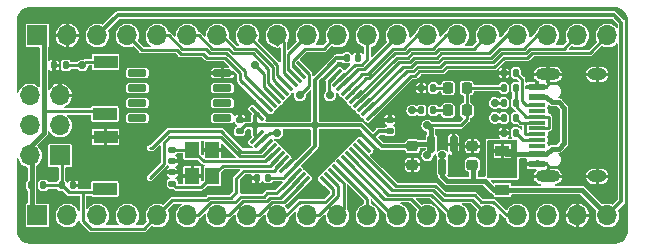
<source format=gbr>
G04 #@! TF.GenerationSoftware,KiCad,Pcbnew,6.0.1+dfsg-1*
G04 #@! TF.CreationDate,2022-01-30T08:17:39+08:00*
G04 #@! TF.ProjectId,gp,67702e6b-6963-4616-945f-706362585858,d*
G04 #@! TF.SameCoordinates,Original*
G04 #@! TF.FileFunction,Copper,L1,Top*
G04 #@! TF.FilePolarity,Positive*
%FSLAX46Y46*%
G04 Gerber Fmt 4.6, Leading zero omitted, Abs format (unit mm)*
G04 Created by KiCad (PCBNEW 6.0.1+dfsg-1) date 2022-01-30 08:17:39*
%MOMM*%
%LPD*%
G01*
G04 APERTURE LIST*
G04 Aperture macros list*
%AMRoundRect*
0 Rectangle with rounded corners*
0 $1 Rounding radius*
0 $2 $3 $4 $5 $6 $7 $8 $9 X,Y pos of 4 corners*
0 Add a 4 corners polygon primitive as box body*
4,1,4,$2,$3,$4,$5,$6,$7,$8,$9,$2,$3,0*
0 Add four circle primitives for the rounded corners*
1,1,$1+$1,$2,$3*
1,1,$1+$1,$4,$5*
1,1,$1+$1,$6,$7*
1,1,$1+$1,$8,$9*
0 Add four rect primitives between the rounded corners*
20,1,$1+$1,$2,$3,$4,$5,0*
20,1,$1+$1,$4,$5,$6,$7,0*
20,1,$1+$1,$6,$7,$8,$9,0*
20,1,$1+$1,$8,$9,$2,$3,0*%
G04 Aperture macros list end*
G04 #@! TA.AperFunction,SMDPad,CuDef*
%ADD10RoundRect,0.150000X0.650000X0.150000X-0.650000X0.150000X-0.650000X-0.150000X0.650000X-0.150000X0*%
G04 #@! TD*
G04 #@! TA.AperFunction,SMDPad,CuDef*
%ADD11R,2.000000X1.050000*%
G04 #@! TD*
G04 #@! TA.AperFunction,SMDPad,CuDef*
%ADD12R,1.450000X0.600000*%
G04 #@! TD*
G04 #@! TA.AperFunction,SMDPad,CuDef*
%ADD13R,1.450000X0.300000*%
G04 #@! TD*
G04 #@! TA.AperFunction,ComponentPad*
%ADD14O,2.100000X1.000000*%
G04 #@! TD*
G04 #@! TA.AperFunction,ComponentPad*
%ADD15O,1.600000X1.000000*%
G04 #@! TD*
G04 #@! TA.AperFunction,ComponentPad*
%ADD16R,1.700000X1.700000*%
G04 #@! TD*
G04 #@! TA.AperFunction,ComponentPad*
%ADD17O,1.700000X1.700000*%
G04 #@! TD*
G04 #@! TA.AperFunction,SMDPad,CuDef*
%ADD18R,1.200000X1.400000*%
G04 #@! TD*
G04 #@! TA.AperFunction,SMDPad,CuDef*
%ADD19RoundRect,0.075000X-0.415425X-0.521491X0.521491X0.415425X0.415425X0.521491X-0.521491X-0.415425X0*%
G04 #@! TD*
G04 #@! TA.AperFunction,SMDPad,CuDef*
%ADD20RoundRect,0.075000X0.415425X-0.521491X0.521491X-0.415425X-0.415425X0.521491X-0.521491X0.415425X0*%
G04 #@! TD*
G04 #@! TA.AperFunction,SMDPad,CuDef*
%ADD21RoundRect,0.225000X-0.250000X0.225000X-0.250000X-0.225000X0.250000X-0.225000X0.250000X0.225000X0*%
G04 #@! TD*
G04 #@! TA.AperFunction,SMDPad,CuDef*
%ADD22RoundRect,0.225000X0.250000X-0.225000X0.250000X0.225000X-0.250000X0.225000X-0.250000X-0.225000X0*%
G04 #@! TD*
G04 #@! TA.AperFunction,SMDPad,CuDef*
%ADD23RoundRect,0.135000X0.135000X0.185000X-0.135000X0.185000X-0.135000X-0.185000X0.135000X-0.185000X0*%
G04 #@! TD*
G04 #@! TA.AperFunction,SMDPad,CuDef*
%ADD24RoundRect,0.150000X-0.150000X0.587500X-0.150000X-0.587500X0.150000X-0.587500X0.150000X0.587500X0*%
G04 #@! TD*
G04 #@! TA.AperFunction,SMDPad,CuDef*
%ADD25RoundRect,0.140000X0.170000X-0.140000X0.170000X0.140000X-0.170000X0.140000X-0.170000X-0.140000X0*%
G04 #@! TD*
G04 #@! TA.AperFunction,SMDPad,CuDef*
%ADD26RoundRect,0.140000X-0.170000X0.140000X-0.170000X-0.140000X0.170000X-0.140000X0.170000X0.140000X0*%
G04 #@! TD*
G04 #@! TA.AperFunction,SMDPad,CuDef*
%ADD27RoundRect,0.135000X-0.135000X-0.185000X0.135000X-0.185000X0.135000X0.185000X-0.135000X0.185000X0*%
G04 #@! TD*
G04 #@! TA.AperFunction,SMDPad,CuDef*
%ADD28RoundRect,0.218750X-0.218750X-0.256250X0.218750X-0.256250X0.218750X0.256250X-0.218750X0.256250X0*%
G04 #@! TD*
G04 #@! TA.AperFunction,SMDPad,CuDef*
%ADD29RoundRect,0.140000X-0.140000X-0.170000X0.140000X-0.170000X0.140000X0.170000X-0.140000X0.170000X0*%
G04 #@! TD*
G04 #@! TA.AperFunction,SMDPad,CuDef*
%ADD30R,1.200000X0.900000*%
G04 #@! TD*
G04 #@! TA.AperFunction,SMDPad,CuDef*
%ADD31RoundRect,0.140000X0.140000X0.170000X-0.140000X0.170000X-0.140000X-0.170000X0.140000X-0.170000X0*%
G04 #@! TD*
G04 #@! TA.AperFunction,ViaPad*
%ADD32C,0.700000*%
G04 #@! TD*
G04 #@! TA.AperFunction,Conductor*
%ADD33C,0.381000*%
G04 #@! TD*
G04 #@! TA.AperFunction,Conductor*
%ADD34C,0.228600*%
G04 #@! TD*
G04 #@! TA.AperFunction,Conductor*
%ADD35C,0.304800*%
G04 #@! TD*
G04 APERTURE END LIST*
D10*
G04 #@! TO.P,U3,1,~{CS}*
G04 #@! TO.N,A15*
X169335000Y-100965000D03*
G04 #@! TO.P,U3,2,DO(IO1)*
G04 #@! TO.N,B4*
X169335000Y-99695000D03*
G04 #@! TO.P,U3,3,IO2*
G04 #@! TO.N,unconnected-(U3-Pad3)*
X169335000Y-98425000D03*
G04 #@! TO.P,U3,4,GND*
G04 #@! TO.N,GND*
X169335000Y-97155000D03*
G04 #@! TO.P,U3,5,DI(IO0)*
G04 #@! TO.N,B5*
X162135000Y-97155000D03*
G04 #@! TO.P,U3,6,CLK*
G04 #@! TO.N,B3*
X162135000Y-98425000D03*
G04 #@! TO.P,U3,7,IO3*
G04 #@! TO.N,unconnected-(U3-Pad7)*
X162135000Y-99695000D03*
G04 #@! TO.P,U3,8,VCC*
G04 #@! TO.N,+3V3*
X162135000Y-100965000D03*
G04 #@! TD*
D11*
G04 #@! TO.P,SW2,2,2*
G04 #@! TO.N,+3V3*
X159385000Y-100625000D03*
G04 #@! TO.P,SW2,1,1*
G04 #@! TO.N,BO0*
X159435000Y-96225000D03*
G04 #@! TD*
G04 #@! TO.P,SW1,2,2*
G04 #@! TO.N,RST*
X159385000Y-106975000D03*
G04 #@! TO.P,SW1,1,1*
G04 #@! TO.N,GND*
X159435000Y-102575000D03*
G04 #@! TD*
D12*
G04 #@! TO.P,J1,B1,GND*
G04 #@! TO.N,GND*
X195980000Y-98350000D03*
G04 #@! TO.P,J1,A9,VBUS*
G04 #@! TO.N,VBUS*
X195980000Y-99150000D03*
G04 #@! TO.P,J1,B9,VBUS*
X195980000Y-104050000D03*
G04 #@! TO.P,J1,B12,GND*
G04 #@! TO.N,GND*
X195980000Y-104850000D03*
G04 #@! TO.P,J1,A1,GND*
X195980000Y-104850000D03*
G04 #@! TO.P,J1,A4,VBUS*
G04 #@! TO.N,VBUS*
X195980000Y-104050000D03*
G04 #@! TO.P,J1,B4,VBUS*
X195980000Y-99150000D03*
G04 #@! TO.P,J1,A12,GND*
G04 #@! TO.N,GND*
X195980000Y-98350000D03*
D13*
G04 #@! TO.P,J1,B8,SBU2*
G04 #@! TO.N,unconnected-(J1-PadB8)*
X195980000Y-103350000D03*
G04 #@! TO.P,J1,A5,CC1*
G04 #@! TO.N,Net-(J1-PadA5)*
X195980000Y-102850000D03*
G04 #@! TO.P,J1,B7,D-*
G04 #@! TO.N,Net-(J1-PadA7)*
X195980000Y-102350000D03*
G04 #@! TO.P,J1,A7,D-*
X195980000Y-101350000D03*
G04 #@! TO.P,J1,B6,D+*
G04 #@! TO.N,Net-(J1-PadA6)*
X195980000Y-100850000D03*
G04 #@! TO.P,J1,A8,SBU1*
G04 #@! TO.N,unconnected-(J1-PadA8)*
X195980000Y-100350000D03*
G04 #@! TO.P,J1,B5,CC2*
G04 #@! TO.N,Net-(J1-PadB5)*
X195980000Y-99850000D03*
G04 #@! TO.P,J1,A6,D+*
G04 #@! TO.N,Net-(J1-PadA6)*
X195980000Y-101850000D03*
D14*
G04 #@! TO.P,J1,S1,SHIELD*
G04 #@! TO.N,GND*
X196895000Y-97280000D03*
X196895000Y-105920000D03*
D15*
X201075000Y-105920000D03*
X201075000Y-97280000D03*
G04 #@! TD*
D16*
G04 #@! TO.P,J3,1,Pin_1*
G04 #@! TO.N,+3V3*
X153670000Y-109220000D03*
D17*
G04 #@! TO.P,J3,2,Pin_2*
G04 #@! TO.N,C13*
X156210000Y-109220000D03*
G04 #@! TO.P,J3,3,Pin_3*
G04 #@! TO.N,C14*
X158750000Y-109220000D03*
G04 #@! TO.P,J3,4,Pin_4*
G04 #@! TO.N,C15*
X161290000Y-109220000D03*
G04 #@! TO.P,J3,5,Pin_5*
G04 #@! TO.N,RST*
X163830000Y-109220000D03*
G04 #@! TO.P,J3,6,Pin_6*
G04 #@! TO.N,A0*
X166370000Y-109220000D03*
G04 #@! TO.P,J3,7,Pin_7*
G04 #@! TO.N,A1*
X168910000Y-109220000D03*
G04 #@! TO.P,J3,8,Pin_8*
G04 #@! TO.N,A2*
X171450000Y-109220000D03*
G04 #@! TO.P,J3,9,Pin_9*
G04 #@! TO.N,A3*
X173990000Y-109220000D03*
G04 #@! TO.P,J3,10,Pin_10*
G04 #@! TO.N,A4*
X176530000Y-109220000D03*
G04 #@! TO.P,J3,11,Pin_11*
G04 #@! TO.N,A5*
X179070000Y-109220000D03*
G04 #@! TO.P,J3,12,Pin_12*
G04 #@! TO.N,A6*
X181610000Y-109220000D03*
G04 #@! TO.P,J3,13,Pin_13*
G04 #@! TO.N,A7*
X184150000Y-109220000D03*
G04 #@! TO.P,J3,14,Pin_14*
G04 #@! TO.N,B0*
X186690000Y-109220000D03*
G04 #@! TO.P,J3,15,Pin_15*
G04 #@! TO.N,B1*
X189230000Y-109220000D03*
G04 #@! TO.P,J3,16,Pin_16*
G04 #@! TO.N,B2*
X191770000Y-109220000D03*
G04 #@! TO.P,J3,17,Pin_17*
G04 #@! TO.N,B10*
X194310000Y-109220000D03*
G04 #@! TO.P,J3,18,Pin_18*
G04 #@! TO.N,+3V3*
X196850000Y-109220000D03*
G04 #@! TO.P,J3,19,Pin_19*
G04 #@! TO.N,GND*
X199390000Y-109220000D03*
G04 #@! TO.P,J3,20,Pin_20*
G04 #@! TO.N,+5V*
X201930000Y-109220000D03*
G04 #@! TD*
D18*
G04 #@! TO.P,Y1,1,1*
G04 #@! TO.N,Net-(C8-Pad1)*
X166790000Y-103675000D03*
G04 #@! TO.P,Y1,2,2*
G04 #@! TO.N,GND*
X166790000Y-105875000D03*
G04 #@! TO.P,Y1,3,3*
G04 #@! TO.N,Net-(C9-Pad1)*
X168490000Y-105875000D03*
G04 #@! TO.P,Y1,4,4*
G04 #@! TO.N,GND*
X168490000Y-103675000D03*
G04 #@! TD*
D16*
G04 #@! TO.P,J2,1,Pin_1*
G04 #@! TO.N,RST*
X155575000Y-104140000D03*
D17*
G04 #@! TO.P,J2,2,Pin_2*
G04 #@! TO.N,+3V3*
X153035000Y-104140000D03*
G04 #@! TO.P,J2,3,Pin_3*
G04 #@! TO.N,SWCLK*
X155575000Y-101600000D03*
G04 #@! TO.P,J2,4,Pin_4*
G04 #@! TO.N,SWDIO*
X153035000Y-101600000D03*
G04 #@! TO.P,J2,5,Pin_5*
G04 #@! TO.N,GND*
X155575000Y-99060000D03*
G04 #@! TO.P,J2,6,Pin_6*
G04 #@! TO.N,B3*
X153035000Y-99060000D03*
G04 #@! TD*
D19*
G04 #@! TO.P,U2,1,VBAT*
G04 #@! TO.N,+3V3*
X172277124Y-102598788D03*
G04 #@! TO.P,U2,2,PC13*
G04 #@! TO.N,C13*
X172630678Y-102952342D03*
G04 #@! TO.P,U2,3,PC14*
G04 #@! TO.N,C14*
X172984231Y-103305895D03*
G04 #@! TO.P,U2,4,PC15*
G04 #@! TO.N,C15*
X173337785Y-103659449D03*
G04 #@! TO.P,U2,5,PD0*
G04 #@! TO.N,Net-(C8-Pad1)*
X173691338Y-104013002D03*
G04 #@! TO.P,U2,6,PD1*
G04 #@! TO.N,Net-(C9-Pad1)*
X174044891Y-104366555D03*
G04 #@! TO.P,U2,7,NRST*
G04 #@! TO.N,RST*
X174398445Y-104720109D03*
G04 #@! TO.P,U2,8,VSSA*
G04 #@! TO.N,GND*
X174751998Y-105073662D03*
G04 #@! TO.P,U2,9,VDDA*
G04 #@! TO.N,+3V3*
X175105551Y-105427215D03*
G04 #@! TO.P,U2,10,PA0*
G04 #@! TO.N,A0*
X175459105Y-105780769D03*
G04 #@! TO.P,U2,11,PA1*
G04 #@! TO.N,A1*
X175812658Y-106134322D03*
G04 #@! TO.P,U2,12,PA2*
G04 #@! TO.N,A2*
X176166212Y-106487876D03*
D20*
G04 #@! TO.P,U2,13,PA3*
G04 #@! TO.N,A3*
X178163788Y-106487876D03*
G04 #@! TO.P,U2,14,PA4*
G04 #@! TO.N,A4*
X178517342Y-106134322D03*
G04 #@! TO.P,U2,15,PA5*
G04 #@! TO.N,A5*
X178870895Y-105780769D03*
G04 #@! TO.P,U2,16,PA6*
G04 #@! TO.N,A6*
X179224449Y-105427215D03*
G04 #@! TO.P,U2,17,PA7*
G04 #@! TO.N,A7*
X179578002Y-105073662D03*
G04 #@! TO.P,U2,18,PB0*
G04 #@! TO.N,B0*
X179931555Y-104720109D03*
G04 #@! TO.P,U2,19,PB1*
G04 #@! TO.N,B1*
X180285109Y-104366555D03*
G04 #@! TO.P,U2,20,PB2*
G04 #@! TO.N,B2*
X180638662Y-104013002D03*
G04 #@! TO.P,U2,21,PB10*
G04 #@! TO.N,B10*
X180992215Y-103659449D03*
G04 #@! TO.P,U2,22,PB11*
G04 #@! TO.N,unconnected-(U2-Pad22)*
X181345769Y-103305895D03*
G04 #@! TO.P,U2,23,VSS*
G04 #@! TO.N,GND*
X181699322Y-102952342D03*
G04 #@! TO.P,U2,24,VDD*
G04 #@! TO.N,+3V3*
X182052876Y-102598788D03*
D19*
G04 #@! TO.P,U2,25,PB12*
G04 #@! TO.N,B12*
X182052876Y-100601212D03*
G04 #@! TO.P,U2,26,PB13*
G04 #@! TO.N,B13*
X181699322Y-100247658D03*
G04 #@! TO.P,U2,27,PB14*
G04 #@! TO.N,B14*
X181345769Y-99894105D03*
G04 #@! TO.P,U2,28,PB15*
G04 #@! TO.N,B15*
X180992215Y-99540551D03*
G04 #@! TO.P,U2,29,PA8*
G04 #@! TO.N,A8*
X180638662Y-99186998D03*
G04 #@! TO.P,U2,30,PA9*
G04 #@! TO.N,A9*
X180285109Y-98833445D03*
G04 #@! TO.P,U2,31,PA10*
G04 #@! TO.N,A10*
X179931555Y-98479891D03*
G04 #@! TO.P,U2,32,PA11*
G04 #@! TO.N,A11*
X179578002Y-98126338D03*
G04 #@! TO.P,U2,33,PA12*
G04 #@! TO.N,A12*
X179224449Y-97772785D03*
G04 #@! TO.P,U2,34,PA13*
G04 #@! TO.N,SWDIO*
X178870895Y-97419231D03*
G04 #@! TO.P,U2,35,VSS*
G04 #@! TO.N,GND*
X178517342Y-97065678D03*
G04 #@! TO.P,U2,36,VDD*
G04 #@! TO.N,+3V3*
X178163788Y-96712124D03*
D20*
G04 #@! TO.P,U2,37,PA14*
G04 #@! TO.N,SWCLK*
X176166212Y-96712124D03*
G04 #@! TO.P,U2,38,PA15*
G04 #@! TO.N,A15*
X175812658Y-97065678D03*
G04 #@! TO.P,U2,39,PB3*
G04 #@! TO.N,B3*
X175459105Y-97419231D03*
G04 #@! TO.P,U2,40,PB4*
G04 #@! TO.N,B4*
X175105551Y-97772785D03*
G04 #@! TO.P,U2,41,PB5*
G04 #@! TO.N,B5*
X174751998Y-98126338D03*
G04 #@! TO.P,U2,42,PB6*
G04 #@! TO.N,B6*
X174398445Y-98479891D03*
G04 #@! TO.P,U2,43,PB7*
G04 #@! TO.N,B7*
X174044891Y-98833445D03*
G04 #@! TO.P,U2,44,BOOT0*
G04 #@! TO.N,BO0*
X173691338Y-99186998D03*
G04 #@! TO.P,U2,45,PB8*
G04 #@! TO.N,B8*
X173337785Y-99540551D03*
G04 #@! TO.P,U2,46,PB9*
G04 #@! TO.N,B9*
X172984231Y-99894105D03*
G04 #@! TO.P,U2,47,VSS*
G04 #@! TO.N,GND*
X172630678Y-100247658D03*
G04 #@! TO.P,U2,48,VDD*
G04 #@! TO.N,+3V3*
X172277124Y-100601212D03*
G04 #@! TD*
D21*
G04 #@! TO.P,C3,1*
G04 #@! TO.N,+3V3*
X185420000Y-103365000D03*
G04 #@! TO.P,C3,2*
G04 #@! TO.N,GND*
X185420000Y-104915000D03*
G04 #@! TD*
D22*
G04 #@! TO.P,C1,1*
G04 #@! TO.N,+5V*
X190500000Y-104915000D03*
G04 #@! TO.P,C1,2*
G04 #@! TO.N,GND*
X190500000Y-103365000D03*
G04 #@! TD*
D23*
G04 #@! TO.P,R5,1*
G04 #@! TO.N,BO0*
X156085000Y-96520000D03*
G04 #@! TO.P,R5,2*
G04 #@! TO.N,GND*
X155065000Y-96520000D03*
G04 #@! TD*
G04 #@! TO.P,R8,1*
G04 #@! TO.N,Net-(D2-Pad1)*
X187200000Y-98425000D03*
G04 #@! TO.P,R8,2*
G04 #@! TO.N,GND*
X186180000Y-98425000D03*
G04 #@! TD*
G04 #@! TO.P,R4,1*
G04 #@! TO.N,Net-(J1-PadA6)*
X194185000Y-98425000D03*
G04 #@! TO.P,R4,2*
G04 #@! TO.N,+3V3*
X193165000Y-98425000D03*
G04 #@! TD*
G04 #@! TO.P,R3,1*
G04 #@! TO.N,Net-(J1-PadA6)*
X194185000Y-99695000D03*
G04 #@! TO.P,R3,2*
G04 #@! TO.N,A12*
X193165000Y-99695000D03*
G04 #@! TD*
G04 #@! TO.P,R2,1*
G04 #@! TO.N,Net-(J1-PadA7)*
X194185000Y-100965000D03*
G04 #@! TO.P,R2,2*
G04 #@! TO.N,A11*
X193165000Y-100965000D03*
G04 #@! TD*
D24*
G04 #@! TO.P,U1,1,GND*
G04 #@! TO.N,GND*
X188910000Y-103202500D03*
G04 #@! TO.P,U1,2,VO*
G04 #@! TO.N,+3V3*
X187010000Y-103202500D03*
G04 #@! TO.P,U1,3,VI*
G04 #@! TO.N,+5V*
X187960000Y-105077500D03*
G04 #@! TD*
D23*
G04 #@! TO.P,R7,1*
G04 #@! TO.N,Net-(J1-PadA5)*
X194185000Y-102235000D03*
G04 #@! TO.P,R7,2*
G04 #@! TO.N,GND*
X193165000Y-102235000D03*
G04 #@! TD*
D25*
G04 #@! TO.P,C9,1*
G04 #@! TO.N,Net-(C9-Pad1)*
X165100000Y-106525000D03*
G04 #@! TO.P,C9,2*
G04 #@! TO.N,GND*
X165100000Y-105565000D03*
G04 #@! TD*
D26*
G04 #@! TO.P,C8,1*
G04 #@! TO.N,Net-(C8-Pad1)*
X165100000Y-103660000D03*
G04 #@! TO.P,C8,2*
G04 #@! TO.N,GND*
X165100000Y-104620000D03*
G04 #@! TD*
D23*
G04 #@! TO.P,R6,1*
G04 #@! TO.N,Net-(J1-PadB5)*
X194185000Y-97155000D03*
G04 #@! TO.P,R6,2*
G04 #@! TO.N,GND*
X193165000Y-97155000D03*
G04 #@! TD*
G04 #@! TO.P,R9,1*
G04 #@! TO.N,Net-(D3-Pad1)*
X187200000Y-100330000D03*
G04 #@! TO.P,R9,2*
G04 #@! TO.N,C13*
X186180000Y-100330000D03*
G04 #@! TD*
D27*
G04 #@! TO.P,R1,1*
G04 #@! TO.N,+3V3*
X153160000Y-106680000D03*
G04 #@! TO.P,R1,2*
G04 #@! TO.N,RST*
X154180000Y-106680000D03*
G04 #@! TD*
D28*
G04 #@! TO.P,D3,1,K*
G04 #@! TO.N,Net-(D3-Pad1)*
X188442500Y-100330000D03*
G04 #@! TO.P,D3,2,A*
G04 #@! TO.N,+3V3*
X190017500Y-100330000D03*
G04 #@! TD*
G04 #@! TO.P,D2,1,K*
G04 #@! TO.N,Net-(D2-Pad1)*
X188442500Y-98425000D03*
G04 #@! TO.P,D2,2,A*
G04 #@! TO.N,+3V3*
X190017500Y-98425000D03*
G04 #@! TD*
D29*
G04 #@! TO.P,C2,1*
G04 #@! TO.N,RST*
X155730000Y-106680000D03*
G04 #@! TO.P,C2,2*
G04 #@! TO.N,GND*
X156690000Y-106680000D03*
G04 #@! TD*
D16*
G04 #@! TO.P,J4,1,Pin_1*
G04 #@! TO.N,+3V3*
X153670000Y-93980000D03*
D17*
G04 #@! TO.P,J4,2,Pin_2*
G04 #@! TO.N,GND*
X156210000Y-93980000D03*
G04 #@! TO.P,J4,3,Pin_3*
G04 #@! TO.N,+5V*
X158750000Y-93980000D03*
G04 #@! TO.P,J4,4,Pin_4*
G04 #@! TO.N,B9*
X161290000Y-93980000D03*
G04 #@! TO.P,J4,5,Pin_5*
G04 #@! TO.N,B8*
X163830000Y-93980000D03*
G04 #@! TO.P,J4,6,Pin_6*
G04 #@! TO.N,B7*
X166370000Y-93980000D03*
G04 #@! TO.P,J4,7,Pin_7*
G04 #@! TO.N,B6*
X168910000Y-93980000D03*
G04 #@! TO.P,J4,8,Pin_8*
G04 #@! TO.N,B5*
X171450000Y-93980000D03*
G04 #@! TO.P,J4,9,Pin_9*
G04 #@! TO.N,B4*
X173990000Y-93980000D03*
G04 #@! TO.P,J4,10,Pin_10*
G04 #@! TO.N,B3*
X176530000Y-93980000D03*
G04 #@! TO.P,J4,11,Pin_11*
G04 #@! TO.N,A15*
X179070000Y-93980000D03*
G04 #@! TO.P,J4,12,Pin_12*
G04 #@! TO.N,A12*
X181610000Y-93980000D03*
G04 #@! TO.P,J4,13,Pin_13*
G04 #@! TO.N,A11*
X184150000Y-93980000D03*
G04 #@! TO.P,J4,14,Pin_14*
G04 #@! TO.N,A10*
X186690000Y-93980000D03*
G04 #@! TO.P,J4,15,Pin_15*
G04 #@! TO.N,A9*
X189230000Y-93980000D03*
G04 #@! TO.P,J4,16,Pin_16*
G04 #@! TO.N,A8*
X191770000Y-93980000D03*
G04 #@! TO.P,J4,17,Pin_17*
G04 #@! TO.N,B15*
X194310000Y-93980000D03*
G04 #@! TO.P,J4,18,Pin_18*
G04 #@! TO.N,B14*
X196850000Y-93980000D03*
G04 #@! TO.P,J4,19,Pin_19*
G04 #@! TO.N,B13*
X199390000Y-93980000D03*
G04 #@! TO.P,J4,20,Pin_20*
G04 #@! TO.N,B12*
X201930000Y-93980000D03*
G04 #@! TD*
D30*
G04 #@! TO.P,D1,1,K*
G04 #@! TO.N,+5V*
X193040000Y-107060000D03*
G04 #@! TO.P,D1,2,A*
G04 #@! TO.N,VBUS*
X193040000Y-103760000D03*
G04 #@! TD*
D25*
G04 #@! TO.P,C7,1*
G04 #@! TO.N,+3V3*
X170815000Y-102080000D03*
G04 #@! TO.P,C7,2*
G04 #@! TO.N,GND*
X170815000Y-101120000D03*
G04 #@! TD*
D31*
G04 #@! TO.P,C6,1*
G04 #@! TO.N,+3V3*
X173200000Y-106045000D03*
G04 #@! TO.P,C6,2*
G04 #@! TO.N,GND*
X172240000Y-106045000D03*
G04 #@! TD*
D29*
G04 #@! TO.P,C5,1*
G04 #@! TO.N,+3V3*
X179860000Y-95885000D03*
G04 #@! TO.P,C5,2*
G04 #@! TO.N,GND*
X180820000Y-95885000D03*
G04 #@! TD*
D25*
G04 #@! TO.P,C4,1*
G04 #@! TO.N,+3V3*
X183515000Y-102080000D03*
G04 #@! TO.P,C4,2*
G04 #@! TO.N,GND*
X183515000Y-101120000D03*
G04 #@! TD*
D32*
G04 #@! TO.N,GND*
X189230000Y-104140000D03*
G04 #@! TO.N,+3V3*
X186690000Y-104140000D03*
G04 #@! TO.N,GND*
X186690000Y-105410000D03*
X171450000Y-106045000D03*
X189230000Y-105410000D03*
G04 #@! TO.N,+5V*
X187960000Y-104140000D03*
G04 #@! TO.N,GND*
X178435000Y-102870000D03*
X175895000Y-102870000D03*
X177165000Y-104775000D03*
X159385000Y-104140000D03*
X197485000Y-100330000D03*
X197485000Y-102870000D03*
X199390000Y-100330000D03*
X199390000Y-102870000D03*
X201295000Y-100330000D03*
X201295000Y-102870000D03*
X167640000Y-100965000D03*
X174625000Y-100330000D03*
X179705000Y-100330000D03*
G04 #@! TO.N,VBUS*
X193675000Y-104775000D03*
X193040000Y-105410000D03*
X192405000Y-104775000D03*
G04 #@! TO.N,+3V3*
X177165000Y-101600000D03*
X172085000Y-101600000D03*
X186690000Y-101600000D03*
G04 #@! TO.N,C13*
X173990000Y-102235000D03*
X185420000Y-100330000D03*
G04 #@! TO.N,A12*
X192405000Y-99695000D03*
G04 #@! TO.N,A11*
X192405000Y-100965000D03*
G04 #@! TO.N,BO0*
X172085000Y-96520000D03*
X157480000Y-96520000D03*
G04 #@! TO.N,SWCLK*
X175895000Y-99060000D03*
G04 #@! TO.N,SWDIO*
X178435000Y-99060000D03*
G04 #@! TD*
D33*
G04 #@! TO.N,VBUS*
X193330000Y-104050000D02*
X193040000Y-103760000D01*
X195980000Y-104050000D02*
X193330000Y-104050000D01*
X197817593Y-103562901D02*
X198280000Y-103100494D01*
X197259321Y-103562901D02*
X197817593Y-103562901D01*
X196772222Y-104050000D02*
X197259321Y-103562901D01*
X195980000Y-104050000D02*
X196772222Y-104050000D01*
X196772222Y-99150000D02*
X195980000Y-99150000D01*
X197817593Y-99637099D02*
X197259321Y-99637099D01*
X198280000Y-100099506D02*
X197817593Y-99637099D01*
X197259321Y-99637099D02*
X196772222Y-99150000D01*
X198280000Y-103100494D02*
X198280000Y-100099506D01*
G04 #@! TO.N,+3V3*
X154227901Y-94537901D02*
X153670000Y-93980000D01*
X153185000Y-108735000D02*
X153670000Y-109220000D01*
X153185000Y-106680000D02*
X153185000Y-108735000D01*
X153185000Y-104290000D02*
X153035000Y-104140000D01*
X153185000Y-106680000D02*
X153185000Y-104290000D01*
X153035000Y-104140000D02*
X153035000Y-103415000D01*
X153035000Y-103415000D02*
X154227901Y-102222099D01*
D34*
X174487766Y-106045000D02*
X175105551Y-105427215D01*
X173205000Y-106045000D02*
X174487766Y-106045000D01*
D35*
X172277124Y-100601212D02*
X172317124Y-100601212D01*
X177165000Y-97710912D02*
X178163788Y-96712124D01*
X177165000Y-101600000D02*
X177165000Y-97710912D01*
X177165000Y-103367766D02*
X175105551Y-105427215D01*
X177165000Y-101600000D02*
X177165000Y-103367766D01*
X181054088Y-101600000D02*
X177165000Y-101600000D01*
X182052876Y-102598788D02*
X181054088Y-101600000D01*
X182566664Y-102085000D02*
X182052876Y-102598788D01*
X183515000Y-102085000D02*
X182566664Y-102085000D01*
X178990912Y-95885000D02*
X178163788Y-96712124D01*
X179855000Y-95885000D02*
X178990912Y-95885000D01*
X177145000Y-101580000D02*
X177165000Y-101600000D01*
X172105000Y-101580000D02*
X177145000Y-101580000D01*
D34*
X190017500Y-98425000D02*
X190017500Y-100330000D01*
D35*
X182806588Y-103352500D02*
X182052876Y-102598788D01*
X185420000Y-103352500D02*
X182806588Y-103352500D01*
D33*
X185632500Y-103140000D02*
X185420000Y-103352500D01*
X187010000Y-103140000D02*
X185632500Y-103140000D01*
D34*
X190017500Y-101082500D02*
X190017500Y-100330000D01*
D35*
X172105000Y-101580000D02*
X172085000Y-101600000D01*
X172085000Y-100793336D02*
X172277124Y-100601212D01*
X172085000Y-101600000D02*
X172085000Y-100793336D01*
X172085000Y-102406664D02*
X172277124Y-102598788D01*
X172085000Y-101600000D02*
X172085000Y-102406664D01*
X171300000Y-101600000D02*
X170815000Y-102085000D01*
X172085000Y-101600000D02*
X171300000Y-101600000D01*
D33*
X187010000Y-101920000D02*
X186690000Y-101600000D01*
X187010000Y-103140000D02*
X187010000Y-101920000D01*
D34*
X189500000Y-101600000D02*
X190017500Y-101082500D01*
X186690000Y-101600000D02*
X189500000Y-101600000D01*
X193165000Y-98425000D02*
X190017500Y-98425000D01*
X159167099Y-100407099D02*
X159385000Y-100625000D01*
X154227901Y-100407099D02*
X159167099Y-100407099D01*
D33*
X154227901Y-102222099D02*
X154227901Y-100407099D01*
X154227901Y-100407099D02*
X154227901Y-94537901D01*
D34*
G04 #@! TO.N,C15*
X173337785Y-103659449D02*
X172800680Y-104196554D01*
X172800680Y-104196554D02*
X170791616Y-104196554D01*
X170791616Y-104196554D02*
X169206073Y-102611011D01*
X169206073Y-102611011D02*
X164802379Y-102611011D01*
X164802379Y-102611011D02*
X164361701Y-103051689D01*
X164361701Y-103051689D02*
X164361701Y-104858299D01*
X164361701Y-104858299D02*
X163195000Y-106025000D01*
G04 #@! TO.N,C14*
X164777280Y-102097280D02*
X163349560Y-103525000D01*
X169231171Y-102097280D02*
X164777280Y-102097280D01*
X163349560Y-103525000D02*
X163195000Y-103525000D01*
X172474583Y-103815543D02*
X170949433Y-103815543D01*
X172984231Y-103305895D02*
X172474583Y-103815543D01*
X170949433Y-103815543D02*
X169231171Y-102097280D01*
G04 #@! TO.N,C13*
X186205000Y-100330000D02*
X185420000Y-100330000D01*
X173348020Y-102235000D02*
X173990000Y-102235000D01*
X172630678Y-102952342D02*
X173348020Y-102235000D01*
G04 #@! TO.N,B9*
X162500000Y-95190000D02*
X161290000Y-93980000D01*
X165790002Y-95520000D02*
X165460002Y-95190000D01*
X165460002Y-95190000D02*
X162500000Y-95190000D01*
X170847563Y-97187563D02*
X169519999Y-95859999D01*
X169519999Y-95859999D02*
X168070001Y-95859999D01*
X172984231Y-99894105D02*
X170847563Y-97757437D01*
X170847563Y-97757437D02*
X170847563Y-97187563D01*
X168070001Y-95859999D02*
X167730002Y-95520000D01*
X167730002Y-95520000D02*
X165790002Y-95520000D01*
G04 #@! TO.N,B8*
X165917821Y-95108989D02*
X164788830Y-93980000D01*
X169677818Y-95478988D02*
X168277819Y-95478989D01*
X171228574Y-97029744D02*
X169677818Y-95478988D01*
X164788830Y-93980000D02*
X163830000Y-93980000D01*
X171228574Y-97431340D02*
X171228574Y-97029744D01*
X173337785Y-99540551D02*
X171228574Y-97431340D01*
X168277819Y-95478989D02*
X167907819Y-95108989D01*
X167907819Y-95108989D02*
X165917821Y-95108989D01*
G04 #@! TO.N,B0*
X179931555Y-104720109D02*
X183054479Y-107843033D01*
X183054479Y-107843033D02*
X185313033Y-107843033D01*
X185313033Y-107843033D02*
X186690000Y-109220000D01*
G04 #@! TO.N,B7*
X174044891Y-98833445D02*
X173220723Y-98009277D01*
X173220723Y-98009277D02*
X173220723Y-96778383D01*
X173220723Y-96778383D02*
X171920318Y-95477978D01*
X169835636Y-95097978D02*
X168435638Y-95097978D01*
X167317660Y-93980000D02*
X166370000Y-93980000D01*
X168435638Y-95097978D02*
X167317660Y-93980000D01*
X170215638Y-95477978D02*
X169835636Y-95097978D01*
X171920318Y-95477978D02*
X170215638Y-95477978D01*
G04 #@! TO.N,B6*
X173601734Y-96620564D02*
X172078137Y-95096967D01*
X172078137Y-95096967D02*
X170373456Y-95096967D01*
X170373456Y-95096967D02*
X169256489Y-93980000D01*
X169256489Y-93980000D02*
X168910000Y-93980000D01*
X174398445Y-98479891D02*
X173601734Y-97683180D01*
X173601734Y-97683180D02*
X173601734Y-96620564D01*
G04 #@! TO.N,B5*
X171450000Y-93980000D02*
X172135320Y-93980000D01*
X173982745Y-96462745D02*
X173982745Y-97357085D01*
X171500000Y-93980000D02*
X173982745Y-96462745D01*
X173982745Y-97357085D02*
X174751998Y-98126338D01*
X171450000Y-93980000D02*
X171500000Y-93980000D01*
G04 #@! TO.N,B3*
X176530000Y-93980000D02*
X176530000Y-94615000D01*
X174922000Y-95588000D02*
X176530000Y-93980000D01*
X175459105Y-97419231D02*
X174922000Y-96882126D01*
X174922000Y-96882126D02*
X174922000Y-95588000D01*
G04 #@! TO.N,A15*
X178478011Y-94571989D02*
X179070000Y-93980000D01*
X177953299Y-95096701D02*
X179070000Y-93980000D01*
X176361465Y-95096701D02*
X177953299Y-95096701D01*
X175303011Y-96155155D02*
X176361465Y-95096701D01*
X175303011Y-96438241D02*
X175303011Y-96155155D01*
X175812658Y-97065678D02*
X175812658Y-96947888D01*
X175812658Y-96947888D02*
X175303011Y-96438241D01*
G04 #@! TO.N,A12*
X181610000Y-93980000D02*
X181730782Y-93980000D01*
X182131026Y-93980000D02*
X181610000Y-93980000D01*
X193190000Y-99695000D02*
X192405000Y-99695000D01*
X181144072Y-96471710D02*
X181610000Y-96005782D01*
X179224449Y-97772785D02*
X180525524Y-96471710D01*
X180525524Y-96471710D02*
X181144072Y-96471710D01*
X181610000Y-96005782D02*
X181610000Y-93980000D01*
G04 #@! TO.N,A11*
X183896000Y-94234000D02*
X184150000Y-93980000D01*
X193190000Y-100965000D02*
X192405000Y-100965000D01*
X179578002Y-98126338D02*
X180851619Y-96852721D01*
X180851619Y-96852721D02*
X181301891Y-96852721D01*
X181301891Y-96852721D02*
X184150000Y-94004612D01*
X184150000Y-94004612D02*
X184150000Y-93980000D01*
G04 #@! TO.N,A10*
X179931555Y-98479891D02*
X181173468Y-97237978D01*
X181173468Y-97237978D02*
X181627810Y-97237978D01*
X181627810Y-97237978D02*
X183769087Y-95096701D01*
X183769087Y-95096701D02*
X184700317Y-95096701D01*
X185817020Y-93980000D02*
X186690000Y-93980000D01*
X184700317Y-95096701D02*
X185817020Y-93980000D01*
G04 #@! TO.N,A9*
X183926906Y-95477712D02*
X184858136Y-95477712D01*
X184858136Y-95477712D02*
X185230904Y-95104944D01*
X180285109Y-98833445D02*
X181499565Y-97618989D01*
X187150901Y-95104944D02*
X188275850Y-93980000D01*
X181499565Y-97618989D02*
X181785629Y-97618989D01*
X185230904Y-95104944D02*
X187150901Y-95104944D01*
X181785629Y-97618989D02*
X183926906Y-95477712D01*
X188275850Y-93980000D02*
X189230000Y-93980000D01*
G04 #@! TO.N,A8*
X190634042Y-95115958D02*
X191770000Y-93980000D01*
X187678719Y-95115958D02*
X190634042Y-95115958D01*
X184084725Y-95858723D02*
X185015955Y-95858723D01*
X180638662Y-99186998D02*
X180756450Y-99186998D01*
X185015955Y-95858723D02*
X185388723Y-95485955D01*
X180756450Y-99186998D02*
X184084725Y-95858723D01*
X185388723Y-95485955D02*
X187308721Y-95485955D01*
X187308721Y-95485955D02*
X187678719Y-95115958D01*
G04 #@! TO.N,B15*
X193403192Y-93980000D02*
X194310000Y-93980000D01*
X185173774Y-96239734D02*
X185546542Y-95866966D01*
X180992215Y-99540551D02*
X184293032Y-96239734D01*
X187466541Y-95866966D02*
X187836538Y-95496969D01*
X185546542Y-95866966D02*
X187466541Y-95866966D01*
X184293032Y-96239734D02*
X185173774Y-96239734D01*
X187836538Y-95496969D02*
X191886221Y-95496969D01*
X191886221Y-95496969D02*
X193403192Y-93980000D01*
G04 #@! TO.N,B14*
X196850000Y-93980000D02*
X195962718Y-93980000D01*
X184619129Y-96620745D02*
X181345769Y-99894105D01*
X195962718Y-93980000D02*
X194846017Y-95096700D01*
X192825320Y-95096700D02*
X192044040Y-95877980D01*
X194846017Y-95096700D02*
X192825320Y-95096700D01*
X192044040Y-95877980D02*
X187994357Y-95877980D01*
X187994357Y-95877980D02*
X187624358Y-96247979D01*
X185331593Y-96620745D02*
X184619129Y-96620745D01*
X185704359Y-96247979D02*
X185331593Y-96620745D01*
X187624358Y-96247979D02*
X185704359Y-96247979D01*
G04 #@! TO.N,B13*
X195384847Y-95096701D02*
X195003836Y-95477711D01*
X198273299Y-95096701D02*
X195384847Y-95096701D01*
X195003836Y-95477711D02*
X192983139Y-95477711D01*
X192983139Y-95477711D02*
X192201859Y-96258991D01*
X187782178Y-96628990D02*
X185862178Y-96628990D01*
X188152177Y-96258991D02*
X187782178Y-96628990D01*
X185489412Y-97001756D02*
X184945224Y-97001756D01*
X184945224Y-97001756D02*
X181699322Y-100247658D01*
X192201859Y-96258991D02*
X188152177Y-96258991D01*
X185862178Y-96628990D02*
X185489412Y-97001756D01*
X199390000Y-93980000D02*
X198273299Y-95096701D01*
G04 #@! TO.N,B12*
X201930000Y-93980000D02*
X200432288Y-95477712D01*
X200432288Y-95477712D02*
X195542666Y-95477712D01*
X195542666Y-95477712D02*
X195161655Y-95858721D01*
X193140958Y-95858721D02*
X192356649Y-96643031D01*
X195161655Y-95858721D02*
X193140958Y-95858721D01*
X192356649Y-96643031D02*
X188306967Y-96643031D01*
X188306967Y-96643031D02*
X187939998Y-97009999D01*
X187939998Y-97009999D02*
X186019999Y-97009999D01*
X185647231Y-97382767D02*
X186019999Y-97009999D01*
X185271321Y-97382767D02*
X182052876Y-100601212D01*
X185647231Y-97382767D02*
X185271321Y-97382767D01*
G04 #@! TO.N,B10*
X194310000Y-109220000D02*
X194240000Y-109220000D01*
X184032766Y-106700000D02*
X180992215Y-103659449D01*
X187345000Y-106700000D02*
X184032766Y-106700000D01*
X188162209Y-107517209D02*
X187345000Y-106700000D01*
X194310000Y-109220000D02*
X193422718Y-109220000D01*
X191243990Y-108058990D02*
X190702209Y-107517209D01*
X191927819Y-108058990D02*
X191243990Y-108058990D01*
X191944970Y-108076141D02*
X191927819Y-108058990D01*
X192278859Y-108076141D02*
X191944970Y-108076141D01*
X190702209Y-107517209D02*
X188162209Y-107517209D01*
X193422718Y-109220000D02*
X192278859Y-108076141D01*
G04 #@! TO.N,B1*
X189230000Y-109220000D02*
X189020660Y-109220000D01*
X180285109Y-104366555D02*
X183380576Y-107462022D01*
X183380576Y-107462022D02*
X187029362Y-107462022D01*
X187029362Y-107462022D02*
X188787340Y-109220000D01*
X188787340Y-109220000D02*
X189230000Y-109220000D01*
G04 #@! TO.N,A7*
X184150000Y-109220000D02*
X183724340Y-109220000D01*
X183724340Y-109220000D02*
X179578002Y-105073662D01*
G04 #@! TO.N,A6*
X181610000Y-107812766D02*
X179224449Y-105427215D01*
X181610000Y-109220000D02*
X181610000Y-107812766D01*
G04 #@! TO.N,A5*
X179590063Y-108699937D02*
X179070000Y-109220000D01*
X179590063Y-106499937D02*
X179590063Y-108699937D01*
X178870895Y-105780769D02*
X179590063Y-106499937D01*
G04 #@! TO.N,A4*
X179091011Y-106707991D02*
X179091011Y-107607821D01*
X178517342Y-106134322D02*
X179091011Y-106707991D01*
X179091011Y-107607821D02*
X177478830Y-109220000D01*
X177478830Y-109220000D02*
X176530000Y-109220000D01*
G04 #@! TO.N,A3*
X178710000Y-107034088D02*
X178163788Y-106487876D01*
X178710000Y-107450002D02*
X178710000Y-107034088D01*
X178056703Y-108103299D02*
X178710000Y-107450002D01*
X175866701Y-108103299D02*
X178056703Y-108103299D01*
X174750000Y-109220000D02*
X175866701Y-108103299D01*
X173990000Y-109220000D02*
X174750000Y-109220000D01*
G04 #@! TO.N,A2*
X172397660Y-109220000D02*
X171450000Y-109220000D01*
X173525638Y-108092022D02*
X172397660Y-109220000D01*
X174562066Y-108092022D02*
X173525638Y-108092022D01*
X176166212Y-106487876D02*
X174562066Y-108092022D01*
G04 #@! TO.N,A1*
X169868830Y-109220000D02*
X168910000Y-109220000D01*
X173367819Y-107711011D02*
X173067819Y-108011011D01*
X171077819Y-108011011D02*
X169868830Y-109220000D01*
X173067819Y-108011011D02*
X171077819Y-108011011D01*
X174235969Y-107711011D02*
X173367819Y-107711011D01*
X175812658Y-106134322D02*
X174235969Y-107711011D01*
G04 #@! TO.N,A0*
X166370000Y-109220000D02*
X167268830Y-109220000D01*
X167268830Y-109220000D02*
X168385531Y-108103299D01*
X168385531Y-108103299D02*
X170396701Y-108103299D01*
X172849622Y-107630000D02*
X173149622Y-107330000D01*
X170396701Y-108103299D02*
X170870000Y-107630000D01*
X170870000Y-107630000D02*
X172849622Y-107630000D01*
X173909874Y-107330000D02*
X174379937Y-106859937D01*
X173149622Y-107330000D02*
X173909874Y-107330000D01*
X174379937Y-106859937D02*
X175459105Y-105780769D01*
G04 #@! TO.N,BO0*
X172085000Y-96520000D02*
X172821009Y-97256009D01*
X172821009Y-98316669D02*
X173691338Y-99186998D01*
X172821009Y-97256009D02*
X172821009Y-98316669D01*
X156085000Y-96520000D02*
X157480000Y-96520000D01*
X157775000Y-96225000D02*
X157480000Y-96520000D01*
X159435000Y-96225000D02*
X157775000Y-96225000D01*
G04 #@! TO.N,B4*
X173990000Y-94752234D02*
X173990000Y-93980000D01*
X174533031Y-97200265D02*
X175105551Y-97772785D01*
X173990000Y-93980000D02*
X174533031Y-94523031D01*
X174533031Y-94523031D02*
X174533031Y-97200265D01*
G04 #@! TO.N,SWCLK*
X176675859Y-98279141D02*
X175895000Y-99060000D01*
X176675859Y-97221771D02*
X176675859Y-98279141D01*
X176166212Y-96712124D02*
X176675859Y-97221771D01*
G04 #@! TO.N,SWDIO*
X178361248Y-98986248D02*
X178435000Y-99060000D01*
X178361248Y-97928878D02*
X178361248Y-98986248D01*
X178870895Y-97419231D02*
X178361248Y-97928878D01*
G04 #@! TO.N,RST*
X154155000Y-106680000D02*
X155725000Y-106680000D01*
X155725000Y-106680000D02*
X156311710Y-107266710D01*
X155725000Y-104290000D02*
X155575000Y-104140000D01*
X155725000Y-106680000D02*
X155725000Y-104290000D01*
X173690255Y-105428299D02*
X171153983Y-105428299D01*
X171153983Y-105428299D02*
X170520000Y-106062282D01*
X174398445Y-104720109D02*
X173690255Y-105428299D01*
X170520000Y-106062282D02*
X170520000Y-107230000D01*
X170520000Y-107230000D02*
X170027712Y-107722288D01*
X168227712Y-107722289D02*
X168004521Y-107945480D01*
X170027712Y-107722288D02*
X168227712Y-107722289D01*
X165104520Y-107945480D02*
X163830000Y-109220000D01*
X168004521Y-107945480D02*
X165104520Y-107945480D01*
X159093290Y-107266710D02*
X159385000Y-106975000D01*
X158213983Y-110336701D02*
X162713299Y-110336701D01*
X157528290Y-109651008D02*
X158213983Y-110336701D01*
X157528290Y-107266710D02*
X157528290Y-109651008D01*
X156311710Y-107266710D02*
X157528290Y-107266710D01*
X162713299Y-110336701D02*
X163830000Y-109220000D01*
X157528290Y-107266710D02*
X159093290Y-107266710D01*
G04 #@! TO.N,Net-(D2-Pad1)*
X188442500Y-98425000D02*
X187175000Y-98425000D01*
G04 #@! TO.N,Net-(D3-Pad1)*
X188442500Y-100330000D02*
X187175000Y-100330000D01*
G04 #@! TO.N,Net-(J1-PadA5)*
X194775000Y-102850000D02*
X194160000Y-102235000D01*
X195980000Y-102850000D02*
X194775000Y-102850000D01*
G04 #@! TO.N,Net-(J1-PadB5)*
X194721710Y-97716710D02*
X194160000Y-97155000D01*
X194721710Y-99545310D02*
X194721710Y-97716710D01*
X195026400Y-99850000D02*
X194721710Y-99545310D01*
X195980000Y-99850000D02*
X195026400Y-99850000D01*
G04 #@! TO.N,+5V*
X158775000Y-94005000D02*
X158750000Y-93980000D01*
D35*
X203122901Y-92882901D02*
X202480000Y-92240000D01*
X203122901Y-108027099D02*
X203122901Y-92882901D01*
X201930000Y-109220000D02*
X203122901Y-108027099D01*
X160490000Y-92240000D02*
X158750000Y-93980000D01*
X202480000Y-92240000D02*
X160490000Y-92240000D01*
D33*
X199770000Y-107060000D02*
X201930000Y-109220000D01*
X193040000Y-107060000D02*
X199770000Y-107060000D01*
X193040000Y-107060000D02*
X192310000Y-107060000D01*
X192310000Y-107060000D02*
X191530000Y-106280000D01*
X187960000Y-105890000D02*
X187960000Y-105140000D01*
X188350000Y-106280000D02*
X187960000Y-105890000D01*
X190590000Y-105017500D02*
X190500000Y-104927500D01*
X190590000Y-106280000D02*
X190590000Y-105017500D01*
X191530000Y-106280000D02*
X190590000Y-106280000D01*
X190590000Y-106280000D02*
X188350000Y-106280000D01*
D34*
G04 #@! TO.N,Net-(J1-PadA7)*
X195180000Y-101350000D02*
X195980000Y-101350000D01*
X195026400Y-102350000D02*
X195980000Y-102350000D01*
X194988299Y-101388101D02*
X194988299Y-102311899D01*
X195026400Y-101350000D02*
X194988299Y-101388101D01*
X194988299Y-102311899D02*
X195026400Y-102350000D01*
X195980000Y-101350000D02*
X195026400Y-101350000D01*
X194545000Y-101350000D02*
X194160000Y-100965000D01*
X195026400Y-101350000D02*
X194545000Y-101350000D01*
G04 #@! TO.N,Net-(J1-PadA6)*
X196933600Y-100850000D02*
X195980000Y-100850000D01*
X196971701Y-100888101D02*
X196933600Y-100850000D01*
X196971701Y-101811899D02*
X196971701Y-100888101D01*
X196933600Y-101850000D02*
X196971701Y-101811899D01*
X195980000Y-101850000D02*
X196933600Y-101850000D01*
X194160000Y-99695000D02*
X194160000Y-98425000D01*
X194160000Y-99983600D02*
X194160000Y-99695000D01*
X195026400Y-100850000D02*
X194160000Y-99983600D01*
X195980000Y-100850000D02*
X195026400Y-100850000D01*
G04 #@! TO.N,B2*
X191770000Y-108440000D02*
X191770000Y-109220000D01*
X190448220Y-107898220D02*
X188004390Y-107898220D01*
X191770000Y-109220000D02*
X190448220Y-107898220D01*
X188004390Y-107898220D02*
X187187181Y-107081011D01*
X187187181Y-107081011D02*
X183706671Y-107081011D01*
X183706671Y-107081011D02*
X180638662Y-104013002D01*
G04 #@! TO.N,Net-(C8-Pad1)*
X167756701Y-104641701D02*
X166790000Y-103675000D01*
X172944849Y-104641701D02*
X167756701Y-104641701D01*
X173573550Y-104013002D02*
X172944849Y-104641701D01*
X166775000Y-103660000D02*
X166790000Y-103675000D01*
X165100000Y-103660000D02*
X166775000Y-103660000D01*
G04 #@! TO.N,Net-(C9-Pad1)*
X169342288Y-105022712D02*
X168490000Y-105875000D01*
X174044891Y-104366555D02*
X173388734Y-105022712D01*
X173388734Y-105022712D02*
X169342288Y-105022712D01*
X167523299Y-106841701D02*
X168490000Y-105875000D01*
X165411701Y-106841701D02*
X167523299Y-106841701D01*
X165100000Y-106530000D02*
X165411701Y-106841701D01*
G04 #@! TD*
G04 #@! TA.AperFunction,Conductor*
G04 #@! TO.N,GND*
G36*
X202554495Y-91594961D02*
G01*
X202565000Y-91597776D01*
X202574565Y-91595213D01*
X202584464Y-91595213D01*
X202584464Y-91595654D01*
X202593333Y-91594879D01*
X202666132Y-91601248D01*
X202752520Y-91608806D01*
X202765417Y-91611080D01*
X202940890Y-91658097D01*
X202953208Y-91662581D01*
X203117840Y-91739351D01*
X203129186Y-91745901D01*
X203277993Y-91850096D01*
X203288034Y-91858522D01*
X203416478Y-91986966D01*
X203424904Y-91997007D01*
X203465498Y-92054981D01*
X203529097Y-92145811D01*
X203535651Y-92157163D01*
X203612419Y-92321792D01*
X203616903Y-92334110D01*
X203663920Y-92509583D01*
X203666195Y-92522486D01*
X203680121Y-92681667D01*
X203679346Y-92690536D01*
X203679787Y-92690536D01*
X203679787Y-92700435D01*
X203677224Y-92710000D01*
X203680039Y-92720505D01*
X203682600Y-92739962D01*
X203682600Y-110460038D01*
X203680039Y-110479495D01*
X203677224Y-110490000D01*
X203679787Y-110499565D01*
X203679787Y-110509464D01*
X203679346Y-110509464D01*
X203680121Y-110518333D01*
X203666195Y-110677514D01*
X203663920Y-110690417D01*
X203616903Y-110865890D01*
X203612419Y-110878208D01*
X203535651Y-111042837D01*
X203529097Y-111054189D01*
X203424904Y-111202993D01*
X203416478Y-111213034D01*
X203288034Y-111341478D01*
X203277993Y-111349904D01*
X203129186Y-111454099D01*
X203117840Y-111460649D01*
X203035814Y-111498899D01*
X202953208Y-111537419D01*
X202940890Y-111541903D01*
X202765417Y-111588920D01*
X202752520Y-111591194D01*
X202666132Y-111598752D01*
X202593333Y-111605121D01*
X202584464Y-111604346D01*
X202584464Y-111604787D01*
X202574565Y-111604787D01*
X202565000Y-111602224D01*
X202554495Y-111605039D01*
X202535038Y-111607600D01*
X153064962Y-111607600D01*
X153045505Y-111605039D01*
X153035000Y-111602224D01*
X153025435Y-111604787D01*
X153015536Y-111604787D01*
X153015536Y-111604346D01*
X153006667Y-111605121D01*
X152933868Y-111598752D01*
X152847480Y-111591194D01*
X152834583Y-111588920D01*
X152659110Y-111541903D01*
X152646792Y-111537419D01*
X152564186Y-111498899D01*
X152482160Y-111460649D01*
X152470814Y-111454099D01*
X152322007Y-111349904D01*
X152311966Y-111341478D01*
X152183522Y-111213034D01*
X152175096Y-111202993D01*
X152070903Y-111054189D01*
X152064349Y-111042837D01*
X151987581Y-110878208D01*
X151983097Y-110865890D01*
X151936080Y-110690417D01*
X151933805Y-110677514D01*
X151919879Y-110518333D01*
X151920654Y-110509464D01*
X151920213Y-110509464D01*
X151920213Y-110499565D01*
X151922776Y-110490000D01*
X151919961Y-110479495D01*
X151917400Y-110460038D01*
X151917400Y-104416176D01*
X151934993Y-104367838D01*
X151979542Y-104342118D01*
X152030200Y-104351051D01*
X152064887Y-104395448D01*
X152087239Y-104473397D01*
X152098015Y-104510979D01*
X152187916Y-104685908D01*
X152310083Y-104840044D01*
X152312877Y-104842422D01*
X152312878Y-104842423D01*
X152390990Y-104908901D01*
X152459862Y-104967516D01*
X152463063Y-104969305D01*
X152463066Y-104969307D01*
X152501656Y-104990874D01*
X152631547Y-105063467D01*
X152635048Y-105064604D01*
X152635049Y-105064605D01*
X152789638Y-105114834D01*
X152830173Y-105146503D01*
X152841600Y-105186353D01*
X152841600Y-106240051D01*
X152824007Y-106288389D01*
X152819621Y-106293179D01*
X152788240Y-106324615D01*
X152783335Y-106329529D01*
X152780528Y-106335879D01*
X152780527Y-106335880D01*
X152766271Y-106368127D01*
X152739969Y-106427621D01*
X152739314Y-106433239D01*
X152738416Y-106440945D01*
X152737100Y-106452228D01*
X152737100Y-106907772D01*
X152737363Y-106909979D01*
X152737363Y-106909986D01*
X152739068Y-106924310D01*
X152740087Y-106932876D01*
X152783624Y-107030893D01*
X152788535Y-107035795D01*
X152788536Y-107035797D01*
X152819528Y-107066734D01*
X152841308Y-107113335D01*
X152841600Y-107119955D01*
X152841600Y-108148095D01*
X152824007Y-108196433D01*
X152781071Y-108221849D01*
X152760342Y-108225972D01*
X152709766Y-108259766D01*
X152705652Y-108265923D01*
X152687735Y-108292738D01*
X152675972Y-108310342D01*
X152674527Y-108317606D01*
X152672820Y-108326190D01*
X152667100Y-108354943D01*
X152667101Y-110085056D01*
X152675972Y-110129658D01*
X152709766Y-110180234D01*
X152715923Y-110184348D01*
X152754183Y-110209913D01*
X152754184Y-110209914D01*
X152760342Y-110214028D01*
X152804943Y-110222900D01*
X153669882Y-110222900D01*
X154535056Y-110222899D01*
X154579658Y-110214028D01*
X154630234Y-110180234D01*
X154654801Y-110143467D01*
X154659913Y-110135817D01*
X154659914Y-110135816D01*
X154664028Y-110129658D01*
X154672900Y-110085057D01*
X154672899Y-108354944D01*
X154664028Y-108310342D01*
X154630234Y-108259766D01*
X154624077Y-108255652D01*
X154585817Y-108230087D01*
X154585816Y-108230086D01*
X154579658Y-108225972D01*
X154535057Y-108217100D01*
X154487899Y-108217100D01*
X153603600Y-108217101D01*
X153555262Y-108199508D01*
X153529542Y-108154959D01*
X153528400Y-108141901D01*
X153528400Y-107063570D01*
X153538406Y-107031241D01*
X153536665Y-107030471D01*
X153550858Y-106998368D01*
X153580031Y-106932379D01*
X153582900Y-106907772D01*
X153757100Y-106907772D01*
X153757363Y-106909979D01*
X153757363Y-106909986D01*
X153759068Y-106924310D01*
X153760087Y-106932876D01*
X153803624Y-107030893D01*
X153808535Y-107035795D01*
X153808536Y-107035797D01*
X153874615Y-107101760D01*
X153879529Y-107106665D01*
X153885879Y-107109472D01*
X153885880Y-107109473D01*
X153909590Y-107119955D01*
X153977621Y-107150031D01*
X153983239Y-107150686D01*
X154000066Y-107152648D01*
X154000067Y-107152648D01*
X154002228Y-107152900D01*
X154357772Y-107152900D01*
X154359979Y-107152637D01*
X154359986Y-107152637D01*
X154377270Y-107150580D01*
X154382876Y-107149913D01*
X154480893Y-107106376D01*
X154485795Y-107101465D01*
X154485797Y-107101464D01*
X154551760Y-107035385D01*
X154551761Y-107035384D01*
X154556665Y-107030471D01*
X154573676Y-106991993D01*
X154609312Y-106954897D01*
X154642454Y-106947200D01*
X155263758Y-106947200D01*
X155312096Y-106964793D01*
X155332483Y-106991873D01*
X155344432Y-107018774D01*
X155364444Y-107038751D01*
X155414548Y-107088767D01*
X155421655Y-107095862D01*
X155428005Y-107098669D01*
X155428006Y-107098670D01*
X155451148Y-107108901D01*
X155521451Y-107139982D01*
X155527069Y-107140637D01*
X155544317Y-107142648D01*
X155544318Y-107142648D01*
X155546479Y-107142900D01*
X155563688Y-107142900D01*
X155778874Y-107142899D01*
X155827211Y-107160492D01*
X155832048Y-107164925D01*
X156098920Y-107431797D01*
X156108272Y-107443192D01*
X156119069Y-107459351D01*
X156180398Y-107500329D01*
X156207453Y-107518407D01*
X156282192Y-107533274D01*
X156294934Y-107535808D01*
X156311710Y-107539145D01*
X156318974Y-107537700D01*
X156318975Y-107537700D01*
X156330764Y-107535355D01*
X156345435Y-107533910D01*
X157185890Y-107533910D01*
X157234228Y-107551503D01*
X157259948Y-107596052D01*
X157261090Y-107609110D01*
X157261090Y-108758877D01*
X157243497Y-108807215D01*
X157198948Y-108832935D01*
X157148290Y-108824002D01*
X157119492Y-108794181D01*
X157090247Y-108739180D01*
X157049379Y-108662318D01*
X156925072Y-108509903D01*
X156773528Y-108384535D01*
X156600520Y-108290990D01*
X156412637Y-108232830D01*
X156289766Y-108219916D01*
X156220690Y-108212656D01*
X156220689Y-108212656D01*
X156217035Y-108212272D01*
X156150687Y-108218310D01*
X156024824Y-108229764D01*
X156024823Y-108229764D01*
X156021166Y-108230097D01*
X156017641Y-108231134D01*
X156017638Y-108231135D01*
X155836019Y-108284589D01*
X155832489Y-108285628D01*
X155658192Y-108376748D01*
X155588675Y-108432641D01*
X155513314Y-108493233D01*
X155504912Y-108499988D01*
X155378489Y-108650653D01*
X155376718Y-108653875D01*
X155376717Y-108653876D01*
X155339035Y-108722420D01*
X155283739Y-108823004D01*
X155224269Y-109010476D01*
X155202345Y-109205930D01*
X155202653Y-109209598D01*
X155202653Y-109209601D01*
X155205889Y-109248138D01*
X155218803Y-109401919D01*
X155273015Y-109590979D01*
X155362916Y-109765908D01*
X155485083Y-109920044D01*
X155487877Y-109922422D01*
X155487878Y-109922423D01*
X155522263Y-109951687D01*
X155634862Y-110047516D01*
X155638063Y-110049305D01*
X155638066Y-110049307D01*
X155676656Y-110070874D01*
X155806547Y-110143467D01*
X155810044Y-110144603D01*
X155810048Y-110144605D01*
X155900755Y-110174077D01*
X155993600Y-110204244D01*
X156100984Y-110217049D01*
X156185237Y-110227096D01*
X156185239Y-110227096D01*
X156188895Y-110227532D01*
X156384994Y-110212443D01*
X156500354Y-110180234D01*
X156570883Y-110160542D01*
X156570885Y-110160541D01*
X156574428Y-110159552D01*
X156714727Y-110088682D01*
X156746697Y-110072533D01*
X156746698Y-110072532D01*
X156749981Y-110070874D01*
X156904966Y-109949786D01*
X157033480Y-109800901D01*
X157035296Y-109797704D01*
X157035299Y-109797700D01*
X157120521Y-109647681D01*
X157159694Y-109614341D01*
X157211133Y-109613982D01*
X157250768Y-109646771D01*
X157259662Y-109670153D01*
X157275148Y-109748002D01*
X157276593Y-109755265D01*
X157307086Y-109800901D01*
X157335649Y-109843649D01*
X157341808Y-109847764D01*
X157351804Y-109854443D01*
X157363200Y-109863796D01*
X158001195Y-110501791D01*
X158010547Y-110513186D01*
X158021342Y-110529342D01*
X158027499Y-110533456D01*
X158027500Y-110533457D01*
X158043652Y-110544249D01*
X158043654Y-110544250D01*
X158109726Y-110588398D01*
X158116990Y-110589843D01*
X158206718Y-110607691D01*
X158213983Y-110609136D01*
X158221247Y-110607691D01*
X158221248Y-110607691D01*
X158233037Y-110605346D01*
X158247708Y-110603901D01*
X162679570Y-110603901D01*
X162694241Y-110605346D01*
X162713299Y-110609137D01*
X162720563Y-110607692D01*
X162810292Y-110589843D01*
X162817556Y-110588398D01*
X162883628Y-110544250D01*
X162905940Y-110529342D01*
X162916735Y-110513186D01*
X162926087Y-110501791D01*
X163295153Y-110132725D01*
X163341773Y-110110985D01*
X163385014Y-110120255D01*
X163395721Y-110126239D01*
X163426547Y-110143467D01*
X163430044Y-110144603D01*
X163430048Y-110144605D01*
X163520755Y-110174077D01*
X163613600Y-110204244D01*
X163720984Y-110217049D01*
X163805237Y-110227096D01*
X163805239Y-110227096D01*
X163808895Y-110227532D01*
X164004994Y-110212443D01*
X164120354Y-110180234D01*
X164190883Y-110160542D01*
X164190885Y-110160541D01*
X164194428Y-110159552D01*
X164334727Y-110088682D01*
X164366697Y-110072533D01*
X164366698Y-110072532D01*
X164369981Y-110070874D01*
X164524966Y-109949786D01*
X164653480Y-109800901D01*
X164702140Y-109715244D01*
X164748810Y-109633091D01*
X164748812Y-109633088D01*
X164750628Y-109629890D01*
X164796496Y-109492008D01*
X164811548Y-109446760D01*
X164811549Y-109446757D01*
X164812710Y-109443266D01*
X164837360Y-109248138D01*
X164837753Y-109220000D01*
X164837548Y-109217907D01*
X164818921Y-109027927D01*
X164818920Y-109027922D01*
X164818561Y-109024260D01*
X164761714Y-108835975D01*
X164728890Y-108774241D01*
X164721731Y-108723303D01*
X164742114Y-108685764D01*
X165193172Y-108234706D01*
X165239792Y-108212966D01*
X165246346Y-108212680D01*
X165825865Y-108212680D01*
X165874203Y-108230273D01*
X165899923Y-108274822D01*
X165890990Y-108325480D01*
X165860705Y-108354523D01*
X165818192Y-108376748D01*
X165748675Y-108432641D01*
X165673314Y-108493233D01*
X165664912Y-108499988D01*
X165538489Y-108650653D01*
X165536718Y-108653875D01*
X165536717Y-108653876D01*
X165499035Y-108722420D01*
X165443739Y-108823004D01*
X165384269Y-109010476D01*
X165362345Y-109205930D01*
X165362653Y-109209598D01*
X165362653Y-109209601D01*
X165365889Y-109248138D01*
X165378803Y-109401919D01*
X165433015Y-109590979D01*
X165522916Y-109765908D01*
X165645083Y-109920044D01*
X165647877Y-109922422D01*
X165647878Y-109922423D01*
X165682263Y-109951687D01*
X165794862Y-110047516D01*
X165798063Y-110049305D01*
X165798066Y-110049307D01*
X165836656Y-110070874D01*
X165966547Y-110143467D01*
X165970044Y-110144603D01*
X165970048Y-110144605D01*
X166060755Y-110174077D01*
X166153600Y-110204244D01*
X166260984Y-110217049D01*
X166345237Y-110227096D01*
X166345239Y-110227096D01*
X166348895Y-110227532D01*
X166544994Y-110212443D01*
X166660354Y-110180234D01*
X166730883Y-110160542D01*
X166730885Y-110160541D01*
X166734428Y-110159552D01*
X166874727Y-110088682D01*
X166906697Y-110072533D01*
X166906698Y-110072532D01*
X166909981Y-110070874D01*
X167064966Y-109949786D01*
X167193480Y-109800901D01*
X167242140Y-109715244D01*
X167288810Y-109633091D01*
X167288812Y-109633088D01*
X167290628Y-109629890D01*
X167328245Y-109516810D01*
X167360196Y-109476497D01*
X167367368Y-109472834D01*
X167373087Y-109471697D01*
X167439159Y-109427549D01*
X167461471Y-109412641D01*
X167472266Y-109396485D01*
X167481618Y-109385090D01*
X167781023Y-109085685D01*
X167827643Y-109063945D01*
X167877330Y-109077259D01*
X167906835Y-109119396D01*
X167908928Y-109147242D01*
X167902345Y-109205930D01*
X167902653Y-109209598D01*
X167902653Y-109209601D01*
X167905889Y-109248138D01*
X167918803Y-109401919D01*
X167973015Y-109590979D01*
X168062916Y-109765908D01*
X168185083Y-109920044D01*
X168187877Y-109922422D01*
X168187878Y-109922423D01*
X168222263Y-109951687D01*
X168334862Y-110047516D01*
X168338063Y-110049305D01*
X168338066Y-110049307D01*
X168376656Y-110070874D01*
X168506547Y-110143467D01*
X168510044Y-110144603D01*
X168510048Y-110144605D01*
X168600755Y-110174077D01*
X168693600Y-110204244D01*
X168800984Y-110217049D01*
X168885237Y-110227096D01*
X168885239Y-110227096D01*
X168888895Y-110227532D01*
X169084994Y-110212443D01*
X169200354Y-110180234D01*
X169270883Y-110160542D01*
X169270885Y-110160541D01*
X169274428Y-110159552D01*
X169414727Y-110088682D01*
X169446697Y-110072533D01*
X169446698Y-110072532D01*
X169449981Y-110070874D01*
X169604966Y-109949786D01*
X169733480Y-109800901D01*
X169782140Y-109715244D01*
X169828810Y-109633091D01*
X169828812Y-109633088D01*
X169830628Y-109629890D01*
X169863085Y-109532321D01*
X169895036Y-109492008D01*
X169919769Y-109482303D01*
X169965823Y-109473142D01*
X169973087Y-109471697D01*
X170039159Y-109427549D01*
X170061471Y-109412641D01*
X170072266Y-109396485D01*
X170081618Y-109385090D01*
X170314328Y-109152380D01*
X170360948Y-109130640D01*
X170410635Y-109143954D01*
X170440140Y-109186091D01*
X170442471Y-109204806D01*
X170442345Y-109205930D01*
X170442653Y-109209598D01*
X170442653Y-109209600D01*
X170443703Y-109222099D01*
X170458803Y-109401919D01*
X170513015Y-109590979D01*
X170602916Y-109765908D01*
X170725083Y-109920044D01*
X170727877Y-109922422D01*
X170727878Y-109922423D01*
X170762263Y-109951687D01*
X170874862Y-110047516D01*
X170878063Y-110049305D01*
X170878066Y-110049307D01*
X170916656Y-110070874D01*
X171046547Y-110143467D01*
X171050044Y-110144603D01*
X171050048Y-110144605D01*
X171140755Y-110174077D01*
X171233600Y-110204244D01*
X171340984Y-110217049D01*
X171425237Y-110227096D01*
X171425239Y-110227096D01*
X171428895Y-110227532D01*
X171624994Y-110212443D01*
X171740354Y-110180234D01*
X171810883Y-110160542D01*
X171810885Y-110160541D01*
X171814428Y-110159552D01*
X171954727Y-110088682D01*
X171986697Y-110072533D01*
X171986698Y-110072532D01*
X171989981Y-110070874D01*
X172144966Y-109949786D01*
X172273480Y-109800901D01*
X172322140Y-109715244D01*
X172368810Y-109633091D01*
X172368812Y-109633088D01*
X172370628Y-109629890D01*
X172400421Y-109540330D01*
X172403877Y-109529942D01*
X172435829Y-109489629D01*
X172460560Y-109479924D01*
X172494654Y-109473142D01*
X172494655Y-109473142D01*
X172501917Y-109471697D01*
X172567989Y-109427549D01*
X172590301Y-109412641D01*
X172601096Y-109396485D01*
X172610448Y-109385090D01*
X172854854Y-109140684D01*
X172901474Y-109118944D01*
X172951161Y-109132258D01*
X172980666Y-109174395D01*
X172982485Y-109198592D01*
X172982807Y-109198597D01*
X172982757Y-109202212D01*
X172982759Y-109202241D01*
X172982345Y-109205930D01*
X172982653Y-109209598D01*
X172982653Y-109209601D01*
X172985889Y-109248138D01*
X172998803Y-109401919D01*
X173053015Y-109590979D01*
X173142916Y-109765908D01*
X173265083Y-109920044D01*
X173267877Y-109922422D01*
X173267878Y-109922423D01*
X173302263Y-109951687D01*
X173414862Y-110047516D01*
X173418063Y-110049305D01*
X173418066Y-110049307D01*
X173456656Y-110070874D01*
X173586547Y-110143467D01*
X173590044Y-110144603D01*
X173590048Y-110144605D01*
X173680755Y-110174077D01*
X173773600Y-110204244D01*
X173880984Y-110217049D01*
X173965237Y-110227096D01*
X173965239Y-110227096D01*
X173968895Y-110227532D01*
X174164994Y-110212443D01*
X174280354Y-110180234D01*
X174350883Y-110160542D01*
X174350885Y-110160541D01*
X174354428Y-110159552D01*
X174494727Y-110088682D01*
X174526697Y-110072533D01*
X174526698Y-110072532D01*
X174529981Y-110070874D01*
X174684966Y-109949786D01*
X174813480Y-109800901D01*
X174862140Y-109715244D01*
X174908810Y-109633091D01*
X174908812Y-109633088D01*
X174910628Y-109629890D01*
X174956496Y-109492008D01*
X174971548Y-109446760D01*
X174971549Y-109446757D01*
X174972710Y-109443266D01*
X174979330Y-109390864D01*
X175000763Y-109347115D01*
X175422250Y-108925628D01*
X175468870Y-108903888D01*
X175518557Y-108917202D01*
X175548062Y-108959339D01*
X175547103Y-109001542D01*
X175544269Y-109010476D01*
X175522345Y-109205930D01*
X175522653Y-109209598D01*
X175522653Y-109209601D01*
X175525889Y-109248138D01*
X175538803Y-109401919D01*
X175593015Y-109590979D01*
X175682916Y-109765908D01*
X175805083Y-109920044D01*
X175807877Y-109922422D01*
X175807878Y-109922423D01*
X175842263Y-109951687D01*
X175954862Y-110047516D01*
X175958063Y-110049305D01*
X175958066Y-110049307D01*
X175996656Y-110070874D01*
X176126547Y-110143467D01*
X176130044Y-110144603D01*
X176130048Y-110144605D01*
X176220755Y-110174077D01*
X176313600Y-110204244D01*
X176420984Y-110217049D01*
X176505237Y-110227096D01*
X176505239Y-110227096D01*
X176508895Y-110227532D01*
X176704994Y-110212443D01*
X176820354Y-110180234D01*
X176890883Y-110160542D01*
X176890885Y-110160541D01*
X176894428Y-110159552D01*
X177034727Y-110088682D01*
X177066697Y-110072533D01*
X177066698Y-110072532D01*
X177069981Y-110070874D01*
X177224966Y-109949786D01*
X177353480Y-109800901D01*
X177402140Y-109715244D01*
X177448810Y-109633091D01*
X177448812Y-109633088D01*
X177450628Y-109629890D01*
X177483794Y-109530191D01*
X177515746Y-109489878D01*
X177540477Y-109480173D01*
X177575823Y-109473142D01*
X177575824Y-109473142D01*
X177583086Y-109471697D01*
X177649159Y-109427549D01*
X177671471Y-109412641D01*
X177682266Y-109396485D01*
X177691613Y-109385095D01*
X177934707Y-109142001D01*
X177981326Y-109120263D01*
X178031013Y-109133577D01*
X178060518Y-109175714D01*
X178062237Y-109198589D01*
X178062807Y-109198597D01*
X178062756Y-109202268D01*
X178062345Y-109205930D01*
X178062653Y-109209598D01*
X178062653Y-109209601D01*
X178065889Y-109248138D01*
X178078803Y-109401919D01*
X178133015Y-109590979D01*
X178222916Y-109765908D01*
X178345083Y-109920044D01*
X178347877Y-109922422D01*
X178347878Y-109922423D01*
X178382263Y-109951687D01*
X178494862Y-110047516D01*
X178498063Y-110049305D01*
X178498066Y-110049307D01*
X178536656Y-110070874D01*
X178666547Y-110143467D01*
X178670044Y-110144603D01*
X178670048Y-110144605D01*
X178760755Y-110174077D01*
X178853600Y-110204244D01*
X178960984Y-110217049D01*
X179045237Y-110227096D01*
X179045239Y-110227096D01*
X179048895Y-110227532D01*
X179244994Y-110212443D01*
X179360354Y-110180234D01*
X179430883Y-110160542D01*
X179430885Y-110160541D01*
X179434428Y-110159552D01*
X179574727Y-110088682D01*
X179606697Y-110072533D01*
X179606698Y-110072532D01*
X179609981Y-110070874D01*
X179764966Y-109949786D01*
X179893480Y-109800901D01*
X179942140Y-109715244D01*
X179988810Y-109633091D01*
X179988812Y-109633088D01*
X179990628Y-109629890D01*
X180036496Y-109492008D01*
X180051548Y-109446760D01*
X180051549Y-109446757D01*
X180052710Y-109443266D01*
X180077360Y-109248138D01*
X180077753Y-109220000D01*
X180077548Y-109217907D01*
X180058921Y-109027927D01*
X180058920Y-109027922D01*
X180058561Y-109024260D01*
X180001714Y-108835975D01*
X179909379Y-108662318D01*
X179907059Y-108659473D01*
X179907054Y-108659466D01*
X179874188Y-108619169D01*
X179857263Y-108571640D01*
X179857263Y-106619455D01*
X179874856Y-106571117D01*
X179919405Y-106545397D01*
X179970063Y-106554330D01*
X179985637Y-106566281D01*
X181320774Y-107901418D01*
X181342514Y-107948038D01*
X181342800Y-107954592D01*
X181342800Y-108196906D01*
X181325207Y-108245244D01*
X181288834Y-108269045D01*
X181232489Y-108285628D01*
X181058192Y-108376748D01*
X180988675Y-108432641D01*
X180913314Y-108493233D01*
X180904912Y-108499988D01*
X180778489Y-108650653D01*
X180776718Y-108653875D01*
X180776717Y-108653876D01*
X180739035Y-108722420D01*
X180683739Y-108823004D01*
X180624269Y-109010476D01*
X180602345Y-109205930D01*
X180602653Y-109209598D01*
X180602653Y-109209601D01*
X180605889Y-109248138D01*
X180618803Y-109401919D01*
X180673015Y-109590979D01*
X180762916Y-109765908D01*
X180885083Y-109920044D01*
X180887877Y-109922422D01*
X180887878Y-109922423D01*
X180922263Y-109951687D01*
X181034862Y-110047516D01*
X181038063Y-110049305D01*
X181038066Y-110049307D01*
X181076656Y-110070874D01*
X181206547Y-110143467D01*
X181210044Y-110144603D01*
X181210048Y-110144605D01*
X181300755Y-110174077D01*
X181393600Y-110204244D01*
X181500984Y-110217049D01*
X181585237Y-110227096D01*
X181585239Y-110227096D01*
X181588895Y-110227532D01*
X181784994Y-110212443D01*
X181900354Y-110180234D01*
X181970883Y-110160542D01*
X181970885Y-110160541D01*
X181974428Y-110159552D01*
X182114727Y-110088682D01*
X182146697Y-110072533D01*
X182146698Y-110072532D01*
X182149981Y-110070874D01*
X182304966Y-109949786D01*
X182433480Y-109800901D01*
X182482140Y-109715244D01*
X182528810Y-109633091D01*
X182528812Y-109633088D01*
X182530628Y-109629890D01*
X182576496Y-109492008D01*
X182591548Y-109446760D01*
X182591549Y-109446757D01*
X182592710Y-109443266D01*
X182617360Y-109248138D01*
X182617753Y-109220000D01*
X182617548Y-109217907D01*
X182598921Y-109027927D01*
X182598920Y-109027922D01*
X182598561Y-109024260D01*
X182541714Y-108835975D01*
X182449379Y-108662318D01*
X182325072Y-108509903D01*
X182173528Y-108384535D01*
X182000520Y-108290990D01*
X181930163Y-108269211D01*
X181889189Y-108238111D01*
X181877200Y-108197374D01*
X181877200Y-107932286D01*
X181894793Y-107883948D01*
X181939342Y-107858228D01*
X181990000Y-107867161D01*
X182005574Y-107879112D01*
X183135921Y-109009459D01*
X183157661Y-109056079D01*
X183157478Y-109071014D01*
X183142345Y-109205930D01*
X183142653Y-109209598D01*
X183142653Y-109209601D01*
X183145889Y-109248138D01*
X183158803Y-109401919D01*
X183213015Y-109590979D01*
X183302916Y-109765908D01*
X183425083Y-109920044D01*
X183427877Y-109922422D01*
X183427878Y-109922423D01*
X183462263Y-109951687D01*
X183574862Y-110047516D01*
X183578063Y-110049305D01*
X183578066Y-110049307D01*
X183616656Y-110070874D01*
X183746547Y-110143467D01*
X183750044Y-110144603D01*
X183750048Y-110144605D01*
X183840755Y-110174077D01*
X183933600Y-110204244D01*
X184040984Y-110217049D01*
X184125237Y-110227096D01*
X184125239Y-110227096D01*
X184128895Y-110227532D01*
X184324994Y-110212443D01*
X184440354Y-110180234D01*
X184510883Y-110160542D01*
X184510885Y-110160541D01*
X184514428Y-110159552D01*
X184654727Y-110088682D01*
X184686697Y-110072533D01*
X184686698Y-110072532D01*
X184689981Y-110070874D01*
X184844966Y-109949786D01*
X184973480Y-109800901D01*
X185022140Y-109715244D01*
X185068810Y-109633091D01*
X185068812Y-109633088D01*
X185070628Y-109629890D01*
X185116496Y-109492008D01*
X185131548Y-109446760D01*
X185131549Y-109446757D01*
X185132710Y-109443266D01*
X185157360Y-109248138D01*
X185157753Y-109220000D01*
X185157548Y-109217907D01*
X185138921Y-109027927D01*
X185138920Y-109027922D01*
X185138561Y-109024260D01*
X185081714Y-108835975D01*
X184989379Y-108662318D01*
X184865072Y-108509903D01*
X184713528Y-108384535D01*
X184540520Y-108290990D01*
X184431589Y-108257270D01*
X184390615Y-108226169D01*
X184379219Y-108176008D01*
X184402732Y-108130256D01*
X184453826Y-108110233D01*
X185171207Y-108110233D01*
X185219545Y-108127826D01*
X185224381Y-108132259D01*
X185777517Y-108685395D01*
X185799257Y-108732015D01*
X185790243Y-108774794D01*
X185763739Y-108823004D01*
X185704269Y-109010476D01*
X185682345Y-109205930D01*
X185682653Y-109209598D01*
X185682653Y-109209601D01*
X185685889Y-109248138D01*
X185698803Y-109401919D01*
X185753015Y-109590979D01*
X185842916Y-109765908D01*
X185965083Y-109920044D01*
X185967877Y-109922422D01*
X185967878Y-109922423D01*
X186002263Y-109951687D01*
X186114862Y-110047516D01*
X186118063Y-110049305D01*
X186118066Y-110049307D01*
X186156656Y-110070874D01*
X186286547Y-110143467D01*
X186290044Y-110144603D01*
X186290048Y-110144605D01*
X186380755Y-110174077D01*
X186473600Y-110204244D01*
X186580984Y-110217049D01*
X186665237Y-110227096D01*
X186665239Y-110227096D01*
X186668895Y-110227532D01*
X186864994Y-110212443D01*
X186980354Y-110180234D01*
X187050883Y-110160542D01*
X187050885Y-110160541D01*
X187054428Y-110159552D01*
X187194727Y-110088682D01*
X187226697Y-110072533D01*
X187226698Y-110072532D01*
X187229981Y-110070874D01*
X187384966Y-109949786D01*
X187513480Y-109800901D01*
X187562140Y-109715244D01*
X187608810Y-109633091D01*
X187608812Y-109633088D01*
X187610628Y-109629890D01*
X187656496Y-109492008D01*
X187671548Y-109446760D01*
X187671549Y-109446757D01*
X187672710Y-109443266D01*
X187697360Y-109248138D01*
X187697753Y-109220000D01*
X187697548Y-109217907D01*
X187678921Y-109027927D01*
X187678920Y-109027922D01*
X187678561Y-109024260D01*
X187621714Y-108835975D01*
X187529379Y-108662318D01*
X187405072Y-108509903D01*
X187253528Y-108384535D01*
X187080520Y-108290990D01*
X186892637Y-108232830D01*
X186769766Y-108219916D01*
X186700690Y-108212656D01*
X186700689Y-108212656D01*
X186697035Y-108212272D01*
X186630687Y-108218310D01*
X186504824Y-108229764D01*
X186504823Y-108229764D01*
X186501166Y-108230097D01*
X186497641Y-108231134D01*
X186497638Y-108231135D01*
X186316018Y-108284589D01*
X186316015Y-108284590D01*
X186312489Y-108285628D01*
X186309230Y-108287332D01*
X186309227Y-108287333D01*
X186271104Y-108307263D01*
X186245408Y-108320697D01*
X186243906Y-108321482D01*
X186192918Y-108328286D01*
X186155892Y-108308014D01*
X185705474Y-107857596D01*
X185683734Y-107810976D01*
X185697048Y-107761289D01*
X185739185Y-107731784D01*
X185758648Y-107729222D01*
X186887536Y-107729222D01*
X186935874Y-107746815D01*
X186940710Y-107751248D01*
X188214207Y-109024745D01*
X188235947Y-109071365D01*
X188235764Y-109086299D01*
X188222345Y-109205930D01*
X188222653Y-109209598D01*
X188222653Y-109209601D01*
X188225889Y-109248138D01*
X188238803Y-109401919D01*
X188293015Y-109590979D01*
X188382916Y-109765908D01*
X188505083Y-109920044D01*
X188507877Y-109922422D01*
X188507878Y-109922423D01*
X188542263Y-109951687D01*
X188654862Y-110047516D01*
X188658063Y-110049305D01*
X188658066Y-110049307D01*
X188696656Y-110070874D01*
X188826547Y-110143467D01*
X188830044Y-110144603D01*
X188830048Y-110144605D01*
X188920755Y-110174077D01*
X189013600Y-110204244D01*
X189120984Y-110217049D01*
X189205237Y-110227096D01*
X189205239Y-110227096D01*
X189208895Y-110227532D01*
X189404994Y-110212443D01*
X189520354Y-110180234D01*
X189590883Y-110160542D01*
X189590885Y-110160541D01*
X189594428Y-110159552D01*
X189734727Y-110088682D01*
X189766697Y-110072533D01*
X189766698Y-110072532D01*
X189769981Y-110070874D01*
X189924966Y-109949786D01*
X190053480Y-109800901D01*
X190102140Y-109715244D01*
X190148810Y-109633091D01*
X190148812Y-109633088D01*
X190150628Y-109629890D01*
X190196496Y-109492008D01*
X190211548Y-109446760D01*
X190211549Y-109446757D01*
X190212710Y-109443266D01*
X190237360Y-109248138D01*
X190237753Y-109220000D01*
X190237548Y-109217907D01*
X190218921Y-109027927D01*
X190218920Y-109027922D01*
X190218561Y-109024260D01*
X190161714Y-108835975D01*
X190069379Y-108662318D01*
X189945072Y-108509903D01*
X189793528Y-108384535D01*
X189737110Y-108354030D01*
X189649705Y-108306770D01*
X189615553Y-108268303D01*
X189614117Y-108216883D01*
X189646068Y-108176570D01*
X189685472Y-108165420D01*
X190306394Y-108165420D01*
X190354732Y-108183013D01*
X190359568Y-108187446D01*
X190857517Y-108685395D01*
X190879257Y-108732015D01*
X190870243Y-108774794D01*
X190843739Y-108823004D01*
X190784269Y-109010476D01*
X190762345Y-109205930D01*
X190762653Y-109209598D01*
X190762653Y-109209601D01*
X190765889Y-109248138D01*
X190778803Y-109401919D01*
X190833015Y-109590979D01*
X190922916Y-109765908D01*
X191045083Y-109920044D01*
X191047877Y-109922422D01*
X191047878Y-109922423D01*
X191082263Y-109951687D01*
X191194862Y-110047516D01*
X191198063Y-110049305D01*
X191198066Y-110049307D01*
X191236656Y-110070874D01*
X191366547Y-110143467D01*
X191370044Y-110144603D01*
X191370048Y-110144605D01*
X191460755Y-110174077D01*
X191553600Y-110204244D01*
X191660984Y-110217049D01*
X191745237Y-110227096D01*
X191745239Y-110227096D01*
X191748895Y-110227532D01*
X191944994Y-110212443D01*
X192060354Y-110180234D01*
X192130883Y-110160542D01*
X192130885Y-110160541D01*
X192134428Y-110159552D01*
X192274727Y-110088682D01*
X192306697Y-110072533D01*
X192306698Y-110072532D01*
X192309981Y-110070874D01*
X192464966Y-109949786D01*
X192593480Y-109800901D01*
X192642140Y-109715244D01*
X192688810Y-109633091D01*
X192688812Y-109633088D01*
X192690628Y-109629890D01*
X192736496Y-109492008D01*
X192751548Y-109446760D01*
X192751549Y-109446757D01*
X192752710Y-109443266D01*
X192777360Y-109248138D01*
X192777753Y-109220000D01*
X192776734Y-109209601D01*
X192769213Y-109132900D01*
X192782006Y-109083076D01*
X192823831Y-109053132D01*
X192875120Y-109057079D01*
X192897228Y-109072388D01*
X193209930Y-109385090D01*
X193219282Y-109396485D01*
X193230077Y-109412641D01*
X193236234Y-109416755D01*
X193252389Y-109427549D01*
X193318462Y-109471697D01*
X193316836Y-109474131D01*
X193345456Y-109500352D01*
X193351042Y-109514353D01*
X193373015Y-109590979D01*
X193462916Y-109765908D01*
X193585083Y-109920044D01*
X193587877Y-109922422D01*
X193587878Y-109922423D01*
X193622263Y-109951687D01*
X193734862Y-110047516D01*
X193738063Y-110049305D01*
X193738066Y-110049307D01*
X193776656Y-110070874D01*
X193906547Y-110143467D01*
X193910044Y-110144603D01*
X193910048Y-110144605D01*
X194000755Y-110174077D01*
X194093600Y-110204244D01*
X194200984Y-110217049D01*
X194285237Y-110227096D01*
X194285239Y-110227096D01*
X194288895Y-110227532D01*
X194484994Y-110212443D01*
X194600354Y-110180234D01*
X194670883Y-110160542D01*
X194670885Y-110160541D01*
X194674428Y-110159552D01*
X194814727Y-110088682D01*
X194846697Y-110072533D01*
X194846698Y-110072532D01*
X194849981Y-110070874D01*
X195004966Y-109949786D01*
X195133480Y-109800901D01*
X195182140Y-109715244D01*
X195228810Y-109633091D01*
X195228812Y-109633088D01*
X195230628Y-109629890D01*
X195276496Y-109492008D01*
X195291548Y-109446760D01*
X195291549Y-109446757D01*
X195292710Y-109443266D01*
X195317360Y-109248138D01*
X195317753Y-109220000D01*
X195317548Y-109217907D01*
X195316374Y-109205930D01*
X195842345Y-109205930D01*
X195842653Y-109209598D01*
X195842653Y-109209601D01*
X195845889Y-109248138D01*
X195858803Y-109401919D01*
X195913015Y-109590979D01*
X196002916Y-109765908D01*
X196125083Y-109920044D01*
X196127877Y-109922422D01*
X196127878Y-109922423D01*
X196162263Y-109951687D01*
X196274862Y-110047516D01*
X196278063Y-110049305D01*
X196278066Y-110049307D01*
X196316656Y-110070874D01*
X196446547Y-110143467D01*
X196450044Y-110144603D01*
X196450048Y-110144605D01*
X196540755Y-110174077D01*
X196633600Y-110204244D01*
X196740984Y-110217049D01*
X196825237Y-110227096D01*
X196825239Y-110227096D01*
X196828895Y-110227532D01*
X197024994Y-110212443D01*
X197140354Y-110180234D01*
X197210883Y-110160542D01*
X197210885Y-110160541D01*
X197214428Y-110159552D01*
X197354727Y-110088682D01*
X197386697Y-110072533D01*
X197386698Y-110072532D01*
X197389981Y-110070874D01*
X197544966Y-109949786D01*
X197673480Y-109800901D01*
X197722140Y-109715244D01*
X197768810Y-109633091D01*
X197768812Y-109633088D01*
X197770628Y-109629890D01*
X197816496Y-109492008D01*
X197831548Y-109446760D01*
X197831549Y-109446757D01*
X197832710Y-109443266D01*
X197840662Y-109380318D01*
X198397492Y-109380318D01*
X198398990Y-109398160D01*
X198400312Y-109405364D01*
X198452470Y-109587261D01*
X198455164Y-109594063D01*
X198541657Y-109762363D01*
X198545623Y-109768518D01*
X198663164Y-109916817D01*
X198668240Y-109922074D01*
X198812355Y-110044725D01*
X198818353Y-110048894D01*
X198983537Y-110141211D01*
X198990250Y-110144144D01*
X199170210Y-110202616D01*
X199177358Y-110204188D01*
X199224434Y-110209802D01*
X199234957Y-110207334D01*
X199237600Y-110203801D01*
X199237600Y-110200421D01*
X199542400Y-110200421D01*
X199546097Y-110210578D01*
X199550403Y-110213064D01*
X199561238Y-110212230D01*
X199568449Y-110210959D01*
X199750701Y-110160073D01*
X199757534Y-110157422D01*
X199926428Y-110072108D01*
X199932611Y-110068184D01*
X200081720Y-109951687D01*
X200087023Y-109946637D01*
X200210664Y-109803397D01*
X200214886Y-109797412D01*
X200308354Y-109632880D01*
X200311328Y-109626200D01*
X200371059Y-109446641D01*
X200372680Y-109439508D01*
X200379495Y-109385556D01*
X200377100Y-109375014D01*
X200373656Y-109372400D01*
X199555659Y-109372400D01*
X199545502Y-109376097D01*
X199542400Y-109381469D01*
X199542400Y-110200421D01*
X199237600Y-110200421D01*
X199237600Y-109385659D01*
X199233903Y-109375502D01*
X199228531Y-109372400D01*
X198410086Y-109372400D01*
X198399929Y-109376097D01*
X198397492Y-109380318D01*
X197840662Y-109380318D01*
X197857360Y-109248138D01*
X197857753Y-109220000D01*
X197857548Y-109217907D01*
X197841519Y-109054421D01*
X198399843Y-109054421D01*
X198402386Y-109064930D01*
X198406007Y-109067600D01*
X199224341Y-109067600D01*
X199234498Y-109063903D01*
X199237600Y-109058531D01*
X199237600Y-109054341D01*
X199542400Y-109054341D01*
X199546097Y-109064498D01*
X199551469Y-109067600D01*
X200369048Y-109067600D01*
X200379205Y-109063903D01*
X200381547Y-109059847D01*
X200378427Y-109028024D01*
X200377001Y-109020828D01*
X200322312Y-108839688D01*
X200319524Y-108832922D01*
X200230684Y-108665839D01*
X200226639Y-108659751D01*
X200107041Y-108513109D01*
X200101878Y-108507910D01*
X199956078Y-108387294D01*
X199950016Y-108383205D01*
X199783557Y-108293201D01*
X199776813Y-108290366D01*
X199596047Y-108234410D01*
X199588880Y-108232939D01*
X199555587Y-108229440D01*
X199545100Y-108232055D01*
X199542400Y-108235771D01*
X199542400Y-109054341D01*
X199237600Y-109054341D01*
X199237600Y-108240543D01*
X199233903Y-108230386D01*
X199229766Y-108227997D01*
X199204918Y-108230258D01*
X199197732Y-108231629D01*
X199016208Y-108285055D01*
X199009421Y-108287797D01*
X198841721Y-108375468D01*
X198835603Y-108379472D01*
X198688128Y-108498044D01*
X198682903Y-108503161D01*
X198561266Y-108648122D01*
X198557132Y-108654160D01*
X198465975Y-108819975D01*
X198463088Y-108826711D01*
X198405874Y-109007074D01*
X198404351Y-109014239D01*
X198399843Y-109054421D01*
X197841519Y-109054421D01*
X197838921Y-109027927D01*
X197838920Y-109027922D01*
X197838561Y-109024260D01*
X197781714Y-108835975D01*
X197689379Y-108662318D01*
X197565072Y-108509903D01*
X197413528Y-108384535D01*
X197240520Y-108290990D01*
X197052637Y-108232830D01*
X196929766Y-108219916D01*
X196860690Y-108212656D01*
X196860689Y-108212656D01*
X196857035Y-108212272D01*
X196790687Y-108218310D01*
X196664824Y-108229764D01*
X196664823Y-108229764D01*
X196661166Y-108230097D01*
X196657641Y-108231134D01*
X196657638Y-108231135D01*
X196476019Y-108284589D01*
X196472489Y-108285628D01*
X196298192Y-108376748D01*
X196228675Y-108432641D01*
X196153314Y-108493233D01*
X196144912Y-108499988D01*
X196018489Y-108650653D01*
X196016718Y-108653875D01*
X196016717Y-108653876D01*
X195979035Y-108722420D01*
X195923739Y-108823004D01*
X195864269Y-109010476D01*
X195842345Y-109205930D01*
X195316374Y-109205930D01*
X195298921Y-109027927D01*
X195298920Y-109027922D01*
X195298561Y-109024260D01*
X195241714Y-108835975D01*
X195149379Y-108662318D01*
X195025072Y-108509903D01*
X194873528Y-108384535D01*
X194700520Y-108290990D01*
X194512637Y-108232830D01*
X194389766Y-108219916D01*
X194320690Y-108212656D01*
X194320689Y-108212656D01*
X194317035Y-108212272D01*
X194250687Y-108218310D01*
X194124824Y-108229764D01*
X194124823Y-108229764D01*
X194121166Y-108230097D01*
X194117641Y-108231134D01*
X194117638Y-108231135D01*
X193936019Y-108284589D01*
X193932489Y-108285628D01*
X193758192Y-108376748D01*
X193688675Y-108432641D01*
X193613314Y-108493233D01*
X193604912Y-108499988D01*
X193478489Y-108650653D01*
X193439034Y-108722422D01*
X193400332Y-108756304D01*
X193348903Y-108757381D01*
X193319963Y-108739367D01*
X192491647Y-107911051D01*
X192482294Y-107899655D01*
X192475615Y-107889659D01*
X192471500Y-107883500D01*
X192435608Y-107859518D01*
X192383116Y-107824444D01*
X192375854Y-107822999D01*
X192375853Y-107822999D01*
X192296877Y-107807289D01*
X192278859Y-107803705D01*
X192271595Y-107805150D01*
X192259801Y-107807496D01*
X192245130Y-107808941D01*
X192047237Y-107808941D01*
X192032338Y-107805977D01*
X192032076Y-107807293D01*
X191935083Y-107787999D01*
X191927819Y-107786554D01*
X191920555Y-107787999D01*
X191908761Y-107790345D01*
X191894090Y-107791790D01*
X191385816Y-107791790D01*
X191337478Y-107774197D01*
X191332642Y-107769764D01*
X190914997Y-107352119D01*
X190905644Y-107340723D01*
X190898965Y-107330727D01*
X190894850Y-107324568D01*
X190845647Y-107291692D01*
X190806466Y-107265512D01*
X190799204Y-107264067D01*
X190799203Y-107264067D01*
X190709473Y-107246218D01*
X190702209Y-107244773D01*
X190694945Y-107246218D01*
X190683151Y-107248564D01*
X190668480Y-107250009D01*
X188304035Y-107250009D01*
X188255697Y-107232416D01*
X188250861Y-107227983D01*
X187557786Y-106534908D01*
X187548436Y-106523516D01*
X187537641Y-106507359D01*
X187531484Y-106503245D01*
X187531483Y-106503244D01*
X187485397Y-106472451D01*
X187449257Y-106448303D01*
X187441995Y-106446858D01*
X187441994Y-106446858D01*
X187352264Y-106429009D01*
X187345000Y-106427564D01*
X187337736Y-106429009D01*
X187325942Y-106431355D01*
X187311271Y-106432800D01*
X184174592Y-106432800D01*
X184126254Y-106415207D01*
X184121418Y-106410774D01*
X182883662Y-105173018D01*
X184792601Y-105173018D01*
X184793002Y-105178488D01*
X184802669Y-105244168D01*
X184806095Y-105255193D01*
X184856155Y-105357155D01*
X184863289Y-105367120D01*
X184943415Y-105447104D01*
X184953397Y-105454225D01*
X185055449Y-105504109D01*
X185066463Y-105507513D01*
X185131530Y-105517006D01*
X185136963Y-105517400D01*
X185254341Y-105517400D01*
X185264498Y-105513703D01*
X185267600Y-105508331D01*
X185267600Y-105504140D01*
X185572400Y-105504140D01*
X185576097Y-105514297D01*
X185581469Y-105517399D01*
X185703018Y-105517399D01*
X185708488Y-105516998D01*
X185774168Y-105507331D01*
X185785193Y-105503905D01*
X185887155Y-105453845D01*
X185897120Y-105446711D01*
X185977104Y-105366585D01*
X185984225Y-105356603D01*
X186034109Y-105254551D01*
X186037513Y-105243537D01*
X186047006Y-105178470D01*
X186047400Y-105173037D01*
X186047400Y-105080659D01*
X186043703Y-105070502D01*
X186038331Y-105067400D01*
X185585659Y-105067400D01*
X185575502Y-105071097D01*
X185572400Y-105076469D01*
X185572400Y-105504140D01*
X185267600Y-105504140D01*
X185267600Y-105080659D01*
X185263903Y-105070502D01*
X185258531Y-105067400D01*
X184805860Y-105067400D01*
X184795703Y-105071097D01*
X184792601Y-105076469D01*
X184792601Y-105173018D01*
X182883662Y-105173018D01*
X182459985Y-104749341D01*
X184792600Y-104749341D01*
X184796297Y-104759498D01*
X184801669Y-104762600D01*
X185254341Y-104762600D01*
X185264498Y-104758903D01*
X185267600Y-104753531D01*
X185267600Y-104749341D01*
X185572400Y-104749341D01*
X185576097Y-104759498D01*
X185581469Y-104762600D01*
X186034140Y-104762600D01*
X186044297Y-104758903D01*
X186047399Y-104753531D01*
X186047399Y-104656982D01*
X186046998Y-104651512D01*
X186037331Y-104585832D01*
X186033905Y-104574807D01*
X185983845Y-104472845D01*
X185976711Y-104462880D01*
X185896585Y-104382896D01*
X185886603Y-104375775D01*
X185784551Y-104325891D01*
X185773537Y-104322487D01*
X185708470Y-104312994D01*
X185703037Y-104312600D01*
X185585659Y-104312600D01*
X185575502Y-104316297D01*
X185572400Y-104321669D01*
X185572400Y-104749341D01*
X185267600Y-104749341D01*
X185267600Y-104325860D01*
X185263903Y-104315703D01*
X185258531Y-104312601D01*
X185136982Y-104312601D01*
X185131512Y-104313002D01*
X185065832Y-104322669D01*
X185054807Y-104326095D01*
X184952845Y-104376155D01*
X184942880Y-104383289D01*
X184862896Y-104463415D01*
X184855775Y-104473397D01*
X184805891Y-104575449D01*
X184802487Y-104586463D01*
X184792994Y-104651530D01*
X184792600Y-104656963D01*
X184792600Y-104749341D01*
X182459985Y-104749341D01*
X181856517Y-104145873D01*
X181834777Y-104099253D01*
X181848091Y-104049566D01*
X181867912Y-104030172D01*
X181869279Y-104029259D01*
X181906471Y-104004408D01*
X182044281Y-103866597D01*
X182081937Y-103810242D01*
X182085143Y-103794123D01*
X182092437Y-103757457D01*
X182119123Y-103713480D01*
X182151521Y-103698373D01*
X182196208Y-103689484D01*
X182205569Y-103685607D01*
X182210478Y-103678912D01*
X182210250Y-103675441D01*
X182210166Y-103675318D01*
X180980778Y-102445930D01*
X180970979Y-102441361D01*
X180967648Y-102442253D01*
X180962180Y-102455456D01*
X180953291Y-102500143D01*
X180926606Y-102544119D01*
X180894207Y-102559227D01*
X180848685Y-102568282D01*
X180848684Y-102568283D01*
X180841422Y-102569727D01*
X180785067Y-102607382D01*
X180647257Y-102745193D01*
X180609601Y-102801548D01*
X180608157Y-102808810D01*
X180608156Y-102808811D01*
X180605073Y-102824311D01*
X180601010Y-102844740D01*
X180599207Y-102853803D01*
X180572522Y-102897779D01*
X180540124Y-102912886D01*
X180516840Y-102917518D01*
X180495131Y-102921836D01*
X180495130Y-102921837D01*
X180487868Y-102923281D01*
X180474936Y-102931922D01*
X180434583Y-102958885D01*
X180431513Y-102960936D01*
X180293703Y-103098747D01*
X180256047Y-103155102D01*
X180254602Y-103162365D01*
X180254602Y-103162366D01*
X180245653Y-103207356D01*
X180218967Y-103251332D01*
X180186570Y-103266440D01*
X180170533Y-103269630D01*
X180141578Y-103275389D01*
X180141577Y-103275390D01*
X180134315Y-103276834D01*
X180126702Y-103281921D01*
X180081030Y-103312438D01*
X180077960Y-103314489D01*
X179940150Y-103452300D01*
X179902494Y-103508655D01*
X179901049Y-103515918D01*
X179901049Y-103515919D01*
X179898789Y-103527283D01*
X179894600Y-103548343D01*
X179892100Y-103560909D01*
X179865414Y-103604885D01*
X179833017Y-103619993D01*
X179822976Y-103621990D01*
X179788025Y-103628942D01*
X179788024Y-103628943D01*
X179780762Y-103630387D01*
X179773236Y-103635416D01*
X179727477Y-103665991D01*
X179724407Y-103668042D01*
X179586597Y-103805853D01*
X179548941Y-103862208D01*
X179539720Y-103908568D01*
X179538547Y-103914463D01*
X179511862Y-103958439D01*
X179479464Y-103973546D01*
X179454201Y-103978572D01*
X179434471Y-103982496D01*
X179434470Y-103982497D01*
X179427208Y-103983941D01*
X179419125Y-103989342D01*
X179373923Y-104019545D01*
X179370853Y-104021596D01*
X179233043Y-104159407D01*
X179195387Y-104215762D01*
X179190673Y-104239463D01*
X179184993Y-104268016D01*
X179158307Y-104311992D01*
X179125910Y-104327100D01*
X179123239Y-104327631D01*
X179080918Y-104336049D01*
X179080917Y-104336050D01*
X179073655Y-104337494D01*
X179017300Y-104375149D01*
X178879490Y-104512960D01*
X178841834Y-104569315D01*
X178840389Y-104576579D01*
X178831440Y-104621569D01*
X178804754Y-104665545D01*
X178772357Y-104680653D01*
X178762386Y-104682636D01*
X178727365Y-104689602D01*
X178727364Y-104689603D01*
X178720102Y-104691047D01*
X178663747Y-104728702D01*
X178525937Y-104866513D01*
X178488281Y-104922868D01*
X178486837Y-104930130D01*
X178486836Y-104930131D01*
X178486271Y-104932972D01*
X178480098Y-104964009D01*
X178477887Y-104975123D01*
X178451202Y-105019099D01*
X178418804Y-105034206D01*
X178402855Y-105037379D01*
X178373811Y-105043156D01*
X178373810Y-105043157D01*
X178366548Y-105044601D01*
X178310193Y-105082256D01*
X178172383Y-105220067D01*
X178134727Y-105276422D01*
X178133282Y-105283685D01*
X178133282Y-105283686D01*
X178124333Y-105328676D01*
X178097647Y-105372652D01*
X178065250Y-105387760D01*
X178049213Y-105390950D01*
X178020258Y-105396709D01*
X178020257Y-105396710D01*
X178012995Y-105398154D01*
X178004948Y-105403531D01*
X177959710Y-105433758D01*
X177956640Y-105435809D01*
X177818830Y-105573620D01*
X177781174Y-105629975D01*
X177779730Y-105637237D01*
X177779729Y-105637238D01*
X177770780Y-105682230D01*
X177744095Y-105726206D01*
X177711697Y-105741313D01*
X177689479Y-105745733D01*
X177666704Y-105750263D01*
X177666703Y-105750264D01*
X177659441Y-105751708D01*
X177650562Y-105757641D01*
X177606156Y-105787312D01*
X177603086Y-105789363D01*
X177465276Y-105927174D01*
X177427620Y-105983529D01*
X177409932Y-106072451D01*
X177413841Y-106092101D01*
X177425545Y-106150939D01*
X177427620Y-106161373D01*
X177465275Y-106217728D01*
X177946555Y-106699007D01*
X178420774Y-107173226D01*
X178442514Y-107219846D01*
X178442800Y-107226400D01*
X178442800Y-107308176D01*
X178425207Y-107356514D01*
X178420774Y-107361350D01*
X177968051Y-107814073D01*
X177921431Y-107835813D01*
X177914877Y-107836099D01*
X175900430Y-107836099D01*
X175885759Y-107834654D01*
X175873965Y-107832308D01*
X175866701Y-107830863D01*
X175859437Y-107832308D01*
X175769703Y-107850158D01*
X175769702Y-107850158D01*
X175763254Y-107851441D01*
X175762445Y-107851602D01*
X175756290Y-107855715D01*
X175756289Y-107855715D01*
X175716621Y-107882220D01*
X175674060Y-107910658D01*
X175665517Y-107923444D01*
X175663266Y-107926813D01*
X175653913Y-107938209D01*
X174933341Y-108658781D01*
X174886721Y-108680521D01*
X174837034Y-108667207D01*
X174821891Y-108653136D01*
X174707398Y-108512755D01*
X174705072Y-108509903D01*
X174702234Y-108507555D01*
X174702229Y-108507550D01*
X174653267Y-108467045D01*
X174627236Y-108422678D01*
X174635815Y-108371958D01*
X174666869Y-108344535D01*
X174666323Y-108343719D01*
X174732395Y-108299571D01*
X174754707Y-108284663D01*
X174765502Y-108268507D01*
X174774854Y-108257112D01*
X175783898Y-107248068D01*
X175822400Y-107227487D01*
X175832446Y-107225489D01*
X175832447Y-107225488D01*
X175839709Y-107224044D01*
X175896064Y-107186389D01*
X176864724Y-106217728D01*
X176902380Y-106161373D01*
X176904456Y-106150939D01*
X176913506Y-106105441D01*
X176920068Y-106072451D01*
X176902380Y-105983529D01*
X176864725Y-105927174D01*
X176726914Y-105789364D01*
X176670559Y-105751708D01*
X176663297Y-105750264D01*
X176663296Y-105750263D01*
X176640521Y-105745733D01*
X176618303Y-105741313D01*
X176574328Y-105714629D01*
X176559220Y-105682230D01*
X176550271Y-105637238D01*
X176550270Y-105637237D01*
X176548826Y-105629975D01*
X176511171Y-105573620D01*
X176373360Y-105435810D01*
X176317005Y-105398154D01*
X176264751Y-105387760D01*
X176220775Y-105361074D01*
X176205667Y-105328676D01*
X176196718Y-105283685D01*
X176196717Y-105283684D01*
X176195273Y-105276422D01*
X176157618Y-105220067D01*
X176019807Y-105082257D01*
X176013547Y-105078074D01*
X175983130Y-105036595D01*
X175986492Y-104985265D01*
X176002151Y-104962374D01*
X176636895Y-104327631D01*
X177341681Y-103622845D01*
X177345899Y-103619204D01*
X177350180Y-103617111D01*
X177384676Y-103579924D01*
X177386633Y-103577893D01*
X177400957Y-103563569D01*
X177402918Y-103560711D01*
X177405133Y-103558045D01*
X177405278Y-103558165D01*
X177407863Y-103554928D01*
X177422808Y-103538818D01*
X177422810Y-103538815D01*
X177427528Y-103533729D01*
X177432908Y-103520245D01*
X177440742Y-103505573D01*
X177445029Y-103499324D01*
X177448957Y-103493598D01*
X177450560Y-103486844D01*
X177450561Y-103486841D01*
X177455634Y-103465459D01*
X177458953Y-103454961D01*
X177469673Y-103428093D01*
X177470300Y-103421698D01*
X177470300Y-103412458D01*
X177472332Y-103395094D01*
X177475217Y-103382938D01*
X177470987Y-103351857D01*
X177470300Y-103341716D01*
X177470300Y-102041144D01*
X177489748Y-101990679D01*
X177544641Y-101930035D01*
X177590123Y-101906005D01*
X177600393Y-101905300D01*
X180896481Y-101905300D01*
X180944819Y-101922893D01*
X180949655Y-101927326D01*
X181167905Y-102145576D01*
X181189645Y-102192196D01*
X181186664Y-102202857D01*
X181188394Y-102229243D01*
X181188478Y-102229366D01*
X182417866Y-103458754D01*
X182427664Y-103463323D01*
X182431458Y-103462306D01*
X182482702Y-103466788D01*
X182504097Y-103481769D01*
X182551509Y-103529181D01*
X182555150Y-103533399D01*
X182557243Y-103537680D01*
X182580936Y-103559658D01*
X182594429Y-103572175D01*
X182596461Y-103574133D01*
X182610785Y-103588457D01*
X182613643Y-103590418D01*
X182616309Y-103592633D01*
X182616189Y-103592778D01*
X182619426Y-103595363D01*
X182635536Y-103610308D01*
X182635539Y-103610310D01*
X182640625Y-103615028D01*
X182654109Y-103620408D01*
X182668780Y-103628242D01*
X182680756Y-103636457D01*
X182687510Y-103638060D01*
X182687513Y-103638061D01*
X182708895Y-103643134D01*
X182719393Y-103646453D01*
X182746261Y-103657173D01*
X182752656Y-103657800D01*
X182761896Y-103657800D01*
X182779258Y-103659832D01*
X182791416Y-103662717D01*
X182798294Y-103661781D01*
X182798295Y-103661781D01*
X182822497Y-103658487D01*
X182832638Y-103657800D01*
X184735457Y-103657800D01*
X184783795Y-103675393D01*
X184800919Y-103701133D01*
X184803034Y-103700095D01*
X184853678Y-103803243D01*
X184858481Y-103813026D01*
X184862876Y-103817414D01*
X184862878Y-103817416D01*
X184878241Y-103832752D01*
X184947518Y-103901908D01*
X184953102Y-103904637D01*
X184953104Y-103904639D01*
X184999260Y-103927200D01*
X185060546Y-103957157D01*
X185099854Y-103962892D01*
X185131482Y-103967506D01*
X185131487Y-103967506D01*
X185134185Y-103967900D01*
X185419008Y-103967900D01*
X185705814Y-103967899D01*
X185780095Y-103956966D01*
X185785914Y-103954109D01*
X185887450Y-103904257D01*
X185887451Y-103904256D01*
X185893026Y-103901519D01*
X185897414Y-103897124D01*
X185897416Y-103897122D01*
X185957342Y-103837091D01*
X185981908Y-103812482D01*
X185984637Y-103806898D01*
X185984639Y-103806896D01*
X186034595Y-103704695D01*
X186037157Y-103699454D01*
X186045187Y-103644410D01*
X186047506Y-103628518D01*
X186047506Y-103628513D01*
X186047900Y-103625815D01*
X186047900Y-103558600D01*
X186065493Y-103510262D01*
X186110042Y-103484542D01*
X186123100Y-103483400D01*
X186481900Y-103483400D01*
X186530238Y-103500993D01*
X186555958Y-103545542D01*
X186557100Y-103558600D01*
X186557100Y-103598187D01*
X186539507Y-103646525D01*
X186502564Y-103670492D01*
X186487689Y-103674743D01*
X186487688Y-103674743D01*
X186482539Y-103676215D01*
X186478013Y-103679071D01*
X186478010Y-103679072D01*
X186371123Y-103746513D01*
X186360709Y-103753084D01*
X186356847Y-103757457D01*
X186268897Y-103857041D01*
X186268895Y-103857044D01*
X186265351Y-103861057D01*
X186253587Y-103886114D01*
X186212673Y-103973257D01*
X186204129Y-103991454D01*
X186203305Y-103996744D01*
X186203305Y-103996745D01*
X186202425Y-104002400D01*
X186181967Y-104133793D01*
X186182661Y-104139100D01*
X186182661Y-104139103D01*
X186185718Y-104162479D01*
X186200645Y-104276630D01*
X186235968Y-104356908D01*
X186252116Y-104393606D01*
X186258662Y-104408484D01*
X186262107Y-104412582D01*
X186262108Y-104412584D01*
X186313227Y-104473397D01*
X186351354Y-104518755D01*
X186402937Y-104553091D01*
X186440508Y-104578100D01*
X186471270Y-104598577D01*
X186608769Y-104641535D01*
X186682871Y-104642893D01*
X186747436Y-104644077D01*
X186747438Y-104644077D01*
X186752798Y-104644175D01*
X186757969Y-104642765D01*
X186757971Y-104642765D01*
X186835717Y-104621569D01*
X186891779Y-104606285D01*
X186944871Y-104573686D01*
X187009970Y-104533716D01*
X187009973Y-104533714D01*
X187014539Y-104530910D01*
X187045820Y-104496352D01*
X187107612Y-104428085D01*
X187111210Y-104424110D01*
X187113886Y-104418588D01*
X187171682Y-104299296D01*
X187171682Y-104299295D01*
X187174020Y-104294470D01*
X187197919Y-104152413D01*
X187197955Y-104149513D01*
X187198197Y-104146810D01*
X187220038Y-104100237D01*
X187242570Y-104084802D01*
X187328190Y-104046771D01*
X187328191Y-104046770D01*
X187334536Y-104043952D01*
X187338749Y-104039732D01*
X187388042Y-104026982D01*
X187434471Y-104049126D01*
X187455804Y-104095934D01*
X187455141Y-104113404D01*
X187453191Y-104125930D01*
X187451967Y-104133793D01*
X187452661Y-104139100D01*
X187452661Y-104139103D01*
X187464776Y-104231750D01*
X187470645Y-104276630D01*
X187472803Y-104281534D01*
X187472803Y-104281535D01*
X187508817Y-104363384D01*
X187512538Y-104413447D01*
X187512403Y-104413942D01*
X187510118Y-104419111D01*
X187509463Y-104424726D01*
X187509463Y-104424727D01*
X187508305Y-104434658D01*
X187507100Y-104444996D01*
X187507100Y-105710004D01*
X187507363Y-105712211D01*
X187507363Y-105712218D01*
X187509575Y-105730809D01*
X187510242Y-105736412D01*
X187556048Y-105839536D01*
X187583704Y-105867144D01*
X187592153Y-105875578D01*
X187612700Y-105919592D01*
X187612630Y-105920391D01*
X187614333Y-105926747D01*
X187623573Y-105961235D01*
X187624992Y-105967637D01*
X187625943Y-105973030D01*
X187632332Y-106009261D01*
X187635622Y-106014960D01*
X187636787Y-106018160D01*
X187640835Y-106027935D01*
X187642271Y-106031015D01*
X187643973Y-106037366D01*
X187647746Y-106042754D01*
X187647747Y-106042757D01*
X187668222Y-106072000D01*
X187671745Y-106077529D01*
X187689593Y-106108441D01*
X187689595Y-106108444D01*
X187692883Y-106114138D01*
X187697919Y-106118364D01*
X187697921Y-106118366D01*
X187725265Y-106141309D01*
X187730102Y-106145742D01*
X188094255Y-106509895D01*
X188098688Y-106514732D01*
X188125862Y-106547117D01*
X188162486Y-106568262D01*
X188168000Y-106571775D01*
X188197241Y-106592250D01*
X188202634Y-106596026D01*
X188208991Y-106597729D01*
X188212087Y-106599173D01*
X188221857Y-106603220D01*
X188225044Y-106604380D01*
X188230739Y-106607668D01*
X188272394Y-106615013D01*
X188278754Y-106616423D01*
X188319609Y-106627370D01*
X188326161Y-106626797D01*
X188326163Y-106626797D01*
X188361716Y-106623686D01*
X188368270Y-106623400D01*
X191356611Y-106623400D01*
X191404949Y-106640993D01*
X191409785Y-106645426D01*
X192054260Y-107289901D01*
X192058693Y-107294738D01*
X192085862Y-107327117D01*
X192091556Y-107330405D01*
X192091559Y-107330407D01*
X192122471Y-107348255D01*
X192128000Y-107351778D01*
X192157243Y-107372253D01*
X192157246Y-107372254D01*
X192162634Y-107376027D01*
X192168985Y-107377729D01*
X192172065Y-107379165D01*
X192181847Y-107383216D01*
X192185042Y-107384379D01*
X192190739Y-107387668D01*
X192224960Y-107393702D01*
X192269508Y-107419423D01*
X192287101Y-107467760D01*
X192287101Y-107525056D01*
X192295972Y-107569658D01*
X192329766Y-107620234D01*
X192335923Y-107624348D01*
X192374183Y-107649913D01*
X192374184Y-107649914D01*
X192380342Y-107654028D01*
X192424943Y-107662900D01*
X193039916Y-107662900D01*
X193655056Y-107662899D01*
X193699658Y-107654028D01*
X193750234Y-107620234D01*
X193784028Y-107569658D01*
X193792900Y-107525057D01*
X193792900Y-107478600D01*
X193810493Y-107430262D01*
X193855042Y-107404542D01*
X193868100Y-107403400D01*
X199596611Y-107403400D01*
X199644949Y-107420993D01*
X199649785Y-107425426D01*
X200981914Y-108757555D01*
X201003654Y-108804175D01*
X201000420Y-108833467D01*
X200944269Y-109010476D01*
X200922345Y-109205930D01*
X200922653Y-109209598D01*
X200922653Y-109209601D01*
X200925889Y-109248138D01*
X200938803Y-109401919D01*
X200993015Y-109590979D01*
X201082916Y-109765908D01*
X201205083Y-109920044D01*
X201207877Y-109922422D01*
X201207878Y-109922423D01*
X201242263Y-109951687D01*
X201354862Y-110047516D01*
X201358063Y-110049305D01*
X201358066Y-110049307D01*
X201396656Y-110070874D01*
X201526547Y-110143467D01*
X201530044Y-110144603D01*
X201530048Y-110144605D01*
X201620755Y-110174077D01*
X201713600Y-110204244D01*
X201820984Y-110217049D01*
X201905237Y-110227096D01*
X201905239Y-110227096D01*
X201908895Y-110227532D01*
X202104994Y-110212443D01*
X202220354Y-110180234D01*
X202290883Y-110160542D01*
X202290885Y-110160541D01*
X202294428Y-110159552D01*
X202434727Y-110088682D01*
X202466697Y-110072533D01*
X202466698Y-110072532D01*
X202469981Y-110070874D01*
X202624966Y-109949786D01*
X202753480Y-109800901D01*
X202802140Y-109715244D01*
X202848810Y-109633091D01*
X202848812Y-109633088D01*
X202850628Y-109629890D01*
X202896496Y-109492008D01*
X202911548Y-109446760D01*
X202911549Y-109446757D01*
X202912710Y-109443266D01*
X202937360Y-109248138D01*
X202937753Y-109220000D01*
X202937548Y-109217907D01*
X202918921Y-109027927D01*
X202918920Y-109027922D01*
X202918561Y-109024260D01*
X202861714Y-108835975D01*
X202847595Y-108809421D01*
X202840435Y-108758482D01*
X202860818Y-108720942D01*
X203299582Y-108282178D01*
X203303800Y-108278537D01*
X203308081Y-108276444D01*
X203342577Y-108239257D01*
X203344534Y-108237226D01*
X203358858Y-108222902D01*
X203360819Y-108220044D01*
X203363034Y-108217378D01*
X203363179Y-108217498D01*
X203365764Y-108214261D01*
X203380709Y-108198151D01*
X203380711Y-108198148D01*
X203385429Y-108193062D01*
X203390809Y-108179578D01*
X203398643Y-108164906D01*
X203402930Y-108158657D01*
X203406858Y-108152931D01*
X203408461Y-108146177D01*
X203408462Y-108146174D01*
X203413535Y-108124792D01*
X203416854Y-108114294D01*
X203427574Y-108087426D01*
X203428201Y-108081031D01*
X203428201Y-108071791D01*
X203430233Y-108054427D01*
X203431515Y-108049024D01*
X203433118Y-108042271D01*
X203428888Y-108011190D01*
X203428201Y-108001049D01*
X203428201Y-92938333D01*
X203428609Y-92932777D01*
X203430156Y-92928272D01*
X203428254Y-92877600D01*
X203428201Y-92874779D01*
X203428201Y-92854508D01*
X203427566Y-92851098D01*
X203427248Y-92847654D01*
X203427425Y-92847638D01*
X203426975Y-92843518D01*
X203426151Y-92821558D01*
X203426150Y-92821555D01*
X203425890Y-92814619D01*
X203423149Y-92808238D01*
X203420159Y-92801278D01*
X203415325Y-92785366D01*
X203413937Y-92777917D01*
X203413936Y-92777915D01*
X203412665Y-92771090D01*
X203409023Y-92765181D01*
X203409022Y-92765179D01*
X203397488Y-92746467D01*
X203392410Y-92736691D01*
X203383093Y-92715004D01*
X203383091Y-92715001D01*
X203380995Y-92710122D01*
X203376916Y-92705157D01*
X203370385Y-92698626D01*
X203359544Y-92684912D01*
X203356630Y-92680184D01*
X203356629Y-92680183D01*
X203352986Y-92674273D01*
X203328005Y-92655277D01*
X203320358Y-92648599D01*
X202735079Y-92063319D01*
X202731438Y-92059101D01*
X202729345Y-92054820D01*
X202692158Y-92020324D01*
X202690127Y-92018367D01*
X202675803Y-92004043D01*
X202672945Y-92002082D01*
X202670279Y-91999867D01*
X202670399Y-91999722D01*
X202667162Y-91997137D01*
X202656548Y-91987291D01*
X202645963Y-91977472D01*
X202639514Y-91974899D01*
X202632479Y-91972092D01*
X202617806Y-91964258D01*
X202611555Y-91959970D01*
X202611556Y-91959970D01*
X202605832Y-91956044D01*
X202599081Y-91954442D01*
X202599079Y-91954441D01*
X202577693Y-91949366D01*
X202567194Y-91946046D01*
X202540327Y-91935327D01*
X202533932Y-91934700D01*
X202524692Y-91934700D01*
X202507330Y-91932668D01*
X202495172Y-91929783D01*
X202488294Y-91930719D01*
X202488293Y-91930719D01*
X202464091Y-91934013D01*
X202453950Y-91934700D01*
X160545440Y-91934700D01*
X160539881Y-91934292D01*
X160535372Y-91932744D01*
X160484685Y-91934647D01*
X160481864Y-91934700D01*
X160461607Y-91934700D01*
X160458203Y-91935334D01*
X160454751Y-91935653D01*
X160454735Y-91935481D01*
X160450617Y-91935926D01*
X160428658Y-91936750D01*
X160428655Y-91936751D01*
X160421719Y-91937011D01*
X160415340Y-91939752D01*
X160415338Y-91939752D01*
X160408375Y-91942743D01*
X160392466Y-91947576D01*
X160385016Y-91948964D01*
X160385014Y-91948965D01*
X160378189Y-91950236D01*
X160372281Y-91953878D01*
X160372280Y-91953878D01*
X160353567Y-91965413D01*
X160343793Y-91970490D01*
X160317222Y-91981906D01*
X160312256Y-91985984D01*
X160305722Y-91992518D01*
X160292010Y-92003358D01*
X160281372Y-92009915D01*
X160262386Y-92034883D01*
X160255701Y-92042539D01*
X159249429Y-93048811D01*
X159202809Y-93070551D01*
X159160487Y-93061786D01*
X159143756Y-93052739D01*
X159143750Y-93052737D01*
X159140520Y-93050990D01*
X158952637Y-92992830D01*
X158809832Y-92977821D01*
X158760690Y-92972656D01*
X158760689Y-92972656D01*
X158757035Y-92972272D01*
X158659101Y-92981184D01*
X158564824Y-92989764D01*
X158564823Y-92989764D01*
X158561166Y-92990097D01*
X158557641Y-92991134D01*
X158557638Y-92991135D01*
X158389885Y-93040508D01*
X158372489Y-93045628D01*
X158198192Y-93136748D01*
X158044912Y-93259988D01*
X157918489Y-93410653D01*
X157916718Y-93413875D01*
X157916717Y-93413876D01*
X157862218Y-93513010D01*
X157823739Y-93583004D01*
X157764269Y-93770476D01*
X157742345Y-93965930D01*
X157742653Y-93969598D01*
X157742653Y-93969601D01*
X157751640Y-94076619D01*
X157758803Y-94161919D01*
X157787059Y-94260459D01*
X157809065Y-94337202D01*
X157813015Y-94350979D01*
X157902916Y-94525908D01*
X158025083Y-94680044D01*
X158027877Y-94682422D01*
X158027878Y-94682423D01*
X158068155Y-94716701D01*
X158174862Y-94807516D01*
X158178063Y-94809305D01*
X158178066Y-94809307D01*
X158248520Y-94848682D01*
X158346547Y-94903467D01*
X158350044Y-94904603D01*
X158350048Y-94904605D01*
X158430839Y-94930855D01*
X158533600Y-94964244D01*
X158629587Y-94975690D01*
X158725237Y-94987096D01*
X158725239Y-94987096D01*
X158728895Y-94987532D01*
X158924994Y-94972443D01*
X159046911Y-94938403D01*
X159110883Y-94920542D01*
X159110885Y-94920541D01*
X159114428Y-94919552D01*
X159255143Y-94848472D01*
X159286697Y-94832533D01*
X159286698Y-94832532D01*
X159289981Y-94830874D01*
X159380650Y-94760035D01*
X159442067Y-94712051D01*
X159444966Y-94709786D01*
X159455745Y-94697299D01*
X159571074Y-94563688D01*
X159573480Y-94560901D01*
X159575462Y-94557412D01*
X159668810Y-94393091D01*
X159668812Y-94393088D01*
X159670628Y-94389890D01*
X159732710Y-94203266D01*
X159757360Y-94008138D01*
X159757753Y-93980000D01*
X159757548Y-93977907D01*
X159738921Y-93787927D01*
X159738920Y-93787922D01*
X159738561Y-93784260D01*
X159681714Y-93595975D01*
X159667595Y-93569421D01*
X159660435Y-93518482D01*
X159680818Y-93480942D01*
X160594434Y-92567326D01*
X160641054Y-92545586D01*
X160647608Y-92545300D01*
X202322393Y-92545300D01*
X202370731Y-92562893D01*
X202375567Y-92567326D01*
X202795575Y-92987334D01*
X202817315Y-93033954D01*
X202817601Y-93040508D01*
X202817601Y-93270258D01*
X202800008Y-93318596D01*
X202755459Y-93344316D01*
X202704801Y-93335383D01*
X202684125Y-93317786D01*
X202647403Y-93272759D01*
X202647394Y-93272749D01*
X202645072Y-93269903D01*
X202493528Y-93144535D01*
X202320520Y-93050990D01*
X202132637Y-92992830D01*
X201989832Y-92977821D01*
X201940690Y-92972656D01*
X201940689Y-92972656D01*
X201937035Y-92972272D01*
X201839101Y-92981184D01*
X201744824Y-92989764D01*
X201744823Y-92989764D01*
X201741166Y-92990097D01*
X201737641Y-92991134D01*
X201737638Y-92991135D01*
X201569885Y-93040508D01*
X201552489Y-93045628D01*
X201378192Y-93136748D01*
X201224912Y-93259988D01*
X201098489Y-93410653D01*
X201096718Y-93413875D01*
X201096717Y-93413876D01*
X201042218Y-93513010D01*
X201003739Y-93583004D01*
X200944269Y-93770476D01*
X200922345Y-93965930D01*
X200922653Y-93969598D01*
X200922653Y-93969601D01*
X200931640Y-94076619D01*
X200938803Y-94161919D01*
X200967059Y-94260459D01*
X200989065Y-94337202D01*
X200993015Y-94350979D01*
X201031813Y-94426473D01*
X201038260Y-94477505D01*
X201018103Y-94514019D01*
X200343636Y-95188486D01*
X200297016Y-95210226D01*
X200290462Y-95210512D01*
X198718914Y-95210512D01*
X198670576Y-95192919D01*
X198644856Y-95148370D01*
X198653789Y-95097712D01*
X198665740Y-95082138D01*
X198855153Y-94892725D01*
X198901773Y-94870985D01*
X198945014Y-94880255D01*
X198954675Y-94885654D01*
X198986547Y-94903467D01*
X198990044Y-94904603D01*
X198990048Y-94904605D01*
X199070839Y-94930855D01*
X199173600Y-94964244D01*
X199269587Y-94975690D01*
X199365237Y-94987096D01*
X199365239Y-94987096D01*
X199368895Y-94987532D01*
X199564994Y-94972443D01*
X199686911Y-94938403D01*
X199750883Y-94920542D01*
X199750885Y-94920541D01*
X199754428Y-94919552D01*
X199895143Y-94848472D01*
X199926697Y-94832533D01*
X199926698Y-94832532D01*
X199929981Y-94830874D01*
X200020650Y-94760035D01*
X200082067Y-94712051D01*
X200084966Y-94709786D01*
X200095745Y-94697299D01*
X200211074Y-94563688D01*
X200213480Y-94560901D01*
X200215462Y-94557412D01*
X200308810Y-94393091D01*
X200308812Y-94393088D01*
X200310628Y-94389890D01*
X200372710Y-94203266D01*
X200397360Y-94008138D01*
X200397753Y-93980000D01*
X200397548Y-93977907D01*
X200378921Y-93787927D01*
X200378920Y-93787922D01*
X200378561Y-93784260D01*
X200321714Y-93595975D01*
X200229379Y-93422318D01*
X200105072Y-93269903D01*
X199953528Y-93144535D01*
X199780520Y-93050990D01*
X199592637Y-92992830D01*
X199449832Y-92977821D01*
X199400690Y-92972656D01*
X199400689Y-92972656D01*
X199397035Y-92972272D01*
X199299101Y-92981184D01*
X199204824Y-92989764D01*
X199204823Y-92989764D01*
X199201166Y-92990097D01*
X199197641Y-92991134D01*
X199197638Y-92991135D01*
X199029885Y-93040508D01*
X199012489Y-93045628D01*
X198838192Y-93136748D01*
X198684912Y-93259988D01*
X198558489Y-93410653D01*
X198556718Y-93413875D01*
X198556717Y-93413876D01*
X198502218Y-93513010D01*
X198463739Y-93583004D01*
X198404269Y-93770476D01*
X198382345Y-93965930D01*
X198382653Y-93969598D01*
X198382653Y-93969601D01*
X198391640Y-94076619D01*
X198398803Y-94161919D01*
X198427059Y-94260459D01*
X198449065Y-94337202D01*
X198453015Y-94350979D01*
X198491813Y-94426473D01*
X198498260Y-94477505D01*
X198478103Y-94514019D01*
X198184647Y-94807475D01*
X198138027Y-94829215D01*
X198131473Y-94829501D01*
X197605882Y-94829501D01*
X197557544Y-94811908D01*
X197531824Y-94767359D01*
X197540757Y-94716701D01*
X197548956Y-94705164D01*
X197671074Y-94563688D01*
X197673480Y-94560901D01*
X197675462Y-94557412D01*
X197768810Y-94393091D01*
X197768812Y-94393088D01*
X197770628Y-94389890D01*
X197832710Y-94203266D01*
X197857360Y-94008138D01*
X197857753Y-93980000D01*
X197857548Y-93977907D01*
X197838921Y-93787927D01*
X197838920Y-93787922D01*
X197838561Y-93784260D01*
X197781714Y-93595975D01*
X197689379Y-93422318D01*
X197565072Y-93269903D01*
X197413528Y-93144535D01*
X197240520Y-93050990D01*
X197052637Y-92992830D01*
X196909832Y-92977821D01*
X196860690Y-92972656D01*
X196860689Y-92972656D01*
X196857035Y-92972272D01*
X196759101Y-92981184D01*
X196664824Y-92989764D01*
X196664823Y-92989764D01*
X196661166Y-92990097D01*
X196657641Y-92991134D01*
X196657638Y-92991135D01*
X196489885Y-93040508D01*
X196472489Y-93045628D01*
X196298192Y-93136748D01*
X196144912Y-93259988D01*
X196018489Y-93410653D01*
X196016718Y-93413875D01*
X196016717Y-93413876D01*
X195962218Y-93513010D01*
X195923739Y-93583004D01*
X195897493Y-93665742D01*
X195890557Y-93687606D01*
X195859353Y-93728126D01*
X195858462Y-93728303D01*
X195855593Y-93730220D01*
X195855591Y-93730221D01*
X195789870Y-93774134D01*
X195770077Y-93787359D01*
X195765964Y-93793515D01*
X195759283Y-93803514D01*
X195749930Y-93814910D01*
X195438061Y-94126779D01*
X195391441Y-94148519D01*
X195341754Y-94135205D01*
X195312249Y-94093068D01*
X195310280Y-94064180D01*
X195311829Y-94051923D01*
X195317360Y-94008138D01*
X195317753Y-93980000D01*
X195317548Y-93977907D01*
X195298921Y-93787927D01*
X195298920Y-93787922D01*
X195298561Y-93784260D01*
X195241714Y-93595975D01*
X195149379Y-93422318D01*
X195025072Y-93269903D01*
X194873528Y-93144535D01*
X194700520Y-93050990D01*
X194512637Y-92992830D01*
X194369832Y-92977821D01*
X194320690Y-92972656D01*
X194320689Y-92972656D01*
X194317035Y-92972272D01*
X194219101Y-92981184D01*
X194124824Y-92989764D01*
X194124823Y-92989764D01*
X194121166Y-92990097D01*
X194117641Y-92991134D01*
X194117638Y-92991135D01*
X193949885Y-93040508D01*
X193932489Y-93045628D01*
X193758192Y-93136748D01*
X193604912Y-93259988D01*
X193478489Y-93410653D01*
X193383739Y-93583004D01*
X193382628Y-93586508D01*
X193382627Y-93586509D01*
X193353510Y-93678295D01*
X193322124Y-93719050D01*
X193310609Y-93725031D01*
X193306197Y-93726859D01*
X193298936Y-93728303D01*
X193210551Y-93787359D01*
X193206438Y-93793515D01*
X193199757Y-93803514D01*
X193190404Y-93814910D01*
X192900885Y-94104429D01*
X192854265Y-94126169D01*
X192804578Y-94112855D01*
X192775073Y-94070718D01*
X192773104Y-94041831D01*
X192777096Y-94010231D01*
X192777096Y-94010224D01*
X192777360Y-94008138D01*
X192777753Y-93980000D01*
X192777548Y-93977907D01*
X192758921Y-93787927D01*
X192758920Y-93787922D01*
X192758561Y-93784260D01*
X192701714Y-93595975D01*
X192609379Y-93422318D01*
X192485072Y-93269903D01*
X192333528Y-93144535D01*
X192160520Y-93050990D01*
X191972637Y-92992830D01*
X191829832Y-92977821D01*
X191780690Y-92972656D01*
X191780689Y-92972656D01*
X191777035Y-92972272D01*
X191679101Y-92981184D01*
X191584824Y-92989764D01*
X191584823Y-92989764D01*
X191581166Y-92990097D01*
X191577641Y-92991134D01*
X191577638Y-92991135D01*
X191409885Y-93040508D01*
X191392489Y-93045628D01*
X191218192Y-93136748D01*
X191064912Y-93259988D01*
X190938489Y-93410653D01*
X190936718Y-93413875D01*
X190936717Y-93413876D01*
X190882218Y-93513010D01*
X190843739Y-93583004D01*
X190784269Y-93770476D01*
X190762345Y-93965930D01*
X190762653Y-93969598D01*
X190762653Y-93969601D01*
X190771640Y-94076619D01*
X190778803Y-94161919D01*
X190807059Y-94260459D01*
X190829065Y-94337202D01*
X190833015Y-94350979D01*
X190871813Y-94426473D01*
X190878260Y-94477505D01*
X190858103Y-94514019D01*
X190545390Y-94826732D01*
X190498770Y-94848472D01*
X190492216Y-94848758D01*
X189965486Y-94848758D01*
X189917148Y-94831165D01*
X189891428Y-94786616D01*
X189900361Y-94735958D01*
X189919188Y-94714300D01*
X189924966Y-94709786D01*
X189935745Y-94697299D01*
X190051074Y-94563688D01*
X190053480Y-94560901D01*
X190055462Y-94557412D01*
X190148810Y-94393091D01*
X190148812Y-94393088D01*
X190150628Y-94389890D01*
X190212710Y-94203266D01*
X190237360Y-94008138D01*
X190237753Y-93980000D01*
X190237548Y-93977907D01*
X190218921Y-93787927D01*
X190218920Y-93787922D01*
X190218561Y-93784260D01*
X190161714Y-93595975D01*
X190069379Y-93422318D01*
X189945072Y-93269903D01*
X189793528Y-93144535D01*
X189620520Y-93050990D01*
X189432637Y-92992830D01*
X189289832Y-92977821D01*
X189240690Y-92972656D01*
X189240689Y-92972656D01*
X189237035Y-92972272D01*
X189139101Y-92981184D01*
X189044824Y-92989764D01*
X189044823Y-92989764D01*
X189041166Y-92990097D01*
X189037641Y-92991134D01*
X189037638Y-92991135D01*
X188869885Y-93040508D01*
X188852489Y-93045628D01*
X188678192Y-93136748D01*
X188524912Y-93259988D01*
X188398489Y-93410653D01*
X188396718Y-93413875D01*
X188396717Y-93413876D01*
X188342218Y-93513010D01*
X188303739Y-93583004D01*
X188278557Y-93662386D01*
X188276877Y-93667683D01*
X188245491Y-93708439D01*
X188219869Y-93718700D01*
X188178856Y-93726858D01*
X188178854Y-93726859D01*
X188171594Y-93728303D01*
X188083209Y-93787359D01*
X188079096Y-93793515D01*
X188072417Y-93803511D01*
X188063064Y-93814908D01*
X187825870Y-94052100D01*
X187779250Y-94073839D01*
X187729563Y-94060525D01*
X187700058Y-94018388D01*
X187697503Y-93997873D01*
X187697724Y-93982097D01*
X187697724Y-93982092D01*
X187697753Y-93980000D01*
X187697548Y-93977907D01*
X187678921Y-93787927D01*
X187678920Y-93787922D01*
X187678561Y-93784260D01*
X187621714Y-93595975D01*
X187529379Y-93422318D01*
X187405072Y-93269903D01*
X187253528Y-93144535D01*
X187080520Y-93050990D01*
X186892637Y-92992830D01*
X186749832Y-92977821D01*
X186700690Y-92972656D01*
X186700689Y-92972656D01*
X186697035Y-92972272D01*
X186599101Y-92981184D01*
X186504824Y-92989764D01*
X186504823Y-92989764D01*
X186501166Y-92990097D01*
X186497641Y-92991134D01*
X186497638Y-92991135D01*
X186329885Y-93040508D01*
X186312489Y-93045628D01*
X186138192Y-93136748D01*
X185984912Y-93259988D01*
X185858489Y-93410653D01*
X185856718Y-93413875D01*
X185856717Y-93413876D01*
X185802218Y-93513010D01*
X185763739Y-93583004D01*
X185728707Y-93693440D01*
X185726935Y-93699025D01*
X185697033Y-93738814D01*
X185624379Y-93787359D01*
X185620266Y-93793515D01*
X185613585Y-93803514D01*
X185604234Y-93814908D01*
X185275993Y-94143149D01*
X185229374Y-94164888D01*
X185179687Y-94151574D01*
X185150182Y-94109437D01*
X185148213Y-94080550D01*
X185157096Y-94010231D01*
X185157096Y-94010224D01*
X185157360Y-94008138D01*
X185157753Y-93980000D01*
X185157548Y-93977907D01*
X185138921Y-93787927D01*
X185138920Y-93787922D01*
X185138561Y-93784260D01*
X185081714Y-93595975D01*
X184989379Y-93422318D01*
X184865072Y-93269903D01*
X184713528Y-93144535D01*
X184540520Y-93050990D01*
X184352637Y-92992830D01*
X184209832Y-92977821D01*
X184160690Y-92972656D01*
X184160689Y-92972656D01*
X184157035Y-92972272D01*
X184059101Y-92981184D01*
X183964824Y-92989764D01*
X183964823Y-92989764D01*
X183961166Y-92990097D01*
X183957641Y-92991134D01*
X183957638Y-92991135D01*
X183789885Y-93040508D01*
X183772489Y-93045628D01*
X183598192Y-93136748D01*
X183444912Y-93259988D01*
X183318489Y-93410653D01*
X183316718Y-93413875D01*
X183316717Y-93413876D01*
X183262218Y-93513010D01*
X183223739Y-93583004D01*
X183164269Y-93770476D01*
X183142345Y-93965930D01*
X183142653Y-93969598D01*
X183142653Y-93969601D01*
X183151640Y-94076619D01*
X183158803Y-94161919D01*
X183187059Y-94260459D01*
X183209065Y-94337202D01*
X183213015Y-94350979D01*
X183260168Y-94442730D01*
X183266615Y-94493762D01*
X183246458Y-94530276D01*
X182005574Y-95771160D01*
X181958954Y-95792900D01*
X181909267Y-95779586D01*
X181879762Y-95737449D01*
X181877200Y-95717986D01*
X181877200Y-95003779D01*
X181894793Y-94955441D01*
X181932177Y-94931349D01*
X181970883Y-94920542D01*
X181970885Y-94920541D01*
X181974428Y-94919552D01*
X182115143Y-94848472D01*
X182146697Y-94832533D01*
X182146698Y-94832532D01*
X182149981Y-94830874D01*
X182240650Y-94760035D01*
X182302067Y-94712051D01*
X182304966Y-94709786D01*
X182315745Y-94697299D01*
X182431074Y-94563688D01*
X182433480Y-94560901D01*
X182435462Y-94557412D01*
X182528810Y-94393091D01*
X182528812Y-94393088D01*
X182530628Y-94389890D01*
X182592710Y-94203266D01*
X182617360Y-94008138D01*
X182617753Y-93980000D01*
X182617548Y-93977907D01*
X182598921Y-93787927D01*
X182598920Y-93787922D01*
X182598561Y-93784260D01*
X182541714Y-93595975D01*
X182449379Y-93422318D01*
X182325072Y-93269903D01*
X182173528Y-93144535D01*
X182000520Y-93050990D01*
X181812637Y-92992830D01*
X181669832Y-92977821D01*
X181620690Y-92972656D01*
X181620689Y-92972656D01*
X181617035Y-92972272D01*
X181519101Y-92981184D01*
X181424824Y-92989764D01*
X181424823Y-92989764D01*
X181421166Y-92990097D01*
X181417641Y-92991134D01*
X181417638Y-92991135D01*
X181249885Y-93040508D01*
X181232489Y-93045628D01*
X181058192Y-93136748D01*
X180904912Y-93259988D01*
X180778489Y-93410653D01*
X180776718Y-93413875D01*
X180776717Y-93413876D01*
X180722218Y-93513010D01*
X180683739Y-93583004D01*
X180624269Y-93770476D01*
X180602345Y-93965930D01*
X180602653Y-93969598D01*
X180602653Y-93969601D01*
X180611640Y-94076619D01*
X180618803Y-94161919D01*
X180647059Y-94260459D01*
X180669065Y-94337202D01*
X180673015Y-94350979D01*
X180762916Y-94525908D01*
X180885083Y-94680044D01*
X180887877Y-94682422D01*
X180887878Y-94682423D01*
X180928155Y-94716701D01*
X181034862Y-94807516D01*
X181038063Y-94809305D01*
X181038066Y-94809307D01*
X181108520Y-94848682D01*
X181206547Y-94903467D01*
X181210048Y-94904604D01*
X181210049Y-94904605D01*
X181290838Y-94930855D01*
X181331373Y-94962524D01*
X181342800Y-95002374D01*
X181342800Y-95506858D01*
X181325207Y-95555196D01*
X181280658Y-95580916D01*
X181230000Y-95571983D01*
X181205626Y-95549452D01*
X181200236Y-95541610D01*
X181132972Y-95474463D01*
X181121707Y-95466750D01*
X181033605Y-95427800D01*
X181022814Y-95424858D01*
X181005608Y-95422852D01*
X181001269Y-95422600D01*
X180985659Y-95422600D01*
X180975502Y-95426297D01*
X180972400Y-95431669D01*
X180972400Y-95962200D01*
X180954807Y-96010538D01*
X180910258Y-96036258D01*
X180897200Y-96037400D01*
X180742800Y-96037400D01*
X180694462Y-96019807D01*
X180668742Y-95975258D01*
X180667600Y-95962200D01*
X180667600Y-95435860D01*
X180663903Y-95425703D01*
X180658531Y-95422601D01*
X180638773Y-95422601D01*
X180634356Y-95422863D01*
X180616663Y-95424967D01*
X180605908Y-95427923D01*
X180517856Y-95467034D01*
X180506612Y-95474762D01*
X180439463Y-95542028D01*
X180431750Y-95553293D01*
X180409060Y-95604616D01*
X180373424Y-95641712D01*
X180322280Y-95647222D01*
X180279559Y-95618569D01*
X180271557Y-95604735D01*
X180248386Y-95552570D01*
X180245568Y-95546226D01*
X180173979Y-95474762D01*
X180173259Y-95474043D01*
X180173258Y-95474042D01*
X180168345Y-95469138D01*
X180153184Y-95462435D01*
X180109544Y-95443142D01*
X180068549Y-95425018D01*
X180062931Y-95424363D01*
X180045683Y-95422352D01*
X180045682Y-95422352D01*
X180043521Y-95422100D01*
X179861713Y-95422100D01*
X179676480Y-95422101D01*
X179650945Y-95425138D01*
X179551226Y-95469432D01*
X179474138Y-95546655D01*
X179473316Y-95548515D01*
X179433628Y-95576929D01*
X179413404Y-95579700D01*
X179046352Y-95579700D01*
X179040793Y-95579292D01*
X179036284Y-95577744D01*
X178985597Y-95579647D01*
X178982776Y-95579700D01*
X178962519Y-95579700D01*
X178959115Y-95580334D01*
X178955663Y-95580653D01*
X178955647Y-95580481D01*
X178951529Y-95580926D01*
X178929569Y-95581750D01*
X178929566Y-95581751D01*
X178922630Y-95582011D01*
X178916251Y-95584752D01*
X178916249Y-95584752D01*
X178909289Y-95587742D01*
X178893377Y-95592576D01*
X178885928Y-95593964D01*
X178885926Y-95593965D01*
X178879101Y-95595236D01*
X178873192Y-95598878D01*
X178873190Y-95598879D01*
X178854478Y-95610413D01*
X178844702Y-95615491D01*
X178823015Y-95624808D01*
X178823012Y-95624810D01*
X178818133Y-95626906D01*
X178813168Y-95630985D01*
X178806637Y-95637516D01*
X178792923Y-95648357D01*
X178788195Y-95651271D01*
X178788194Y-95651272D01*
X178782284Y-95654915D01*
X178763288Y-95679896D01*
X178756610Y-95687543D01*
X177986044Y-96458108D01*
X177071433Y-97372719D01*
X177024813Y-97394459D01*
X176975126Y-97381145D01*
X176945621Y-97339008D01*
X176943059Y-97319545D01*
X176943059Y-97255500D01*
X176944504Y-97240829D01*
X176946850Y-97229035D01*
X176948295Y-97221771D01*
X176938781Y-97173943D01*
X176929001Y-97124777D01*
X176929000Y-97124775D01*
X176927556Y-97117515D01*
X176922361Y-97109740D01*
X176911134Y-97082635D01*
X176909121Y-97072516D01*
X176902380Y-97038627D01*
X176864725Y-96982272D01*
X175912422Y-96029970D01*
X175890682Y-95983350D01*
X175903996Y-95933663D01*
X175912422Y-95923622D01*
X176450117Y-95385927D01*
X176496737Y-95364187D01*
X176503291Y-95363901D01*
X177919570Y-95363901D01*
X177934241Y-95365346D01*
X177953299Y-95369137D01*
X177960563Y-95367692D01*
X178050292Y-95349843D01*
X178057556Y-95348398D01*
X178123628Y-95304250D01*
X178145940Y-95289342D01*
X178156737Y-95273183D01*
X178166090Y-95261788D01*
X178535153Y-94892725D01*
X178581773Y-94870985D01*
X178625014Y-94880255D01*
X178634675Y-94885654D01*
X178666547Y-94903467D01*
X178670044Y-94904603D01*
X178670048Y-94904605D01*
X178750839Y-94930855D01*
X178853600Y-94964244D01*
X178949587Y-94975690D01*
X179045237Y-94987096D01*
X179045239Y-94987096D01*
X179048895Y-94987532D01*
X179244994Y-94972443D01*
X179366911Y-94938403D01*
X179430883Y-94920542D01*
X179430885Y-94920541D01*
X179434428Y-94919552D01*
X179575143Y-94848472D01*
X179606697Y-94832533D01*
X179606698Y-94832532D01*
X179609981Y-94830874D01*
X179700650Y-94760035D01*
X179762067Y-94712051D01*
X179764966Y-94709786D01*
X179775745Y-94697299D01*
X179891074Y-94563688D01*
X179893480Y-94560901D01*
X179895462Y-94557412D01*
X179988810Y-94393091D01*
X179988812Y-94393088D01*
X179990628Y-94389890D01*
X180052710Y-94203266D01*
X180077360Y-94008138D01*
X180077753Y-93980000D01*
X180077548Y-93977907D01*
X180058921Y-93787927D01*
X180058920Y-93787922D01*
X180058561Y-93784260D01*
X180001714Y-93595975D01*
X179909379Y-93422318D01*
X179785072Y-93269903D01*
X179633528Y-93144535D01*
X179460520Y-93050990D01*
X179272637Y-92992830D01*
X179129832Y-92977821D01*
X179080690Y-92972656D01*
X179080689Y-92972656D01*
X179077035Y-92972272D01*
X178979101Y-92981184D01*
X178884824Y-92989764D01*
X178884823Y-92989764D01*
X178881166Y-92990097D01*
X178877641Y-92991134D01*
X178877638Y-92991135D01*
X178709885Y-93040508D01*
X178692489Y-93045628D01*
X178518192Y-93136748D01*
X178364912Y-93259988D01*
X178238489Y-93410653D01*
X178236718Y-93413875D01*
X178236717Y-93413876D01*
X178182218Y-93513010D01*
X178143739Y-93583004D01*
X178084269Y-93770476D01*
X178062345Y-93965930D01*
X178062653Y-93969598D01*
X178062653Y-93969601D01*
X178071640Y-94076619D01*
X178078803Y-94161919D01*
X178107059Y-94260459D01*
X178129065Y-94337202D01*
X178133015Y-94350979D01*
X178171813Y-94426473D01*
X178178260Y-94477505D01*
X178158103Y-94514019D01*
X177864647Y-94807475D01*
X177818027Y-94829215D01*
X177811473Y-94829501D01*
X177285882Y-94829501D01*
X177237544Y-94811908D01*
X177211824Y-94767359D01*
X177220757Y-94716701D01*
X177228956Y-94705164D01*
X177351074Y-94563688D01*
X177353480Y-94560901D01*
X177355462Y-94557412D01*
X177448810Y-94393091D01*
X177448812Y-94393088D01*
X177450628Y-94389890D01*
X177512710Y-94203266D01*
X177537360Y-94008138D01*
X177537753Y-93980000D01*
X177537548Y-93977907D01*
X177518921Y-93787927D01*
X177518920Y-93787922D01*
X177518561Y-93784260D01*
X177461714Y-93595975D01*
X177369379Y-93422318D01*
X177245072Y-93269903D01*
X177093528Y-93144535D01*
X176920520Y-93050990D01*
X176732637Y-92992830D01*
X176589832Y-92977821D01*
X176540690Y-92972656D01*
X176540689Y-92972656D01*
X176537035Y-92972272D01*
X176439101Y-92981184D01*
X176344824Y-92989764D01*
X176344823Y-92989764D01*
X176341166Y-92990097D01*
X176337641Y-92991134D01*
X176337638Y-92991135D01*
X176169885Y-93040508D01*
X176152489Y-93045628D01*
X175978192Y-93136748D01*
X175824912Y-93259988D01*
X175698489Y-93410653D01*
X175696718Y-93413875D01*
X175696717Y-93413876D01*
X175642218Y-93513010D01*
X175603739Y-93583004D01*
X175544269Y-93770476D01*
X175522345Y-93965930D01*
X175522653Y-93969598D01*
X175522653Y-93969601D01*
X175531640Y-94076619D01*
X175538803Y-94161919D01*
X175567059Y-94260459D01*
X175589065Y-94337202D01*
X175593015Y-94350979D01*
X175631813Y-94426473D01*
X175638260Y-94477505D01*
X175618103Y-94514019D01*
X174928605Y-95203517D01*
X174881985Y-95225257D01*
X174832298Y-95211943D01*
X174802793Y-95169806D01*
X174800231Y-95150343D01*
X174800231Y-94602914D01*
X174813547Y-94560939D01*
X174813480Y-94560901D01*
X174813659Y-94560587D01*
X174813660Y-94560585D01*
X174865968Y-94468506D01*
X174908810Y-94393091D01*
X174908812Y-94393088D01*
X174910628Y-94389890D01*
X174972710Y-94203266D01*
X174997360Y-94008138D01*
X174997753Y-93980000D01*
X174997548Y-93977907D01*
X174978921Y-93787927D01*
X174978920Y-93787922D01*
X174978561Y-93784260D01*
X174921714Y-93595975D01*
X174829379Y-93422318D01*
X174705072Y-93269903D01*
X174553528Y-93144535D01*
X174380520Y-93050990D01*
X174192637Y-92992830D01*
X174049832Y-92977821D01*
X174000690Y-92972656D01*
X174000689Y-92972656D01*
X173997035Y-92972272D01*
X173899101Y-92981184D01*
X173804824Y-92989764D01*
X173804823Y-92989764D01*
X173801166Y-92990097D01*
X173797641Y-92991134D01*
X173797638Y-92991135D01*
X173629885Y-93040508D01*
X173612489Y-93045628D01*
X173438192Y-93136748D01*
X173284912Y-93259988D01*
X173158489Y-93410653D01*
X173156718Y-93413875D01*
X173156717Y-93413876D01*
X173102218Y-93513010D01*
X173063739Y-93583004D01*
X173004269Y-93770476D01*
X172982345Y-93965930D01*
X172982653Y-93969598D01*
X172982653Y-93969601D01*
X172991640Y-94076619D01*
X172998803Y-94161919D01*
X173027059Y-94260459D01*
X173049065Y-94337202D01*
X173053015Y-94350979D01*
X173142916Y-94525908D01*
X173265083Y-94680044D01*
X173267877Y-94682422D01*
X173267878Y-94682423D01*
X173308155Y-94716701D01*
X173414862Y-94807516D01*
X173418063Y-94809305D01*
X173418066Y-94809307D01*
X173488520Y-94848682D01*
X173586547Y-94903467D01*
X173590044Y-94904603D01*
X173590048Y-94904605D01*
X173670839Y-94930855D01*
X173773600Y-94964244D01*
X173819913Y-94969766D01*
X173852788Y-94981911D01*
X173885744Y-95003931D01*
X173893006Y-95005375D01*
X173893007Y-95005376D01*
X173982736Y-95023224D01*
X173990000Y-95024669D01*
X173997264Y-95023224D01*
X174086993Y-95005376D01*
X174086994Y-95005375D01*
X174094256Y-95003931D01*
X174121936Y-94985436D01*
X174157944Y-94972985D01*
X174164994Y-94972443D01*
X174168535Y-94971454D01*
X174168537Y-94971454D01*
X174170403Y-94970933D01*
X174171162Y-94970991D01*
X174172163Y-94970815D01*
X174172208Y-94971072D01*
X174221692Y-94974876D01*
X174258447Y-95010864D01*
X174265831Y-95043361D01*
X174265831Y-96186405D01*
X174248238Y-96234743D01*
X174203689Y-96260463D01*
X174153031Y-96251530D01*
X174137457Y-96239579D01*
X172381118Y-94483240D01*
X172359378Y-94436620D01*
X172368062Y-94396781D01*
X172367315Y-94396448D01*
X172368809Y-94393092D01*
X172370628Y-94389890D01*
X172432710Y-94203266D01*
X172457360Y-94008138D01*
X172457753Y-93980000D01*
X172457548Y-93977907D01*
X172438921Y-93787927D01*
X172438920Y-93787922D01*
X172438561Y-93784260D01*
X172381714Y-93595975D01*
X172289379Y-93422318D01*
X172165072Y-93269903D01*
X172013528Y-93144535D01*
X171840520Y-93050990D01*
X171652637Y-92992830D01*
X171509832Y-92977821D01*
X171460690Y-92972656D01*
X171460689Y-92972656D01*
X171457035Y-92972272D01*
X171359101Y-92981184D01*
X171264824Y-92989764D01*
X171264823Y-92989764D01*
X171261166Y-92990097D01*
X171257641Y-92991134D01*
X171257638Y-92991135D01*
X171089885Y-93040508D01*
X171072489Y-93045628D01*
X170898192Y-93136748D01*
X170744912Y-93259988D01*
X170618489Y-93410653D01*
X170616718Y-93413875D01*
X170616717Y-93413876D01*
X170562218Y-93513010D01*
X170523739Y-93583004D01*
X170464269Y-93770476D01*
X170442345Y-93965930D01*
X170442653Y-93969598D01*
X170442653Y-93969601D01*
X170451640Y-94076619D01*
X170458803Y-94161919D01*
X170487059Y-94260459D01*
X170509065Y-94337202D01*
X170513015Y-94350979D01*
X170602916Y-94525908D01*
X170725083Y-94680044D01*
X170727877Y-94682422D01*
X170727882Y-94682427D01*
X170745357Y-94697299D01*
X170770766Y-94742025D01*
X170761480Y-94792620D01*
X170721846Y-94825409D01*
X170696619Y-94829767D01*
X170515282Y-94829767D01*
X170466944Y-94812174D01*
X170462108Y-94807741D01*
X169914826Y-94260459D01*
X169893086Y-94213839D01*
X169893393Y-94197860D01*
X169917096Y-94010228D01*
X169917360Y-94008138D01*
X169917753Y-93980000D01*
X169917548Y-93977907D01*
X169898921Y-93787927D01*
X169898920Y-93787922D01*
X169898561Y-93784260D01*
X169841714Y-93595975D01*
X169749379Y-93422318D01*
X169625072Y-93269903D01*
X169473528Y-93144535D01*
X169300520Y-93050990D01*
X169112637Y-92992830D01*
X168969832Y-92977821D01*
X168920690Y-92972656D01*
X168920689Y-92972656D01*
X168917035Y-92972272D01*
X168819101Y-92981184D01*
X168724824Y-92989764D01*
X168724823Y-92989764D01*
X168721166Y-92990097D01*
X168717641Y-92991134D01*
X168717638Y-92991135D01*
X168549885Y-93040508D01*
X168532489Y-93045628D01*
X168358192Y-93136748D01*
X168204912Y-93259988D01*
X168078489Y-93410653D01*
X168076718Y-93413875D01*
X168076717Y-93413876D01*
X168022218Y-93513010D01*
X167983739Y-93583004D01*
X167924269Y-93770476D01*
X167902345Y-93965930D01*
X167902653Y-93969598D01*
X167902653Y-93969601D01*
X167903703Y-93982097D01*
X167905028Y-93997873D01*
X167905398Y-94002283D01*
X167891912Y-94051923D01*
X167849672Y-94081281D01*
X167798444Y-94076619D01*
X167777288Y-94061750D01*
X167530448Y-93814910D01*
X167521095Y-93803514D01*
X167514414Y-93793515D01*
X167510301Y-93787359D01*
X167500527Y-93780828D01*
X167458751Y-93752915D01*
X167428076Y-93732418D01*
X167428075Y-93732417D01*
X167421917Y-93728303D01*
X167380811Y-93720126D01*
X167336834Y-93693440D01*
X167323492Y-93668106D01*
X167302777Y-93599494D01*
X167302775Y-93599489D01*
X167301714Y-93595975D01*
X167209379Y-93422318D01*
X167085072Y-93269903D01*
X166933528Y-93144535D01*
X166760520Y-93050990D01*
X166572637Y-92992830D01*
X166429832Y-92977821D01*
X166380690Y-92972656D01*
X166380689Y-92972656D01*
X166377035Y-92972272D01*
X166279101Y-92981184D01*
X166184824Y-92989764D01*
X166184823Y-92989764D01*
X166181166Y-92990097D01*
X166177641Y-92991134D01*
X166177638Y-92991135D01*
X166009885Y-93040508D01*
X165992489Y-93045628D01*
X165818192Y-93136748D01*
X165664912Y-93259988D01*
X165538489Y-93410653D01*
X165536718Y-93413875D01*
X165536717Y-93413876D01*
X165482218Y-93513010D01*
X165443739Y-93583004D01*
X165384269Y-93770476D01*
X165362345Y-93965930D01*
X165362653Y-93969598D01*
X165362653Y-93969600D01*
X165364374Y-93990088D01*
X165350888Y-94039729D01*
X165308648Y-94069087D01*
X165257420Y-94064425D01*
X165236264Y-94049556D01*
X165001618Y-93814910D01*
X164992265Y-93803514D01*
X164985584Y-93793515D01*
X164981471Y-93787359D01*
X164893086Y-93728303D01*
X164885826Y-93726859D01*
X164885824Y-93726858D01*
X164857310Y-93721186D01*
X164840095Y-93717762D01*
X164796120Y-93691076D01*
X164782778Y-93665742D01*
X164762777Y-93599496D01*
X164762776Y-93599494D01*
X164761714Y-93595975D01*
X164669379Y-93422318D01*
X164545072Y-93269903D01*
X164393528Y-93144535D01*
X164220520Y-93050990D01*
X164032637Y-92992830D01*
X163889832Y-92977821D01*
X163840690Y-92972656D01*
X163840689Y-92972656D01*
X163837035Y-92972272D01*
X163739101Y-92981184D01*
X163644824Y-92989764D01*
X163644823Y-92989764D01*
X163641166Y-92990097D01*
X163637641Y-92991134D01*
X163637638Y-92991135D01*
X163469885Y-93040508D01*
X163452489Y-93045628D01*
X163278192Y-93136748D01*
X163124912Y-93259988D01*
X162998489Y-93410653D01*
X162996718Y-93413875D01*
X162996717Y-93413876D01*
X162942218Y-93513010D01*
X162903739Y-93583004D01*
X162844269Y-93770476D01*
X162822345Y-93965930D01*
X162822653Y-93969598D01*
X162822653Y-93969601D01*
X162831640Y-94076619D01*
X162838803Y-94161919D01*
X162867059Y-94260459D01*
X162889065Y-94337202D01*
X162893015Y-94350979D01*
X162982916Y-94525908D01*
X163105083Y-94680044D01*
X163107877Y-94682422D01*
X163107878Y-94682423D01*
X163234671Y-94790332D01*
X163260079Y-94835059D01*
X163250793Y-94885654D01*
X163211158Y-94918443D01*
X163185932Y-94922800D01*
X162641826Y-94922800D01*
X162593488Y-94905207D01*
X162588652Y-94900774D01*
X162203004Y-94515126D01*
X162181264Y-94468506D01*
X162190792Y-94424808D01*
X162208810Y-94393091D01*
X162208811Y-94393088D01*
X162210628Y-94389890D01*
X162272710Y-94203266D01*
X162297360Y-94008138D01*
X162297753Y-93980000D01*
X162297548Y-93977907D01*
X162278921Y-93787927D01*
X162278920Y-93787922D01*
X162278561Y-93784260D01*
X162221714Y-93595975D01*
X162129379Y-93422318D01*
X162005072Y-93269903D01*
X161853528Y-93144535D01*
X161680520Y-93050990D01*
X161492637Y-92992830D01*
X161349832Y-92977821D01*
X161300690Y-92972656D01*
X161300689Y-92972656D01*
X161297035Y-92972272D01*
X161199101Y-92981184D01*
X161104824Y-92989764D01*
X161104823Y-92989764D01*
X161101166Y-92990097D01*
X161097641Y-92991134D01*
X161097638Y-92991135D01*
X160929885Y-93040508D01*
X160912489Y-93045628D01*
X160738192Y-93136748D01*
X160584912Y-93259988D01*
X160458489Y-93410653D01*
X160456718Y-93413875D01*
X160456717Y-93413876D01*
X160402218Y-93513010D01*
X160363739Y-93583004D01*
X160304269Y-93770476D01*
X160282345Y-93965930D01*
X160282653Y-93969598D01*
X160282653Y-93969601D01*
X160291640Y-94076619D01*
X160298803Y-94161919D01*
X160327059Y-94260459D01*
X160349065Y-94337202D01*
X160353015Y-94350979D01*
X160442916Y-94525908D01*
X160565083Y-94680044D01*
X160567877Y-94682422D01*
X160567878Y-94682423D01*
X160608155Y-94716701D01*
X160714862Y-94807516D01*
X160718063Y-94809305D01*
X160718066Y-94809307D01*
X160788520Y-94848682D01*
X160886547Y-94903467D01*
X160890044Y-94904603D01*
X160890048Y-94904605D01*
X160970839Y-94930855D01*
X161073600Y-94964244D01*
X161169587Y-94975690D01*
X161265237Y-94987096D01*
X161265239Y-94987096D01*
X161268895Y-94987532D01*
X161464994Y-94972443D01*
X161580354Y-94940234D01*
X161650891Y-94920540D01*
X161650895Y-94920538D01*
X161654428Y-94919552D01*
X161657707Y-94917896D01*
X161657714Y-94917893D01*
X161736889Y-94877899D01*
X161787967Y-94871808D01*
X161823969Y-94891847D01*
X162287212Y-95355090D01*
X162296564Y-95366485D01*
X162307359Y-95382641D01*
X162395744Y-95441697D01*
X162473682Y-95457200D01*
X162473683Y-95457200D01*
X162500000Y-95462435D01*
X162507264Y-95460990D01*
X162519053Y-95458645D01*
X162533724Y-95457200D01*
X165318176Y-95457200D01*
X165366514Y-95474793D01*
X165371350Y-95479226D01*
X165577214Y-95685090D01*
X165586566Y-95696485D01*
X165597361Y-95712641D01*
X165685746Y-95771697D01*
X165763684Y-95787200D01*
X165763685Y-95787200D01*
X165790002Y-95792435D01*
X165797266Y-95790990D01*
X165809055Y-95788645D01*
X165823726Y-95787200D01*
X167588175Y-95787200D01*
X167636513Y-95804793D01*
X167641349Y-95809225D01*
X167857213Y-96025088D01*
X167866565Y-96036484D01*
X167877360Y-96052640D01*
X167938698Y-96093624D01*
X167965744Y-96111696D01*
X168025333Y-96123549D01*
X168058906Y-96130227D01*
X168070001Y-96132434D01*
X168077265Y-96130989D01*
X168077266Y-96130989D01*
X168089055Y-96128644D01*
X168103726Y-96127199D01*
X169378173Y-96127199D01*
X169426511Y-96144792D01*
X169431347Y-96149225D01*
X169856348Y-96574226D01*
X169878088Y-96620846D01*
X169864774Y-96670533D01*
X169822637Y-96700038D01*
X169803174Y-96702600D01*
X169500659Y-96702600D01*
X169490502Y-96706297D01*
X169487400Y-96711669D01*
X169487400Y-96989341D01*
X169491097Y-96999498D01*
X169496469Y-97002600D01*
X170253574Y-97002600D01*
X170301912Y-97020193D01*
X170306748Y-97024626D01*
X170558337Y-97276215D01*
X170580077Y-97322835D01*
X170580363Y-97329389D01*
X170580363Y-97723708D01*
X170578918Y-97738379D01*
X170575127Y-97757437D01*
X170595866Y-97861694D01*
X170631607Y-97915183D01*
X170654922Y-97950078D01*
X170668688Y-97959276D01*
X170671077Y-97960872D01*
X170682473Y-97970225D01*
X172122054Y-99409806D01*
X172143794Y-99456426D01*
X172129525Y-99507445D01*
X172119522Y-99521087D01*
X172119750Y-99524559D01*
X172119834Y-99524682D01*
X173349222Y-100754070D01*
X173359021Y-100758639D01*
X173362352Y-100757747D01*
X173367820Y-100744544D01*
X173376709Y-100699857D01*
X173403394Y-100655881D01*
X173435793Y-100640773D01*
X173481315Y-100631718D01*
X173481316Y-100631717D01*
X173488578Y-100630273D01*
X173530705Y-100602125D01*
X173541865Y-100594668D01*
X173544933Y-100592618D01*
X173682743Y-100454807D01*
X173720399Y-100398452D01*
X173730794Y-100346196D01*
X173757478Y-100302221D01*
X173789876Y-100287114D01*
X173821284Y-100280866D01*
X173834869Y-100278164D01*
X173834870Y-100278163D01*
X173842132Y-100276719D01*
X173894473Y-100241746D01*
X173895419Y-100241114D01*
X173898487Y-100239064D01*
X174036297Y-100101253D01*
X174073953Y-100044898D01*
X174075627Y-100036485D01*
X174080624Y-100011361D01*
X174084347Y-99992644D01*
X174111033Y-99948668D01*
X174143430Y-99933560D01*
X174159467Y-99930370D01*
X174188422Y-99924611D01*
X174188423Y-99924610D01*
X174195685Y-99923166D01*
X174248650Y-99887776D01*
X174248972Y-99887561D01*
X174252040Y-99885511D01*
X174389850Y-99747700D01*
X174427506Y-99691345D01*
X174437900Y-99639091D01*
X174464586Y-99595115D01*
X174496983Y-99580007D01*
X174514424Y-99576538D01*
X174541975Y-99571058D01*
X174541976Y-99571057D01*
X174549238Y-99569613D01*
X174598267Y-99536853D01*
X174602525Y-99534008D01*
X174605593Y-99531958D01*
X174743403Y-99394147D01*
X174781059Y-99337792D01*
X174791454Y-99285536D01*
X174818138Y-99241561D01*
X174850536Y-99226454D01*
X174875799Y-99221428D01*
X174895529Y-99217504D01*
X174895530Y-99217503D01*
X174902792Y-99216059D01*
X174939829Y-99191312D01*
X174956079Y-99180454D01*
X174959147Y-99178404D01*
X175096957Y-99040593D01*
X175134613Y-98984238D01*
X175145007Y-98931984D01*
X175171693Y-98888008D01*
X175204090Y-98872900D01*
X175228605Y-98868024D01*
X175249082Y-98863951D01*
X175249083Y-98863950D01*
X175256345Y-98862506D01*
X175262504Y-98858391D01*
X175292937Y-98838057D01*
X175342902Y-98825831D01*
X175389037Y-98848583D01*
X175409754Y-98895666D01*
X175409020Y-98912153D01*
X175405773Y-98933009D01*
X175386967Y-99053793D01*
X175387661Y-99059100D01*
X175387661Y-99059103D01*
X175388159Y-99062909D01*
X175405645Y-99196630D01*
X175445950Y-99288231D01*
X175460401Y-99321072D01*
X175463662Y-99328484D01*
X175467107Y-99332582D01*
X175467108Y-99332584D01*
X175498950Y-99370464D01*
X175556354Y-99438755D01*
X175676270Y-99518577D01*
X175813769Y-99561535D01*
X175887871Y-99562893D01*
X175952436Y-99564077D01*
X175952438Y-99564077D01*
X175957798Y-99564175D01*
X175962969Y-99562765D01*
X175962971Y-99562765D01*
X176075970Y-99531958D01*
X176096779Y-99526285D01*
X176181753Y-99474111D01*
X176214970Y-99453716D01*
X176214973Y-99453714D01*
X176219539Y-99450910D01*
X176316210Y-99344110D01*
X176318588Y-99339203D01*
X176376682Y-99219296D01*
X176376682Y-99219295D01*
X176379020Y-99214470D01*
X176402919Y-99072413D01*
X176403071Y-99060000D01*
X176402183Y-99053793D01*
X176392094Y-98983353D01*
X176402657Y-98933009D01*
X176413360Y-98919518D01*
X176731326Y-98601552D01*
X176777946Y-98579812D01*
X176827633Y-98593126D01*
X176857138Y-98635263D01*
X176859700Y-98654726D01*
X176859700Y-101158916D01*
X176842107Y-101207254D01*
X176837337Y-101212057D01*
X176835709Y-101213084D01*
X176817692Y-101233484D01*
X176803742Y-101249280D01*
X176758557Y-101273864D01*
X176747377Y-101274700D01*
X173040964Y-101274700D01*
X172992626Y-101257107D01*
X172966906Y-101212558D01*
X172978438Y-101157721D01*
X173009177Y-101111717D01*
X173013292Y-101105559D01*
X173023792Y-101052773D01*
X173050478Y-101008797D01*
X173082877Y-100993689D01*
X173127563Y-100984801D01*
X173136925Y-100980923D01*
X173141834Y-100974228D01*
X173141606Y-100970757D01*
X173141522Y-100970634D01*
X171912134Y-99741246D01*
X171902335Y-99736677D01*
X171899004Y-99737569D01*
X171893535Y-99750773D01*
X171884647Y-99795459D01*
X171857962Y-99839436D01*
X171825563Y-99854544D01*
X171780040Y-99863599D01*
X171780039Y-99863600D01*
X171772777Y-99865044D01*
X171763657Y-99871138D01*
X171735422Y-99890004D01*
X171716422Y-99902699D01*
X171578612Y-100040510D01*
X171540956Y-100096865D01*
X171539511Y-100104129D01*
X171535520Y-100124194D01*
X171523268Y-100185787D01*
X171524713Y-100193051D01*
X171534274Y-100241115D01*
X171540956Y-100274709D01*
X171578611Y-100331064D01*
X171711593Y-100464045D01*
X171802400Y-100554852D01*
X171824140Y-100601473D01*
X171819075Y-100635887D01*
X171817092Y-100640858D01*
X171809259Y-100655529D01*
X171801044Y-100667504D01*
X171799442Y-100674255D01*
X171799441Y-100674257D01*
X171796004Y-100688742D01*
X171794632Y-100694524D01*
X171794366Y-100695643D01*
X171791046Y-100706142D01*
X171780327Y-100733009D01*
X171779700Y-100739404D01*
X171779700Y-100748644D01*
X171777668Y-100766006D01*
X171774783Y-100778164D01*
X171775719Y-100785042D01*
X171775719Y-100785043D01*
X171779013Y-100809245D01*
X171779700Y-100819386D01*
X171779700Y-101158916D01*
X171762107Y-101207254D01*
X171757337Y-101212057D01*
X171755709Y-101213084D01*
X171752165Y-101217096D01*
X171752160Y-101217101D01*
X171706079Y-101269279D01*
X171660895Y-101293864D01*
X171649714Y-101294700D01*
X171355440Y-101294700D01*
X171349881Y-101294292D01*
X171345372Y-101292744D01*
X171327775Y-101293405D01*
X171287353Y-101283383D01*
X171268330Y-101272400D01*
X170737800Y-101272400D01*
X170689462Y-101254807D01*
X170663742Y-101210258D01*
X170662600Y-101197200D01*
X170662600Y-100954341D01*
X170967400Y-100954341D01*
X170971097Y-100964498D01*
X170976469Y-100967600D01*
X171264140Y-100967600D01*
X171274297Y-100963903D01*
X171277399Y-100958531D01*
X171277399Y-100938773D01*
X171277137Y-100934356D01*
X171275033Y-100916663D01*
X171272077Y-100905908D01*
X171232966Y-100817856D01*
X171225238Y-100806612D01*
X171157972Y-100739463D01*
X171146707Y-100731750D01*
X171058605Y-100692800D01*
X171047814Y-100689858D01*
X171030608Y-100687852D01*
X171026269Y-100687600D01*
X170980659Y-100687600D01*
X170970502Y-100691297D01*
X170967400Y-100696669D01*
X170967400Y-100954341D01*
X170662600Y-100954341D01*
X170662600Y-100700860D01*
X170658903Y-100690703D01*
X170653531Y-100687601D01*
X170603773Y-100687601D01*
X170599356Y-100687863D01*
X170581663Y-100689967D01*
X170570908Y-100692923D01*
X170482856Y-100732034D01*
X170471612Y-100739762D01*
X170413821Y-100797654D01*
X170367220Y-100819434D01*
X170317521Y-100806164D01*
X170287979Y-100764053D01*
X170285927Y-100753413D01*
X170285425Y-100749191D01*
X170285424Y-100749189D01*
X170284758Y-100743588D01*
X170238952Y-100640464D01*
X170196899Y-100598484D01*
X170164007Y-100565649D01*
X170164006Y-100565648D01*
X170159093Y-100560744D01*
X170152743Y-100557937D01*
X170152742Y-100557936D01*
X170096172Y-100532927D01*
X170055889Y-100515118D01*
X170032260Y-100512363D01*
X170032166Y-100512352D01*
X170032165Y-100512352D01*
X170030004Y-100512100D01*
X168639996Y-100512100D01*
X168637789Y-100512363D01*
X168637782Y-100512363D01*
X168619191Y-100514575D01*
X168619189Y-100514576D01*
X168613588Y-100515242D01*
X168510464Y-100561048D01*
X168479294Y-100592272D01*
X168436080Y-100635562D01*
X168430744Y-100640907D01*
X168427937Y-100647257D01*
X168427936Y-100647258D01*
X168415871Y-100674548D01*
X168385118Y-100744111D01*
X168382100Y-100769996D01*
X168382100Y-101160004D01*
X168382363Y-101162211D01*
X168382363Y-101162218D01*
X168384575Y-101180809D01*
X168385242Y-101186412D01*
X168431048Y-101289536D01*
X168456764Y-101315207D01*
X168505685Y-101364043D01*
X168510907Y-101369256D01*
X168517257Y-101372063D01*
X168517258Y-101372064D01*
X168573828Y-101397073D01*
X168614111Y-101414882D01*
X168619729Y-101415537D01*
X168637834Y-101417648D01*
X168637835Y-101417648D01*
X168639996Y-101417900D01*
X170030004Y-101417900D01*
X170032211Y-101417637D01*
X170032218Y-101417637D01*
X170050809Y-101415425D01*
X170050811Y-101415424D01*
X170056412Y-101414758D01*
X170159536Y-101368952D01*
X170231173Y-101297190D01*
X170277775Y-101275410D01*
X170327473Y-101288680D01*
X170356905Y-101330387D01*
X170357924Y-101334096D01*
X170397034Y-101422144D01*
X170404762Y-101433388D01*
X170472028Y-101500537D01*
X170483293Y-101508250D01*
X170534616Y-101530940D01*
X170571712Y-101566576D01*
X170577222Y-101617720D01*
X170548569Y-101660441D01*
X170534735Y-101668443D01*
X170483210Y-101691330D01*
X170476226Y-101694432D01*
X170471324Y-101699343D01*
X170404460Y-101766324D01*
X170399138Y-101771655D01*
X170396331Y-101778005D01*
X170396330Y-101778006D01*
X170392026Y-101787742D01*
X170355018Y-101871451D01*
X170352100Y-101896479D01*
X170352101Y-102263520D01*
X170355138Y-102289055D01*
X170399432Y-102388774D01*
X170425504Y-102414800D01*
X170471441Y-102460657D01*
X170476655Y-102465862D01*
X170576451Y-102509982D01*
X170582069Y-102510637D01*
X170599317Y-102512648D01*
X170599318Y-102512648D01*
X170601479Y-102512900D01*
X170813007Y-102512900D01*
X171028520Y-102512899D01*
X171054055Y-102509862D01*
X171153774Y-102465568D01*
X171196667Y-102422600D01*
X171225957Y-102393259D01*
X171225958Y-102393258D01*
X171230862Y-102388345D01*
X171274982Y-102288549D01*
X171277900Y-102263521D01*
X171277899Y-102085009D01*
X171295492Y-102036672D01*
X171299925Y-102031834D01*
X171404435Y-101927325D01*
X171451055Y-101905586D01*
X171457609Y-101905300D01*
X171649583Y-101905300D01*
X171697921Y-101922893D01*
X171707145Y-101932110D01*
X171746354Y-101978755D01*
X171750813Y-101981723D01*
X171754623Y-101985129D01*
X171778931Y-102030462D01*
X171779700Y-102041189D01*
X171779700Y-102351224D01*
X171779292Y-102356783D01*
X171777744Y-102361292D01*
X171778724Y-102387400D01*
X171779647Y-102411979D01*
X171779700Y-102414800D01*
X171779700Y-102435057D01*
X171780334Y-102438461D01*
X171780653Y-102441913D01*
X171780481Y-102441929D01*
X171780926Y-102446047D01*
X171781750Y-102468007D01*
X171781751Y-102468010D01*
X171782011Y-102474946D01*
X171784752Y-102481325D01*
X171784752Y-102481327D01*
X171787742Y-102488287D01*
X171792576Y-102504199D01*
X171793776Y-102510637D01*
X171795236Y-102518475D01*
X171798878Y-102524384D01*
X171798879Y-102524386D01*
X171810413Y-102543098D01*
X171815493Y-102552879D01*
X171819172Y-102561444D01*
X171822085Y-102612801D01*
X171803251Y-102644297D01*
X171578612Y-102868936D01*
X171540956Y-102925291D01*
X171523268Y-103014213D01*
X171540956Y-103103135D01*
X171578611Y-103159490D01*
X171716422Y-103297300D01*
X171772777Y-103334956D01*
X171780039Y-103336400D01*
X171780040Y-103336401D01*
X171795545Y-103339485D01*
X171825033Y-103345351D01*
X171869008Y-103372035D01*
X171884115Y-103404433D01*
X171887807Y-103422991D01*
X171894510Y-103456689D01*
X171891530Y-103457282D01*
X171893218Y-103495740D01*
X171861913Y-103536557D01*
X171821494Y-103548343D01*
X171091259Y-103548343D01*
X171042921Y-103530750D01*
X171038085Y-103526317D01*
X170248402Y-102736633D01*
X169443962Y-101932193D01*
X169434609Y-101920798D01*
X169433858Y-101919674D01*
X169423812Y-101904639D01*
X169371617Y-101869764D01*
X169362362Y-101863580D01*
X169341587Y-101849698D01*
X169341586Y-101849697D01*
X169335428Y-101845583D01*
X169231171Y-101824844D01*
X169223907Y-101826289D01*
X169212113Y-101828635D01*
X169197442Y-101830080D01*
X164811009Y-101830080D01*
X164796338Y-101828635D01*
X164784544Y-101826289D01*
X164777280Y-101824844D01*
X164673023Y-101845583D01*
X164666865Y-101849697D01*
X164666864Y-101849698D01*
X164636834Y-101869764D01*
X164590798Y-101900524D01*
X164584639Y-101904639D01*
X164576135Y-101917367D01*
X164573845Y-101920794D01*
X164564492Y-101932190D01*
X163260908Y-103235774D01*
X163214288Y-103257514D01*
X163207734Y-103257800D01*
X163168682Y-103257800D01*
X163090744Y-103273303D01*
X163002359Y-103332359D01*
X162998245Y-103338516D01*
X162978439Y-103368159D01*
X162943303Y-103420744D01*
X162922565Y-103525000D01*
X162943303Y-103629256D01*
X163002359Y-103717641D01*
X163090744Y-103776697D01*
X163168682Y-103792200D01*
X163315831Y-103792200D01*
X163330502Y-103793645D01*
X163349560Y-103797436D01*
X163356824Y-103795991D01*
X163446554Y-103778142D01*
X163446555Y-103778142D01*
X163453817Y-103776697D01*
X163507891Y-103740566D01*
X163542201Y-103717641D01*
X163552996Y-103701485D01*
X163562348Y-103690090D01*
X163966127Y-103286311D01*
X164012747Y-103264571D01*
X164062434Y-103277885D01*
X164091939Y-103320022D01*
X164094501Y-103339485D01*
X164094501Y-104716473D01*
X164076908Y-104764811D01*
X164072475Y-104769647D01*
X162987451Y-105854671D01*
X162985402Y-105857738D01*
X162985400Y-105857740D01*
X162952449Y-105907055D01*
X162943303Y-105920743D01*
X162922564Y-106025000D01*
X162924009Y-106032264D01*
X162941137Y-106118366D01*
X162943303Y-106129257D01*
X163002359Y-106217641D01*
X163008513Y-106221753D01*
X163027740Y-106234600D01*
X163090743Y-106276697D01*
X163098005Y-106278142D01*
X163098006Y-106278142D01*
X163187736Y-106295991D01*
X163195000Y-106297436D01*
X163202264Y-106295991D01*
X163291993Y-106278142D01*
X163299257Y-106276697D01*
X163305416Y-106272582D01*
X163362260Y-106234600D01*
X163362262Y-106234598D01*
X163365329Y-106232549D01*
X163888537Y-105709341D01*
X166037600Y-105709341D01*
X166041297Y-105719498D01*
X166046669Y-105722600D01*
X166624341Y-105722600D01*
X166634498Y-105718903D01*
X166637600Y-105713531D01*
X166637600Y-105709341D01*
X166942400Y-105709341D01*
X166946097Y-105719498D01*
X166951469Y-105722600D01*
X167529141Y-105722600D01*
X167539298Y-105718903D01*
X167542400Y-105713531D01*
X167542400Y-105163684D01*
X167541679Y-105156363D01*
X167535003Y-105122802D01*
X167529442Y-105109377D01*
X167503986Y-105071280D01*
X167493720Y-105061014D01*
X167455623Y-105035558D01*
X167442198Y-105029997D01*
X167408637Y-105023321D01*
X167401316Y-105022600D01*
X166955659Y-105022600D01*
X166945502Y-105026297D01*
X166942400Y-105031669D01*
X166942400Y-105709341D01*
X166637600Y-105709341D01*
X166637600Y-105035859D01*
X166633903Y-105025702D01*
X166628531Y-105022600D01*
X166178684Y-105022600D01*
X166171363Y-105023321D01*
X166137802Y-105029997D01*
X166124377Y-105035558D01*
X166086280Y-105061014D01*
X166076014Y-105071280D01*
X166050558Y-105109377D01*
X166044997Y-105122802D01*
X166038321Y-105156363D01*
X166037600Y-105163684D01*
X166037600Y-105709341D01*
X163888537Y-105709341D01*
X164526791Y-105071087D01*
X164538187Y-105061734D01*
X164539784Y-105060667D01*
X164554342Y-105050940D01*
X164588946Y-104999151D01*
X164604782Y-104975451D01*
X164646266Y-104945034D01*
X164697595Y-104948398D01*
X164720437Y-104964009D01*
X164757028Y-105000537D01*
X164768291Y-105008248D01*
X164803308Y-105023729D01*
X164840405Y-105059365D01*
X164845916Y-105110509D01*
X164817263Y-105153230D01*
X164803429Y-105161233D01*
X164767856Y-105177034D01*
X164756612Y-105184762D01*
X164689463Y-105252028D01*
X164681750Y-105263293D01*
X164642800Y-105351395D01*
X164639858Y-105362186D01*
X164637852Y-105379392D01*
X164637600Y-105383731D01*
X164637600Y-105399341D01*
X164641297Y-105409498D01*
X164646669Y-105412600D01*
X165549140Y-105412600D01*
X165559297Y-105408903D01*
X165562399Y-105403531D01*
X165562399Y-105383773D01*
X165562137Y-105379356D01*
X165560033Y-105361663D01*
X165557077Y-105350908D01*
X165517966Y-105262856D01*
X165510238Y-105251612D01*
X165442972Y-105184463D01*
X165431709Y-105176752D01*
X165396692Y-105161271D01*
X165359595Y-105125635D01*
X165354084Y-105074491D01*
X165382737Y-105031770D01*
X165396571Y-105023767D01*
X165432144Y-105007966D01*
X165443388Y-105000238D01*
X165510537Y-104932972D01*
X165518250Y-104921707D01*
X165557200Y-104833605D01*
X165560142Y-104822814D01*
X165562148Y-104805608D01*
X165562400Y-104801269D01*
X165562400Y-104785659D01*
X165558703Y-104775502D01*
X165553331Y-104772400D01*
X165022800Y-104772400D01*
X164974462Y-104754807D01*
X164948742Y-104710258D01*
X164947600Y-104697200D01*
X164947600Y-104542800D01*
X164965193Y-104494462D01*
X165009742Y-104468742D01*
X165022800Y-104467600D01*
X165549140Y-104467600D01*
X165559297Y-104463903D01*
X165562399Y-104458531D01*
X165562399Y-104438770D01*
X165562137Y-104434356D01*
X165560033Y-104416663D01*
X165557077Y-104405908D01*
X165517966Y-104317856D01*
X165510238Y-104306612D01*
X165442972Y-104239463D01*
X165431707Y-104231750D01*
X165380384Y-104209060D01*
X165343288Y-104173424D01*
X165337778Y-104122280D01*
X165366431Y-104079559D01*
X165380265Y-104071557D01*
X165432430Y-104048386D01*
X165438774Y-104045568D01*
X165481867Y-104002400D01*
X165510959Y-103973257D01*
X165510960Y-103973256D01*
X165515862Y-103968345D01*
X165518669Y-103961996D01*
X165520093Y-103959916D01*
X165561918Y-103929971D01*
X165582142Y-103927200D01*
X165961901Y-103927200D01*
X166010239Y-103944793D01*
X166035959Y-103989342D01*
X166037101Y-104002400D01*
X166037101Y-104390056D01*
X166045972Y-104434658D01*
X166079766Y-104485234D01*
X166085923Y-104489348D01*
X166124183Y-104514913D01*
X166124184Y-104514914D01*
X166130342Y-104519028D01*
X166137606Y-104520473D01*
X166170087Y-104526934D01*
X166174943Y-104527900D01*
X166290571Y-104527900D01*
X167233873Y-104527899D01*
X167282211Y-104545492D01*
X167287047Y-104549925D01*
X167543913Y-104806791D01*
X167553265Y-104818186D01*
X167564060Y-104834342D01*
X167618777Y-104870902D01*
X167652445Y-104893398D01*
X167659705Y-104894842D01*
X167659707Y-104894843D01*
X167730379Y-104908901D01*
X167756701Y-104914137D01*
X167761052Y-104913271D01*
X167807798Y-104930285D01*
X167833518Y-104974834D01*
X167824585Y-105025492D01*
X167801239Y-105050418D01*
X167787849Y-105059365D01*
X167779766Y-105064766D01*
X167775652Y-105070923D01*
X167769147Y-105080659D01*
X167745972Y-105115342D01*
X167744527Y-105122606D01*
X167741968Y-105135473D01*
X167737100Y-105159943D01*
X167737101Y-105700735D01*
X167737101Y-106218873D01*
X167719508Y-106267211D01*
X167715075Y-106272047D01*
X167670774Y-106316348D01*
X167624154Y-106338088D01*
X167574467Y-106324774D01*
X167544962Y-106282637D01*
X167542400Y-106263174D01*
X167542400Y-106040659D01*
X167538703Y-106030502D01*
X167533331Y-106027400D01*
X166050859Y-106027400D01*
X166040702Y-106031097D01*
X166037600Y-106036469D01*
X166037600Y-106499301D01*
X166020007Y-106547639D01*
X165975458Y-106573359D01*
X165962400Y-106574501D01*
X165638100Y-106574501D01*
X165589762Y-106556908D01*
X165564042Y-106512359D01*
X165562900Y-106499301D01*
X165562899Y-106343698D01*
X165562899Y-106341480D01*
X165559862Y-106315945D01*
X165515568Y-106216226D01*
X165455006Y-106155770D01*
X165443259Y-106144043D01*
X165443258Y-106144042D01*
X165438345Y-106139138D01*
X165429922Y-106135414D01*
X165380384Y-106113513D01*
X165343288Y-106077877D01*
X165337778Y-106026733D01*
X165366431Y-105984012D01*
X165380265Y-105976010D01*
X165432142Y-105952967D01*
X165443388Y-105945238D01*
X165510537Y-105877972D01*
X165518250Y-105866707D01*
X165557200Y-105778605D01*
X165560142Y-105767814D01*
X165562148Y-105750608D01*
X165562400Y-105746269D01*
X165562400Y-105730659D01*
X165558703Y-105720502D01*
X165553331Y-105717400D01*
X164650860Y-105717400D01*
X164640703Y-105721097D01*
X164637601Y-105726469D01*
X164637601Y-105746227D01*
X164637863Y-105750644D01*
X164639967Y-105768337D01*
X164642923Y-105779092D01*
X164682034Y-105867144D01*
X164689762Y-105878388D01*
X164757028Y-105945537D01*
X164768293Y-105953250D01*
X164819616Y-105975940D01*
X164856712Y-106011576D01*
X164862222Y-106062720D01*
X164833569Y-106105441D01*
X164819735Y-106113443D01*
X164768210Y-106136330D01*
X164761226Y-106139432D01*
X164733177Y-106167530D01*
X164689460Y-106211324D01*
X164684138Y-106216655D01*
X164681331Y-106223005D01*
X164681330Y-106223006D01*
X164677858Y-106230860D01*
X164640018Y-106316451D01*
X164639363Y-106322069D01*
X164638977Y-106325384D01*
X164637100Y-106341479D01*
X164637101Y-106708520D01*
X164640138Y-106734055D01*
X164684432Y-106833774D01*
X164689343Y-106838676D01*
X164756380Y-106905596D01*
X164761655Y-106910862D01*
X164768005Y-106913669D01*
X164768006Y-106913670D01*
X164792005Y-106924280D01*
X164861451Y-106954982D01*
X164867069Y-106955637D01*
X164884317Y-106957648D01*
X164884318Y-106957648D01*
X164886479Y-106957900D01*
X164903688Y-106957900D01*
X165118873Y-106957899D01*
X165167210Y-106975492D01*
X165172047Y-106979925D01*
X165198913Y-107006791D01*
X165208265Y-107018186D01*
X165219060Y-107034342D01*
X165241372Y-107049250D01*
X165307445Y-107093398D01*
X165314705Y-107094842D01*
X165314707Y-107094843D01*
X165404437Y-107112692D01*
X165411701Y-107114137D01*
X165418965Y-107112692D01*
X165430759Y-107110346D01*
X165445430Y-107108901D01*
X167489570Y-107108901D01*
X167504241Y-107110346D01*
X167523299Y-107114137D01*
X167530563Y-107112692D01*
X167620292Y-107094843D01*
X167627556Y-107093398D01*
X167693628Y-107049250D01*
X167715940Y-107034342D01*
X167726735Y-107018186D01*
X167736087Y-107006791D01*
X167992952Y-106749926D01*
X168039572Y-106728186D01*
X168046126Y-106727900D01*
X168989400Y-106727899D01*
X169105056Y-106727899D01*
X169149658Y-106719028D01*
X169200234Y-106685234D01*
X169220798Y-106654458D01*
X169229913Y-106640817D01*
X169229914Y-106640816D01*
X169234028Y-106634658D01*
X169237052Y-106619455D01*
X169242179Y-106593682D01*
X169242179Y-106593681D01*
X169242900Y-106590057D01*
X169242899Y-105531126D01*
X169260492Y-105482788D01*
X169264925Y-105477952D01*
X169430939Y-105311938D01*
X169477559Y-105290198D01*
X169484113Y-105289912D01*
X170732944Y-105289912D01*
X170781282Y-105307505D01*
X170807002Y-105352054D01*
X170798069Y-105402712D01*
X170786118Y-105418286D01*
X170354910Y-105849494D01*
X170343515Y-105858846D01*
X170327359Y-105869641D01*
X170323245Y-105875798D01*
X170323244Y-105875799D01*
X170312452Y-105891951D01*
X170312451Y-105891953D01*
X170284603Y-105933631D01*
X170268303Y-105958025D01*
X170247564Y-106062282D01*
X170249009Y-106069546D01*
X170251355Y-106081340D01*
X170252800Y-106096011D01*
X170252800Y-107088174D01*
X170235207Y-107136512D01*
X170230774Y-107141348D01*
X169939060Y-107433062D01*
X169892440Y-107454802D01*
X169885886Y-107455088D01*
X168573522Y-107455089D01*
X168261441Y-107455089D01*
X168246770Y-107453644D01*
X168234976Y-107451298D01*
X168227712Y-107449853D01*
X168123461Y-107470591D01*
X168123456Y-107470592D01*
X168078952Y-107500328D01*
X168041944Y-107525056D01*
X168035071Y-107529648D01*
X168024276Y-107545805D01*
X168014926Y-107557197D01*
X167915869Y-107656254D01*
X167869249Y-107677994D01*
X167862695Y-107678280D01*
X165138244Y-107678280D01*
X165123573Y-107676835D01*
X165111784Y-107674490D01*
X165104520Y-107673045D01*
X165078203Y-107678280D01*
X165078202Y-107678280D01*
X165000264Y-107693783D01*
X164911879Y-107752839D01*
X164907766Y-107758995D01*
X164901085Y-107768994D01*
X164891732Y-107780390D01*
X164364401Y-108307721D01*
X164317781Y-108329461D01*
X164275463Y-108320698D01*
X164220520Y-108290990D01*
X164032637Y-108232830D01*
X163909766Y-108219916D01*
X163840690Y-108212656D01*
X163840689Y-108212656D01*
X163837035Y-108212272D01*
X163770687Y-108218310D01*
X163644824Y-108229764D01*
X163644823Y-108229764D01*
X163641166Y-108230097D01*
X163637641Y-108231134D01*
X163637638Y-108231135D01*
X163456019Y-108284589D01*
X163452489Y-108285628D01*
X163278192Y-108376748D01*
X163208675Y-108432641D01*
X163133314Y-108493233D01*
X163124912Y-108499988D01*
X162998489Y-108650653D01*
X162996718Y-108653875D01*
X162996717Y-108653876D01*
X162959035Y-108722420D01*
X162903739Y-108823004D01*
X162844269Y-109010476D01*
X162822345Y-109205930D01*
X162822653Y-109209598D01*
X162822653Y-109209601D01*
X162825889Y-109248138D01*
X162838803Y-109401919D01*
X162893015Y-109590979D01*
X162931813Y-109666473D01*
X162938260Y-109717505D01*
X162918103Y-109754019D01*
X162624647Y-110047475D01*
X162578027Y-110069215D01*
X162571473Y-110069501D01*
X162045882Y-110069501D01*
X161997544Y-110051908D01*
X161971824Y-110007359D01*
X161980757Y-109956701D01*
X161988956Y-109945164D01*
X162111074Y-109803688D01*
X162113480Y-109800901D01*
X162162140Y-109715244D01*
X162208810Y-109633091D01*
X162208812Y-109633088D01*
X162210628Y-109629890D01*
X162256496Y-109492008D01*
X162271548Y-109446760D01*
X162271549Y-109446757D01*
X162272710Y-109443266D01*
X162297360Y-109248138D01*
X162297753Y-109220000D01*
X162297548Y-109217907D01*
X162278921Y-109027927D01*
X162278920Y-109027922D01*
X162278561Y-109024260D01*
X162221714Y-108835975D01*
X162129379Y-108662318D01*
X162005072Y-108509903D01*
X161853528Y-108384535D01*
X161680520Y-108290990D01*
X161492637Y-108232830D01*
X161369766Y-108219916D01*
X161300690Y-108212656D01*
X161300689Y-108212656D01*
X161297035Y-108212272D01*
X161230687Y-108218310D01*
X161104824Y-108229764D01*
X161104823Y-108229764D01*
X161101166Y-108230097D01*
X161097641Y-108231134D01*
X161097638Y-108231135D01*
X160916019Y-108284589D01*
X160912489Y-108285628D01*
X160738192Y-108376748D01*
X160668675Y-108432641D01*
X160593314Y-108493233D01*
X160584912Y-108499988D01*
X160458489Y-108650653D01*
X160456718Y-108653875D01*
X160456717Y-108653876D01*
X160419035Y-108722420D01*
X160363739Y-108823004D01*
X160304269Y-109010476D01*
X160282345Y-109205930D01*
X160282653Y-109209598D01*
X160282653Y-109209601D01*
X160285889Y-109248138D01*
X160298803Y-109401919D01*
X160353015Y-109590979D01*
X160442916Y-109765908D01*
X160565083Y-109920044D01*
X160567877Y-109922422D01*
X160567878Y-109922423D01*
X160585045Y-109937033D01*
X160610453Y-109981760D01*
X160601167Y-110032355D01*
X160561532Y-110065144D01*
X160536306Y-110069501D01*
X159505882Y-110069501D01*
X159457544Y-110051908D01*
X159431824Y-110007359D01*
X159440757Y-109956701D01*
X159448956Y-109945164D01*
X159571074Y-109803688D01*
X159573480Y-109800901D01*
X159622140Y-109715244D01*
X159668810Y-109633091D01*
X159668812Y-109633088D01*
X159670628Y-109629890D01*
X159716496Y-109492008D01*
X159731548Y-109446760D01*
X159731549Y-109446757D01*
X159732710Y-109443266D01*
X159757360Y-109248138D01*
X159757753Y-109220000D01*
X159757548Y-109217907D01*
X159738921Y-109027927D01*
X159738920Y-109027922D01*
X159738561Y-109024260D01*
X159681714Y-108835975D01*
X159589379Y-108662318D01*
X159465072Y-108509903D01*
X159313528Y-108384535D01*
X159140520Y-108290990D01*
X158952637Y-108232830D01*
X158829766Y-108219916D01*
X158760690Y-108212656D01*
X158760689Y-108212656D01*
X158757035Y-108212272D01*
X158690687Y-108218310D01*
X158564824Y-108229764D01*
X158564823Y-108229764D01*
X158561166Y-108230097D01*
X158557641Y-108231134D01*
X158557638Y-108231135D01*
X158376019Y-108284589D01*
X158372489Y-108285628D01*
X158198192Y-108376748D01*
X158128675Y-108432641D01*
X158053314Y-108493233D01*
X158044912Y-108499988D01*
X158042554Y-108502798D01*
X158042545Y-108502807D01*
X157928296Y-108638964D01*
X157883748Y-108664684D01*
X157833090Y-108655751D01*
X157800025Y-108616346D01*
X157795490Y-108590626D01*
X157795490Y-107609110D01*
X157813083Y-107560772D01*
X157857632Y-107535052D01*
X157870690Y-107533910D01*
X158183573Y-107533910D01*
X158231911Y-107551503D01*
X158246099Y-107567331D01*
X158274766Y-107610234D01*
X158280923Y-107614348D01*
X158319183Y-107639913D01*
X158319184Y-107639914D01*
X158325342Y-107644028D01*
X158332606Y-107645473D01*
X158354922Y-107649912D01*
X158369943Y-107652900D01*
X159384862Y-107652900D01*
X160400056Y-107652899D01*
X160444658Y-107644028D01*
X160495234Y-107610234D01*
X160529028Y-107559658D01*
X160530473Y-107552394D01*
X160537179Y-107518682D01*
X160537179Y-107518681D01*
X160537900Y-107515057D01*
X160537899Y-106434944D01*
X160529028Y-106390342D01*
X160495234Y-106339766D01*
X160488344Y-106335162D01*
X160450817Y-106310087D01*
X160450816Y-106310086D01*
X160444658Y-106305972D01*
X160437394Y-106304527D01*
X160403682Y-106297821D01*
X160403681Y-106297821D01*
X160400057Y-106297100D01*
X159385138Y-106297100D01*
X158369944Y-106297101D01*
X158325342Y-106305972D01*
X158274766Y-106339766D01*
X158270652Y-106345923D01*
X158245361Y-106383774D01*
X158240972Y-106390342D01*
X158239527Y-106397606D01*
X158238625Y-106402143D01*
X158232100Y-106434943D01*
X158232101Y-106716600D01*
X158232101Y-106924310D01*
X158214508Y-106972648D01*
X158169959Y-106998368D01*
X158156901Y-106999510D01*
X157562015Y-106999510D01*
X157547344Y-106998065D01*
X157535555Y-106995720D01*
X157535554Y-106995720D01*
X157528290Y-106994275D01*
X157521026Y-106995720D01*
X157521025Y-106995720D01*
X157509236Y-106998065D01*
X157494565Y-106999510D01*
X157194511Y-106999510D01*
X157146173Y-106981917D01*
X157120453Y-106937368D01*
X157119817Y-106915602D01*
X157122148Y-106895608D01*
X157122400Y-106891269D01*
X157122400Y-106845659D01*
X157118703Y-106835502D01*
X157113331Y-106832400D01*
X156612800Y-106832400D01*
X156564462Y-106814807D01*
X156538742Y-106770258D01*
X156537600Y-106757200D01*
X156537600Y-106514341D01*
X156842400Y-106514341D01*
X156846097Y-106524498D01*
X156851469Y-106527600D01*
X157109140Y-106527600D01*
X157119297Y-106523903D01*
X157122399Y-106518531D01*
X157122399Y-106468773D01*
X157122137Y-106464356D01*
X157120033Y-106446663D01*
X157117077Y-106435908D01*
X157077966Y-106347856D01*
X157070238Y-106336612D01*
X157002972Y-106269463D01*
X156991707Y-106261750D01*
X156903605Y-106222800D01*
X156892814Y-106219858D01*
X156875608Y-106217852D01*
X156871269Y-106217600D01*
X156855659Y-106217600D01*
X156845502Y-106221297D01*
X156842400Y-106226669D01*
X156842400Y-106514341D01*
X156537600Y-106514341D01*
X156537600Y-106230860D01*
X156533903Y-106220703D01*
X156528531Y-106217601D01*
X156508773Y-106217601D01*
X156504356Y-106217863D01*
X156486663Y-106219967D01*
X156475908Y-106222923D01*
X156387856Y-106262034D01*
X156376612Y-106269762D01*
X156309463Y-106337028D01*
X156301750Y-106348293D01*
X156279060Y-106399616D01*
X156243424Y-106436712D01*
X156192280Y-106442222D01*
X156149559Y-106413569D01*
X156141557Y-106399735D01*
X156118386Y-106347570D01*
X156115568Y-106341226D01*
X156071365Y-106297100D01*
X156043259Y-106269043D01*
X156043258Y-106269042D01*
X156038345Y-106264138D01*
X156031994Y-106261330D01*
X156026267Y-106257409D01*
X156027989Y-106254894D01*
X155999891Y-106227892D01*
X155992200Y-106194762D01*
X155992200Y-105218099D01*
X156009793Y-105169761D01*
X156054342Y-105144041D01*
X156067400Y-105142899D01*
X156440056Y-105142899D01*
X156484658Y-105134028D01*
X156535234Y-105100234D01*
X156550039Y-105078077D01*
X156564913Y-105055817D01*
X156564914Y-105055816D01*
X156569028Y-105049658D01*
X156571471Y-105037379D01*
X156577179Y-105008682D01*
X156577179Y-105008681D01*
X156577900Y-105005057D01*
X156577899Y-103274944D01*
X156569028Y-103230342D01*
X156535234Y-103179766D01*
X156502565Y-103157937D01*
X156490817Y-103150087D01*
X156490816Y-103150086D01*
X156484658Y-103145972D01*
X156477394Y-103144527D01*
X156443682Y-103137821D01*
X156443681Y-103137821D01*
X156440057Y-103137100D01*
X155575118Y-103137100D01*
X154709944Y-103137101D01*
X154665342Y-103145972D01*
X154614766Y-103179766D01*
X154610652Y-103185923D01*
X154588216Y-103219501D01*
X154580972Y-103230342D01*
X154579527Y-103237606D01*
X154576415Y-103253253D01*
X154572100Y-103274943D01*
X154572101Y-105005056D01*
X154580972Y-105049658D01*
X154614766Y-105100234D01*
X154620923Y-105104348D01*
X154659183Y-105129913D01*
X154659184Y-105129914D01*
X154665342Y-105134028D01*
X154709943Y-105142900D01*
X155382600Y-105142900D01*
X155430938Y-105160493D01*
X155456658Y-105205042D01*
X155457800Y-105218100D01*
X155457800Y-106201273D01*
X155440207Y-106249611D01*
X155426439Y-106262117D01*
X155421226Y-106264432D01*
X155397412Y-106288288D01*
X155349460Y-106336324D01*
X155344138Y-106341655D01*
X155332488Y-106368007D01*
X155296853Y-106405103D01*
X155263710Y-106412800D01*
X154642433Y-106412800D01*
X154594095Y-106395207D01*
X154573708Y-106368127D01*
X154559193Y-106335449D01*
X154556376Y-106329107D01*
X154509966Y-106282778D01*
X154485385Y-106258240D01*
X154485384Y-106258239D01*
X154480471Y-106253335D01*
X154474121Y-106250528D01*
X154474120Y-106250527D01*
X154400210Y-106217852D01*
X154382379Y-106209969D01*
X154360028Y-106207363D01*
X154359934Y-106207352D01*
X154359933Y-106207352D01*
X154357772Y-106207100D01*
X154002228Y-106207100D01*
X154000021Y-106207363D01*
X154000014Y-106207363D01*
X153983852Y-106209287D01*
X153977124Y-106210087D01*
X153879107Y-106253624D01*
X153874205Y-106258535D01*
X153874203Y-106258536D01*
X153808240Y-106324615D01*
X153803335Y-106329529D01*
X153800528Y-106335879D01*
X153800527Y-106335880D01*
X153786271Y-106368127D01*
X153759969Y-106427621D01*
X153759314Y-106433239D01*
X153758416Y-106440945D01*
X153757100Y-106452228D01*
X153757100Y-106907772D01*
X153582900Y-106907772D01*
X153582900Y-106452228D01*
X153581710Y-106442222D01*
X153580580Y-106432730D01*
X153579913Y-106427124D01*
X153536376Y-106329107D01*
X153538292Y-106328256D01*
X153528400Y-106296397D01*
X153528400Y-105060667D01*
X153545993Y-105012329D01*
X153569691Y-104993546D01*
X153571699Y-104992532D01*
X153571700Y-104992531D01*
X153574981Y-104990874D01*
X153679901Y-104908901D01*
X153727067Y-104872051D01*
X153729966Y-104869786D01*
X153858480Y-104720901D01*
X153873817Y-104693903D01*
X153953810Y-104553091D01*
X153953812Y-104553088D01*
X153955628Y-104549890D01*
X153994061Y-104434356D01*
X154016548Y-104366760D01*
X154016549Y-104366757D01*
X154017710Y-104363266D01*
X154042360Y-104168138D01*
X154042671Y-104145873D01*
X154042724Y-104142099D01*
X154042724Y-104142093D01*
X154042753Y-104140000D01*
X154042472Y-104137133D01*
X154023921Y-103947927D01*
X154023920Y-103947922D01*
X154023561Y-103944260D01*
X153966714Y-103755975D01*
X153874379Y-103582318D01*
X153750072Y-103429903D01*
X153747235Y-103427556D01*
X153747229Y-103427550D01*
X153680035Y-103371962D01*
X153654004Y-103327595D01*
X153662583Y-103276875D01*
X153674795Y-103260846D01*
X153824325Y-103111316D01*
X158282600Y-103111316D01*
X158283321Y-103118637D01*
X158289997Y-103152198D01*
X158295558Y-103165623D01*
X158321014Y-103203720D01*
X158331280Y-103213986D01*
X158369377Y-103239442D01*
X158382802Y-103245003D01*
X158416363Y-103251679D01*
X158423684Y-103252400D01*
X159269341Y-103252400D01*
X159279498Y-103248703D01*
X159282600Y-103243331D01*
X159282600Y-103239141D01*
X159587400Y-103239141D01*
X159591097Y-103249298D01*
X159596469Y-103252400D01*
X160446316Y-103252400D01*
X160453637Y-103251679D01*
X160487198Y-103245003D01*
X160500623Y-103239442D01*
X160538720Y-103213986D01*
X160548986Y-103203720D01*
X160574442Y-103165623D01*
X160580003Y-103152198D01*
X160586679Y-103118637D01*
X160587400Y-103111316D01*
X160587400Y-102740659D01*
X160583703Y-102730502D01*
X160578331Y-102727400D01*
X159600659Y-102727400D01*
X159590502Y-102731097D01*
X159587400Y-102736469D01*
X159587400Y-103239141D01*
X159282600Y-103239141D01*
X159282600Y-102740659D01*
X159278903Y-102730502D01*
X159273531Y-102727400D01*
X158295859Y-102727400D01*
X158285702Y-102731097D01*
X158282600Y-102736469D01*
X158282600Y-103111316D01*
X153824325Y-103111316D01*
X154457802Y-102477839D01*
X154462639Y-102473406D01*
X154477833Y-102460657D01*
X154495018Y-102446237D01*
X154498306Y-102440543D01*
X154498308Y-102440540D01*
X154516156Y-102409628D01*
X154519679Y-102404099D01*
X154540154Y-102374856D01*
X154540155Y-102374853D01*
X154543928Y-102369465D01*
X154545630Y-102363114D01*
X154547066Y-102360034D01*
X154551114Y-102350259D01*
X154552279Y-102347059D01*
X154555569Y-102341360D01*
X154562435Y-102302423D01*
X154562909Y-102299736D01*
X154564328Y-102293334D01*
X154573568Y-102258846D01*
X154575271Y-102252490D01*
X154571587Y-102210379D01*
X154571301Y-102203825D01*
X154571301Y-102152008D01*
X154588894Y-102103670D01*
X154633443Y-102077950D01*
X154684101Y-102086883D01*
X154713385Y-102117634D01*
X154727916Y-102145908D01*
X154850083Y-102300044D01*
X154852877Y-102302422D01*
X154852878Y-102302423D01*
X154948947Y-102384184D01*
X154999862Y-102427516D01*
X155003063Y-102429305D01*
X155003066Y-102429307D01*
X155066678Y-102464858D01*
X155171547Y-102523467D01*
X155175044Y-102524603D01*
X155175048Y-102524605D01*
X155267615Y-102554681D01*
X155358600Y-102584244D01*
X155459141Y-102596233D01*
X155550237Y-102607096D01*
X155550239Y-102607096D01*
X155553895Y-102607532D01*
X155749994Y-102592443D01*
X155891696Y-102552879D01*
X155935883Y-102540542D01*
X155935885Y-102540541D01*
X155939428Y-102539552D01*
X156066204Y-102475513D01*
X156111697Y-102452533D01*
X156111698Y-102452532D01*
X156114981Y-102450874D01*
X156168141Y-102409341D01*
X158282600Y-102409341D01*
X158286297Y-102419498D01*
X158291669Y-102422600D01*
X159269341Y-102422600D01*
X159279498Y-102418903D01*
X159282600Y-102413531D01*
X159282600Y-102409341D01*
X159587400Y-102409341D01*
X159591097Y-102419498D01*
X159596469Y-102422600D01*
X160574141Y-102422600D01*
X160584298Y-102418903D01*
X160587400Y-102413531D01*
X160587400Y-102038684D01*
X160586679Y-102031363D01*
X160580003Y-101997802D01*
X160574442Y-101984377D01*
X160548986Y-101946280D01*
X160538720Y-101936014D01*
X160500623Y-101910558D01*
X160487198Y-101904997D01*
X160453637Y-101898321D01*
X160446316Y-101897600D01*
X159600659Y-101897600D01*
X159590502Y-101901297D01*
X159587400Y-101906669D01*
X159587400Y-102409341D01*
X159282600Y-102409341D01*
X159282600Y-101910859D01*
X159278903Y-101900702D01*
X159273531Y-101897600D01*
X158423684Y-101897600D01*
X158416363Y-101898321D01*
X158382802Y-101904997D01*
X158369377Y-101910558D01*
X158331280Y-101936014D01*
X158321014Y-101946280D01*
X158295558Y-101984377D01*
X158289997Y-101997802D01*
X158283321Y-102031363D01*
X158282600Y-102038684D01*
X158282600Y-102409341D01*
X156168141Y-102409341D01*
X156269966Y-102329786D01*
X156398480Y-102180901D01*
X156418359Y-102145908D01*
X156493810Y-102013091D01*
X156493812Y-102013088D01*
X156495628Y-102009890D01*
X156532009Y-101900525D01*
X156556548Y-101826760D01*
X156556549Y-101826757D01*
X156557710Y-101823266D01*
X156582360Y-101628138D01*
X156582753Y-101600000D01*
X156582516Y-101597582D01*
X156563921Y-101407927D01*
X156563920Y-101407922D01*
X156563561Y-101404260D01*
X156506714Y-101215975D01*
X156414379Y-101042318D01*
X156290072Y-100889903D01*
X156234031Y-100843542D01*
X156190394Y-100807442D01*
X156164363Y-100763074D01*
X156172942Y-100712354D01*
X156212115Y-100679015D01*
X156238328Y-100674299D01*
X158156901Y-100674299D01*
X158205239Y-100691892D01*
X158230959Y-100736441D01*
X158232101Y-100749499D01*
X158232101Y-101165056D01*
X158240972Y-101209658D01*
X158274766Y-101260234D01*
X158280923Y-101264348D01*
X158319183Y-101289913D01*
X158319184Y-101289914D01*
X158325342Y-101294028D01*
X158332606Y-101295473D01*
X158364303Y-101301778D01*
X158369943Y-101302900D01*
X159384862Y-101302900D01*
X160400056Y-101302899D01*
X160444658Y-101294028D01*
X160495234Y-101260234D01*
X160521323Y-101221190D01*
X160524913Y-101215817D01*
X160524914Y-101215816D01*
X160529028Y-101209658D01*
X160537900Y-101165057D01*
X160537900Y-101160004D01*
X161182100Y-101160004D01*
X161182363Y-101162211D01*
X161182363Y-101162218D01*
X161184575Y-101180809D01*
X161185242Y-101186412D01*
X161231048Y-101289536D01*
X161256764Y-101315207D01*
X161305685Y-101364043D01*
X161310907Y-101369256D01*
X161317257Y-101372063D01*
X161317258Y-101372064D01*
X161373828Y-101397073D01*
X161414111Y-101414882D01*
X161419729Y-101415537D01*
X161437834Y-101417648D01*
X161437835Y-101417648D01*
X161439996Y-101417900D01*
X162830004Y-101417900D01*
X162832211Y-101417637D01*
X162832218Y-101417637D01*
X162850809Y-101415425D01*
X162850811Y-101415424D01*
X162856412Y-101414758D01*
X162959536Y-101368952D01*
X163007986Y-101320418D01*
X163034351Y-101294007D01*
X163034352Y-101294006D01*
X163039256Y-101289093D01*
X163045002Y-101276097D01*
X163069276Y-101221190D01*
X163084882Y-101185889D01*
X163086670Y-101170559D01*
X163087648Y-101162166D01*
X163087648Y-101162165D01*
X163087900Y-101160004D01*
X163087900Y-100769996D01*
X163087251Y-100764535D01*
X163085425Y-100749191D01*
X163085424Y-100749189D01*
X163084758Y-100743588D01*
X163038952Y-100640464D01*
X162996899Y-100598484D01*
X162964007Y-100565649D01*
X162964006Y-100565648D01*
X162959093Y-100560744D01*
X162952743Y-100557937D01*
X162952742Y-100557936D01*
X162896172Y-100532927D01*
X162855889Y-100515118D01*
X162832260Y-100512363D01*
X162832166Y-100512352D01*
X162832165Y-100512352D01*
X162830004Y-100512100D01*
X161439996Y-100512100D01*
X161437789Y-100512363D01*
X161437782Y-100512363D01*
X161419191Y-100514575D01*
X161419189Y-100514576D01*
X161413588Y-100515242D01*
X161310464Y-100561048D01*
X161279294Y-100592272D01*
X161236080Y-100635562D01*
X161230744Y-100640907D01*
X161227937Y-100647257D01*
X161227936Y-100647258D01*
X161215871Y-100674548D01*
X161185118Y-100744111D01*
X161182100Y-100769996D01*
X161182100Y-101160004D01*
X160537900Y-101160004D01*
X160537899Y-100084944D01*
X160529028Y-100040342D01*
X160495234Y-99989766D01*
X160472559Y-99974615D01*
X160450817Y-99960087D01*
X160450816Y-99960086D01*
X160444658Y-99955972D01*
X160430351Y-99953126D01*
X160403682Y-99947821D01*
X160403681Y-99947821D01*
X160400057Y-99947100D01*
X159385138Y-99947100D01*
X158369944Y-99947101D01*
X158325342Y-99955972D01*
X158274766Y-99989766D01*
X158270652Y-99995923D01*
X158248585Y-100028949D01*
X158240972Y-100040342D01*
X158239527Y-100047604D01*
X158239527Y-100047605D01*
X158238565Y-100052443D01*
X158233530Y-100077757D01*
X158233209Y-100079370D01*
X158206524Y-100123346D01*
X158159454Y-100139899D01*
X155976133Y-100139899D01*
X155927795Y-100122306D01*
X155902075Y-100077757D01*
X155911008Y-100027099D01*
X155942227Y-99997576D01*
X156111435Y-99912103D01*
X156117611Y-99908184D01*
X156140880Y-99890004D01*
X161182100Y-99890004D01*
X161182363Y-99892211D01*
X161182363Y-99892218D01*
X161184511Y-99910271D01*
X161185242Y-99916412D01*
X161231048Y-100019536D01*
X161258601Y-100047041D01*
X161305683Y-100094041D01*
X161310907Y-100099256D01*
X161317257Y-100102063D01*
X161317258Y-100102064D01*
X161367316Y-100124194D01*
X161414111Y-100144882D01*
X161419729Y-100145537D01*
X161437834Y-100147648D01*
X161437835Y-100147648D01*
X161439996Y-100147900D01*
X162830004Y-100147900D01*
X162832211Y-100147637D01*
X162832218Y-100147637D01*
X162850809Y-100145425D01*
X162850811Y-100145424D01*
X162856412Y-100144758D01*
X162959536Y-100098952D01*
X163007607Y-100050797D01*
X163034351Y-100024007D01*
X163034352Y-100024006D01*
X163039256Y-100019093D01*
X163042675Y-100011361D01*
X163075505Y-99937099D01*
X163084882Y-99915889D01*
X163086673Y-99900527D01*
X163087648Y-99892166D01*
X163087648Y-99892165D01*
X163087900Y-99890004D01*
X168382100Y-99890004D01*
X168382363Y-99892211D01*
X168382363Y-99892218D01*
X168384511Y-99910271D01*
X168385242Y-99916412D01*
X168431048Y-100019536D01*
X168458601Y-100047041D01*
X168505683Y-100094041D01*
X168510907Y-100099256D01*
X168517257Y-100102063D01*
X168517258Y-100102064D01*
X168567316Y-100124194D01*
X168614111Y-100144882D01*
X168619729Y-100145537D01*
X168637834Y-100147648D01*
X168637835Y-100147648D01*
X168639996Y-100147900D01*
X170030004Y-100147900D01*
X170032211Y-100147637D01*
X170032218Y-100147637D01*
X170050809Y-100145425D01*
X170050811Y-100145424D01*
X170056412Y-100144758D01*
X170159536Y-100098952D01*
X170207607Y-100050797D01*
X170234351Y-100024007D01*
X170234352Y-100024006D01*
X170239256Y-100019093D01*
X170242675Y-100011361D01*
X170275505Y-99937099D01*
X170284882Y-99915889D01*
X170286673Y-99900527D01*
X170287648Y-99892166D01*
X170287648Y-99892165D01*
X170287900Y-99890004D01*
X170287900Y-99499996D01*
X170284758Y-99473588D01*
X170238952Y-99370464D01*
X170196899Y-99328484D01*
X170164007Y-99295649D01*
X170164006Y-99295648D01*
X170159093Y-99290744D01*
X170152743Y-99287937D01*
X170152742Y-99287936D01*
X170064376Y-99248870D01*
X170055889Y-99245118D01*
X170046804Y-99244059D01*
X170032166Y-99242352D01*
X170032165Y-99242352D01*
X170030004Y-99242100D01*
X168639996Y-99242100D01*
X168637789Y-99242363D01*
X168637782Y-99242363D01*
X168619191Y-99244575D01*
X168619189Y-99244576D01*
X168613588Y-99245242D01*
X168510464Y-99291048D01*
X168483625Y-99317934D01*
X168436080Y-99365562D01*
X168430744Y-99370907D01*
X168385118Y-99474111D01*
X168382100Y-99499996D01*
X168382100Y-99890004D01*
X163087900Y-99890004D01*
X163087900Y-99499996D01*
X163084758Y-99473588D01*
X163038952Y-99370464D01*
X162996899Y-99328484D01*
X162964007Y-99295649D01*
X162964006Y-99295648D01*
X162959093Y-99290744D01*
X162952743Y-99287937D01*
X162952742Y-99287936D01*
X162864376Y-99248870D01*
X162855889Y-99245118D01*
X162846804Y-99244059D01*
X162832166Y-99242352D01*
X162832165Y-99242352D01*
X162830004Y-99242100D01*
X161439996Y-99242100D01*
X161437789Y-99242363D01*
X161437782Y-99242363D01*
X161419191Y-99244575D01*
X161419189Y-99244576D01*
X161413588Y-99245242D01*
X161310464Y-99291048D01*
X161283625Y-99317934D01*
X161236080Y-99365562D01*
X161230744Y-99370907D01*
X161185118Y-99474111D01*
X161182100Y-99499996D01*
X161182100Y-99890004D01*
X156140880Y-99890004D01*
X156266720Y-99791687D01*
X156272023Y-99786637D01*
X156395664Y-99643397D01*
X156399886Y-99637412D01*
X156493354Y-99472880D01*
X156496328Y-99466200D01*
X156556059Y-99286641D01*
X156557680Y-99279508D01*
X156564495Y-99225556D01*
X156562100Y-99215014D01*
X156558656Y-99212400D01*
X155497800Y-99212400D01*
X155449462Y-99194807D01*
X155423742Y-99150258D01*
X155422600Y-99137200D01*
X155422600Y-98894341D01*
X155727400Y-98894341D01*
X155731097Y-98904498D01*
X155736469Y-98907600D01*
X156554048Y-98907600D01*
X156564205Y-98903903D01*
X156566547Y-98899847D01*
X156563427Y-98868024D01*
X156562001Y-98860828D01*
X156507312Y-98679688D01*
X156504524Y-98672922D01*
X156476387Y-98620004D01*
X161182100Y-98620004D01*
X161182363Y-98622211D01*
X161182363Y-98622218D01*
X161184575Y-98640809D01*
X161185242Y-98646412D01*
X161231048Y-98749536D01*
X161251095Y-98769548D01*
X161305683Y-98824041D01*
X161310907Y-98829256D01*
X161317257Y-98832063D01*
X161317258Y-98832064D01*
X161369867Y-98855322D01*
X161414111Y-98874882D01*
X161419729Y-98875537D01*
X161437834Y-98877648D01*
X161437835Y-98877648D01*
X161439996Y-98877900D01*
X162830004Y-98877900D01*
X162832211Y-98877637D01*
X162832218Y-98877637D01*
X162850809Y-98875425D01*
X162850811Y-98875424D01*
X162856412Y-98874758D01*
X162959536Y-98828952D01*
X163007986Y-98780418D01*
X163034351Y-98754007D01*
X163034352Y-98754006D01*
X163039256Y-98749093D01*
X163043380Y-98739766D01*
X163075764Y-98666513D01*
X163084882Y-98645889D01*
X163087900Y-98620004D01*
X168382100Y-98620004D01*
X168382363Y-98622211D01*
X168382363Y-98622218D01*
X168384575Y-98640809D01*
X168385242Y-98646412D01*
X168431048Y-98749536D01*
X168451095Y-98769548D01*
X168505683Y-98824041D01*
X168510907Y-98829256D01*
X168517257Y-98832063D01*
X168517258Y-98832064D01*
X168569867Y-98855322D01*
X168614111Y-98874882D01*
X168619729Y-98875537D01*
X168637834Y-98877648D01*
X168637835Y-98877648D01*
X168639996Y-98877900D01*
X170030004Y-98877900D01*
X170032211Y-98877637D01*
X170032218Y-98877637D01*
X170050809Y-98875425D01*
X170050811Y-98875424D01*
X170056412Y-98874758D01*
X170159536Y-98828952D01*
X170207986Y-98780418D01*
X170234351Y-98754007D01*
X170234352Y-98754006D01*
X170239256Y-98749093D01*
X170243380Y-98739766D01*
X170275764Y-98666513D01*
X170284882Y-98645889D01*
X170287900Y-98620004D01*
X170287900Y-98229996D01*
X170287251Y-98224535D01*
X170285425Y-98209191D01*
X170285424Y-98209189D01*
X170284758Y-98203588D01*
X170238952Y-98100464D01*
X170190676Y-98052272D01*
X170164007Y-98025649D01*
X170164006Y-98025648D01*
X170159093Y-98020744D01*
X170152743Y-98017937D01*
X170152742Y-98017936D01*
X170066780Y-97979933D01*
X170055889Y-97975118D01*
X170046804Y-97974059D01*
X170032166Y-97972352D01*
X170032165Y-97972352D01*
X170030004Y-97972100D01*
X168639996Y-97972100D01*
X168637789Y-97972363D01*
X168637782Y-97972363D01*
X168619191Y-97974575D01*
X168619189Y-97974576D01*
X168613588Y-97975242D01*
X168510464Y-98021048D01*
X168475708Y-98055865D01*
X168436080Y-98095562D01*
X168430744Y-98100907D01*
X168427937Y-98107257D01*
X168427936Y-98107258D01*
X168405592Y-98157800D01*
X168385118Y-98204111D01*
X168382100Y-98229996D01*
X168382100Y-98620004D01*
X163087900Y-98620004D01*
X163087900Y-98229996D01*
X163087251Y-98224535D01*
X163085425Y-98209191D01*
X163085424Y-98209189D01*
X163084758Y-98203588D01*
X163038952Y-98100464D01*
X162990676Y-98052272D01*
X162964007Y-98025649D01*
X162964006Y-98025648D01*
X162959093Y-98020744D01*
X162952743Y-98017937D01*
X162952742Y-98017936D01*
X162866780Y-97979933D01*
X162855889Y-97975118D01*
X162846804Y-97974059D01*
X162832166Y-97972352D01*
X162832165Y-97972352D01*
X162830004Y-97972100D01*
X161439996Y-97972100D01*
X161437789Y-97972363D01*
X161437782Y-97972363D01*
X161419191Y-97974575D01*
X161419189Y-97974576D01*
X161413588Y-97975242D01*
X161310464Y-98021048D01*
X161275708Y-98055865D01*
X161236080Y-98095562D01*
X161230744Y-98100907D01*
X161227937Y-98107257D01*
X161227936Y-98107258D01*
X161205592Y-98157800D01*
X161185118Y-98204111D01*
X161182100Y-98229996D01*
X161182100Y-98620004D01*
X156476387Y-98620004D01*
X156415684Y-98505839D01*
X156411639Y-98499751D01*
X156292041Y-98353109D01*
X156286878Y-98347910D01*
X156141078Y-98227294D01*
X156135016Y-98223205D01*
X155968557Y-98133201D01*
X155961813Y-98130366D01*
X155781047Y-98074410D01*
X155773880Y-98072939D01*
X155740587Y-98069440D01*
X155730100Y-98072055D01*
X155727400Y-98075771D01*
X155727400Y-98894341D01*
X155422600Y-98894341D01*
X155422600Y-98080543D01*
X155418903Y-98070386D01*
X155414766Y-98067997D01*
X155389918Y-98070258D01*
X155382732Y-98071629D01*
X155201208Y-98125055D01*
X155194421Y-98127797D01*
X155026721Y-98215468D01*
X155020603Y-98219472D01*
X154873128Y-98338044D01*
X154867903Y-98343161D01*
X154746266Y-98488122D01*
X154742132Y-98494160D01*
X154712399Y-98548245D01*
X154673695Y-98582128D01*
X154622267Y-98583205D01*
X154582178Y-98550973D01*
X154571301Y-98512017D01*
X154571301Y-97350004D01*
X161182100Y-97350004D01*
X161185242Y-97376412D01*
X161231048Y-97479536D01*
X161252643Y-97501093D01*
X161305683Y-97554041D01*
X161310907Y-97559256D01*
X161317257Y-97562063D01*
X161317258Y-97562064D01*
X161347322Y-97575355D01*
X161414111Y-97604882D01*
X161419729Y-97605537D01*
X161437834Y-97607648D01*
X161437835Y-97607648D01*
X161439996Y-97607900D01*
X162830004Y-97607900D01*
X162832211Y-97607637D01*
X162832218Y-97607637D01*
X162850809Y-97605425D01*
X162850811Y-97605424D01*
X162856412Y-97604758D01*
X162959536Y-97558952D01*
X162999598Y-97518821D01*
X163034351Y-97484007D01*
X163034352Y-97484006D01*
X163039256Y-97479093D01*
X163054141Y-97445425D01*
X163082594Y-97381064D01*
X163084882Y-97375889D01*
X163087900Y-97350004D01*
X163087900Y-97347700D01*
X168382600Y-97347700D01*
X168382863Y-97352142D01*
X168385070Y-97370689D01*
X168388029Y-97381454D01*
X168428649Y-97472903D01*
X168436379Y-97484152D01*
X168506281Y-97553931D01*
X168517546Y-97561644D01*
X168609055Y-97602100D01*
X168619846Y-97605042D01*
X168637909Y-97607148D01*
X168642248Y-97607400D01*
X169169341Y-97607400D01*
X169179498Y-97603703D01*
X169182600Y-97598331D01*
X169182600Y-97594141D01*
X169487400Y-97594141D01*
X169491097Y-97604298D01*
X169496469Y-97607400D01*
X170027700Y-97607400D01*
X170032142Y-97607137D01*
X170050689Y-97604930D01*
X170061454Y-97601971D01*
X170152903Y-97561351D01*
X170164152Y-97553621D01*
X170233931Y-97483719D01*
X170241644Y-97472454D01*
X170282100Y-97380945D01*
X170285042Y-97370154D01*
X170287148Y-97352091D01*
X170287400Y-97347752D01*
X170287400Y-97320659D01*
X170283703Y-97310502D01*
X170278331Y-97307400D01*
X169500659Y-97307400D01*
X169490502Y-97311097D01*
X169487400Y-97316469D01*
X169487400Y-97594141D01*
X169182600Y-97594141D01*
X169182600Y-97320659D01*
X169178903Y-97310502D01*
X169173531Y-97307400D01*
X168395859Y-97307400D01*
X168385702Y-97311097D01*
X168382600Y-97316469D01*
X168382600Y-97347700D01*
X163087900Y-97347700D01*
X163087900Y-96989341D01*
X168382600Y-96989341D01*
X168386297Y-96999498D01*
X168391669Y-97002600D01*
X169169341Y-97002600D01*
X169179498Y-96998903D01*
X169182600Y-96993531D01*
X169182600Y-96715859D01*
X169178903Y-96705702D01*
X169173531Y-96702600D01*
X168642300Y-96702600D01*
X168637858Y-96702863D01*
X168619311Y-96705070D01*
X168608546Y-96708029D01*
X168517097Y-96748649D01*
X168505848Y-96756379D01*
X168436069Y-96826281D01*
X168428356Y-96837546D01*
X168387900Y-96929055D01*
X168384958Y-96939846D01*
X168382852Y-96957909D01*
X168382600Y-96962248D01*
X168382600Y-96989341D01*
X163087900Y-96989341D01*
X163087900Y-96959996D01*
X163085731Y-96941760D01*
X163085425Y-96939191D01*
X163085424Y-96939189D01*
X163084758Y-96933588D01*
X163038952Y-96830464D01*
X162981264Y-96772876D01*
X162964007Y-96755649D01*
X162964006Y-96755648D01*
X162959093Y-96750744D01*
X162952743Y-96747937D01*
X162952742Y-96747936D01*
X162891178Y-96720719D01*
X162855889Y-96705118D01*
X162846804Y-96704059D01*
X162832166Y-96702352D01*
X162832165Y-96702352D01*
X162830004Y-96702100D01*
X161439996Y-96702100D01*
X161437789Y-96702363D01*
X161437782Y-96702363D01*
X161419191Y-96704575D01*
X161419189Y-96704576D01*
X161413588Y-96705242D01*
X161310464Y-96751048D01*
X161292861Y-96768682D01*
X161236080Y-96825562D01*
X161230744Y-96830907D01*
X161227937Y-96837257D01*
X161227936Y-96837258D01*
X161211207Y-96875098D01*
X161185118Y-96934111D01*
X161184463Y-96939729D01*
X161183409Y-96948773D01*
X161182100Y-96959996D01*
X161182100Y-97350004D01*
X154571301Y-97350004D01*
X154571301Y-96934393D01*
X154588894Y-96886055D01*
X154633443Y-96860335D01*
X154684101Y-96869268D01*
X154699629Y-96881172D01*
X154759902Y-96941340D01*
X154771166Y-96949052D01*
X154857572Y-96987252D01*
X154868352Y-96990190D01*
X154885142Y-96992148D01*
X154889480Y-96992400D01*
X154899341Y-96992400D01*
X154909498Y-96988703D01*
X154912600Y-96983331D01*
X154912600Y-96979141D01*
X155217400Y-96979141D01*
X155221097Y-96989298D01*
X155226469Y-96992400D01*
X155240468Y-96992400D01*
X155244910Y-96992137D01*
X155262155Y-96990085D01*
X155272915Y-96987127D01*
X155359263Y-96948773D01*
X155370507Y-96941045D01*
X155436340Y-96875098D01*
X155444052Y-96863834D01*
X155482252Y-96777428D01*
X155485190Y-96766648D01*
X155487148Y-96749858D01*
X155487269Y-96747772D01*
X155662100Y-96747772D01*
X155662363Y-96749979D01*
X155662363Y-96749986D01*
X155662513Y-96751245D01*
X155665087Y-96772876D01*
X155708624Y-96870893D01*
X155713535Y-96875795D01*
X155713536Y-96875797D01*
X155779615Y-96941760D01*
X155784529Y-96946665D01*
X155790879Y-96949472D01*
X155790880Y-96949473D01*
X155809962Y-96957909D01*
X155882621Y-96990031D01*
X155888239Y-96990686D01*
X155905066Y-96992648D01*
X155905067Y-96992648D01*
X155907228Y-96992900D01*
X156262772Y-96992900D01*
X156264979Y-96992637D01*
X156264986Y-96992637D01*
X156282270Y-96990580D01*
X156287876Y-96989913D01*
X156385893Y-96946376D01*
X156390795Y-96941465D01*
X156390797Y-96941464D01*
X156456760Y-96875385D01*
X156456761Y-96875384D01*
X156461665Y-96870471D01*
X156478676Y-96831993D01*
X156514312Y-96794897D01*
X156547454Y-96787200D01*
X157012556Y-96787200D01*
X157060894Y-96804793D01*
X157070120Y-96814012D01*
X157094706Y-96843260D01*
X157141354Y-96898755D01*
X157261270Y-96978577D01*
X157398769Y-97021535D01*
X157472871Y-97022893D01*
X157537436Y-97024077D01*
X157537438Y-97024077D01*
X157542798Y-97024175D01*
X157547969Y-97022765D01*
X157547971Y-97022765D01*
X157623695Y-97002120D01*
X157681779Y-96986285D01*
X157742873Y-96948773D01*
X157799970Y-96913716D01*
X157799973Y-96913714D01*
X157804539Y-96910910D01*
X157846242Y-96864838D01*
X157897612Y-96808085D01*
X157901210Y-96804110D01*
X157903588Y-96799203D01*
X157961682Y-96679296D01*
X157961682Y-96679295D01*
X157964020Y-96674470D01*
X157984132Y-96554924D01*
X158009501Y-96510175D01*
X158058290Y-96492200D01*
X158206901Y-96492200D01*
X158255239Y-96509793D01*
X158280959Y-96554342D01*
X158282101Y-96567400D01*
X158282101Y-96765056D01*
X158290972Y-96809658D01*
X158324766Y-96860234D01*
X158330923Y-96864348D01*
X158369183Y-96889913D01*
X158369184Y-96889914D01*
X158375342Y-96894028D01*
X158382606Y-96895473D01*
X158390102Y-96896964D01*
X158419943Y-96902900D01*
X159434862Y-96902900D01*
X160450056Y-96902899D01*
X160494658Y-96894028D01*
X160545234Y-96860234D01*
X160565759Y-96829516D01*
X160574913Y-96815817D01*
X160574914Y-96815816D01*
X160579028Y-96809658D01*
X160581108Y-96799203D01*
X160587179Y-96768682D01*
X160587179Y-96768681D01*
X160587900Y-96765057D01*
X160587899Y-95684944D01*
X160579028Y-95640342D01*
X160545234Y-95589766D01*
X160500818Y-95560088D01*
X160500816Y-95560086D01*
X160494658Y-95555972D01*
X160487394Y-95554527D01*
X160453682Y-95547821D01*
X160453681Y-95547821D01*
X160450057Y-95547100D01*
X159435138Y-95547100D01*
X158419944Y-95547101D01*
X158375342Y-95555972D01*
X158324766Y-95589766D01*
X158320652Y-95595923D01*
X158296354Y-95632288D01*
X158290972Y-95640342D01*
X158282100Y-95684943D01*
X158282100Y-95882600D01*
X158264507Y-95930938D01*
X158219958Y-95956658D01*
X158206900Y-95957800D01*
X157808729Y-95957800D01*
X157794058Y-95956355D01*
X157782264Y-95954009D01*
X157775000Y-95952564D01*
X157670743Y-95973303D01*
X157664585Y-95977417D01*
X157664584Y-95977418D01*
X157654556Y-95984119D01*
X157643074Y-95991791D01*
X157618703Y-96008075D01*
X157568737Y-96020300D01*
X157565554Y-96019657D01*
X157565527Y-96019837D01*
X157560233Y-96019046D01*
X157555098Y-96017510D01*
X157549742Y-96017477D01*
X157549740Y-96017477D01*
X157485273Y-96017083D01*
X157411047Y-96016630D01*
X157405897Y-96018102D01*
X157405896Y-96018102D01*
X157367589Y-96029050D01*
X157272539Y-96056215D01*
X157268013Y-96059071D01*
X157268010Y-96059072D01*
X157165821Y-96123549D01*
X157150709Y-96133084D01*
X157147164Y-96137097D01*
X157147165Y-96137097D01*
X157067430Y-96227380D01*
X157022245Y-96251964D01*
X157011065Y-96252800D01*
X156547433Y-96252800D01*
X156499095Y-96235207D01*
X156478708Y-96208127D01*
X156464193Y-96175449D01*
X156461376Y-96169107D01*
X156391101Y-96098955D01*
X156390385Y-96098240D01*
X156390384Y-96098239D01*
X156385471Y-96093335D01*
X156379121Y-96090528D01*
X156379120Y-96090527D01*
X156312012Y-96060859D01*
X156287379Y-96049969D01*
X156278375Y-96048919D01*
X156264934Y-96047352D01*
X156264933Y-96047352D01*
X156262772Y-96047100D01*
X155907228Y-96047100D01*
X155905021Y-96047363D01*
X155905014Y-96047363D01*
X155888852Y-96049287D01*
X155882124Y-96050087D01*
X155784107Y-96093624D01*
X155779205Y-96098535D01*
X155779203Y-96098536D01*
X155713362Y-96164493D01*
X155708335Y-96169529D01*
X155664969Y-96267621D01*
X155662100Y-96292228D01*
X155662100Y-96747772D01*
X155487269Y-96747772D01*
X155487400Y-96745520D01*
X155487400Y-96685659D01*
X155483703Y-96675502D01*
X155478331Y-96672400D01*
X155230659Y-96672400D01*
X155220502Y-96676097D01*
X155217400Y-96681469D01*
X155217400Y-96979141D01*
X154912600Y-96979141D01*
X154912600Y-96354341D01*
X155217400Y-96354341D01*
X155221097Y-96364498D01*
X155226469Y-96367600D01*
X155474141Y-96367600D01*
X155484298Y-96363903D01*
X155487400Y-96358531D01*
X155487400Y-96294532D01*
X155487137Y-96290090D01*
X155485085Y-96272845D01*
X155482127Y-96262085D01*
X155443773Y-96175737D01*
X155436045Y-96164493D01*
X155370098Y-96098660D01*
X155358834Y-96090948D01*
X155272428Y-96052748D01*
X155261648Y-96049810D01*
X155244858Y-96047852D01*
X155240520Y-96047600D01*
X155230659Y-96047600D01*
X155220502Y-96051297D01*
X155217400Y-96056669D01*
X155217400Y-96354341D01*
X154912600Y-96354341D01*
X154912600Y-96060859D01*
X154908903Y-96050702D01*
X154903531Y-96047600D01*
X154889532Y-96047600D01*
X154885090Y-96047863D01*
X154867845Y-96049915D01*
X154857085Y-96052873D01*
X154770737Y-96091227D01*
X154759493Y-96098955D01*
X154699722Y-96158830D01*
X154653120Y-96180610D01*
X154603422Y-96167340D01*
X154573880Y-96125229D01*
X154571301Y-96105702D01*
X154571301Y-95019807D01*
X154588894Y-94971469D01*
X154604720Y-94957282D01*
X154630234Y-94940234D01*
X154644053Y-94919552D01*
X154659913Y-94895817D01*
X154659914Y-94895816D01*
X154664028Y-94889658D01*
X154672900Y-94845057D01*
X154672900Y-94140318D01*
X155217492Y-94140318D01*
X155218990Y-94158160D01*
X155220312Y-94165364D01*
X155272470Y-94347261D01*
X155275164Y-94354063D01*
X155361657Y-94522363D01*
X155365623Y-94528518D01*
X155483164Y-94676817D01*
X155488240Y-94682074D01*
X155632355Y-94804725D01*
X155638353Y-94808894D01*
X155803537Y-94901211D01*
X155810250Y-94904144D01*
X155990210Y-94962616D01*
X155997358Y-94964188D01*
X156044434Y-94969802D01*
X156054957Y-94967334D01*
X156057600Y-94963801D01*
X156057600Y-94960421D01*
X156362400Y-94960421D01*
X156366097Y-94970578D01*
X156370403Y-94973064D01*
X156381238Y-94972230D01*
X156388449Y-94970959D01*
X156570701Y-94920073D01*
X156577534Y-94917422D01*
X156746428Y-94832108D01*
X156752611Y-94828184D01*
X156901720Y-94711687D01*
X156907023Y-94706637D01*
X157030664Y-94563397D01*
X157034886Y-94557412D01*
X157128354Y-94392880D01*
X157131328Y-94386200D01*
X157191059Y-94206641D01*
X157192680Y-94199508D01*
X157199495Y-94145556D01*
X157197100Y-94135014D01*
X157193656Y-94132400D01*
X156375659Y-94132400D01*
X156365502Y-94136097D01*
X156362400Y-94141469D01*
X156362400Y-94960421D01*
X156057600Y-94960421D01*
X156057600Y-94145659D01*
X156053903Y-94135502D01*
X156048531Y-94132400D01*
X155230086Y-94132400D01*
X155219929Y-94136097D01*
X155217492Y-94140318D01*
X154672900Y-94140318D01*
X154672900Y-93814421D01*
X155219843Y-93814421D01*
X155222386Y-93824930D01*
X155226007Y-93827600D01*
X156044341Y-93827600D01*
X156054498Y-93823903D01*
X156057600Y-93818531D01*
X156057600Y-93814341D01*
X156362400Y-93814341D01*
X156366097Y-93824498D01*
X156371469Y-93827600D01*
X157189048Y-93827600D01*
X157199205Y-93823903D01*
X157201547Y-93819847D01*
X157198427Y-93788024D01*
X157197001Y-93780828D01*
X157142312Y-93599688D01*
X157139524Y-93592922D01*
X157050684Y-93425839D01*
X157046639Y-93419751D01*
X156927041Y-93273109D01*
X156921878Y-93267910D01*
X156776078Y-93147294D01*
X156770016Y-93143205D01*
X156603557Y-93053201D01*
X156596813Y-93050366D01*
X156416047Y-92994410D01*
X156408880Y-92992939D01*
X156375587Y-92989440D01*
X156365100Y-92992055D01*
X156362400Y-92995771D01*
X156362400Y-93814341D01*
X156057600Y-93814341D01*
X156057600Y-93000543D01*
X156053903Y-92990386D01*
X156049766Y-92987997D01*
X156024918Y-92990258D01*
X156017732Y-92991629D01*
X155836208Y-93045055D01*
X155829421Y-93047797D01*
X155661721Y-93135468D01*
X155655603Y-93139472D01*
X155508128Y-93258044D01*
X155502903Y-93263161D01*
X155381266Y-93408122D01*
X155377132Y-93414160D01*
X155285975Y-93579975D01*
X155283088Y-93586711D01*
X155225874Y-93767074D01*
X155224351Y-93774239D01*
X155219843Y-93814421D01*
X154672900Y-93814421D01*
X154672899Y-93114944D01*
X154664028Y-93070342D01*
X154630234Y-93019766D01*
X154624077Y-93015652D01*
X154585817Y-92990087D01*
X154585816Y-92990086D01*
X154579658Y-92985972D01*
X154535057Y-92977100D01*
X153670118Y-92977100D01*
X152804944Y-92977101D01*
X152760342Y-92985972D01*
X152709766Y-93019766D01*
X152705652Y-93025923D01*
X152687735Y-93052738D01*
X152675972Y-93070342D01*
X152667100Y-93114943D01*
X152667101Y-94845056D01*
X152675972Y-94889658D01*
X152709766Y-94940234D01*
X152715923Y-94944348D01*
X152754183Y-94969913D01*
X152754184Y-94969914D01*
X152760342Y-94974028D01*
X152767606Y-94975473D01*
X152793954Y-94980714D01*
X152804943Y-94982900D01*
X152855516Y-94982900D01*
X153809301Y-94982899D01*
X153857639Y-95000492D01*
X153883359Y-95045041D01*
X153884501Y-95058099D01*
X153884501Y-98303542D01*
X153866908Y-98351880D01*
X153822359Y-98377600D01*
X153771701Y-98368667D01*
X153755486Y-98354870D01*
X153754989Y-98355364D01*
X153752398Y-98352755D01*
X153750072Y-98349903D01*
X153598528Y-98224535D01*
X153425520Y-98130990D01*
X153237637Y-98072830D01*
X153114766Y-98059916D01*
X153045690Y-98052656D01*
X153045689Y-98052656D01*
X153042035Y-98052272D01*
X153002554Y-98055865D01*
X152849824Y-98069764D01*
X152849823Y-98069764D01*
X152846166Y-98070097D01*
X152842641Y-98071134D01*
X152842638Y-98071135D01*
X152684276Y-98117744D01*
X152657489Y-98125628D01*
X152483192Y-98216748D01*
X152463944Y-98232224D01*
X152337998Y-98333487D01*
X152329912Y-98339988D01*
X152203489Y-98490653D01*
X152201718Y-98493875D01*
X152201717Y-98493876D01*
X152132378Y-98620004D01*
X152108739Y-98663004D01*
X152064280Y-98803156D01*
X152032894Y-98843912D01*
X151982654Y-98854957D01*
X151937068Y-98831125D01*
X151917400Y-98780418D01*
X151917400Y-92739962D01*
X151919961Y-92720505D01*
X151922776Y-92710000D01*
X151920213Y-92700435D01*
X151920213Y-92690536D01*
X151920654Y-92690536D01*
X151919879Y-92681667D01*
X151933805Y-92522486D01*
X151936080Y-92509583D01*
X151983097Y-92334110D01*
X151987581Y-92321792D01*
X152064349Y-92157163D01*
X152070903Y-92145811D01*
X152134503Y-92054981D01*
X152175096Y-91997007D01*
X152183522Y-91986966D01*
X152311966Y-91858522D01*
X152322007Y-91850096D01*
X152470814Y-91745901D01*
X152482160Y-91739351D01*
X152646792Y-91662581D01*
X152659110Y-91658097D01*
X152834583Y-91611080D01*
X152847480Y-91608806D01*
X152933868Y-91601248D01*
X153006667Y-91594879D01*
X153015536Y-91595654D01*
X153015536Y-91595213D01*
X153025435Y-91595213D01*
X153035000Y-91597776D01*
X153045505Y-91594961D01*
X153064962Y-91592400D01*
X202535038Y-91592400D01*
X202554495Y-91594961D01*
G37*
G04 #@! TD.AperFunction*
G04 #@! TA.AperFunction,Conductor*
G36*
X202780907Y-94624229D02*
G01*
X202813418Y-94664092D01*
X202817601Y-94688823D01*
X202817601Y-107869491D01*
X202800008Y-107917829D01*
X202795575Y-107922665D01*
X202429429Y-108288811D01*
X202382809Y-108310551D01*
X202340487Y-108301786D01*
X202323756Y-108292739D01*
X202323749Y-108292736D01*
X202320520Y-108290990D01*
X202132637Y-108232830D01*
X202009766Y-108219916D01*
X201940690Y-108212656D01*
X201940689Y-108212656D01*
X201937035Y-108212272D01*
X201870687Y-108218310D01*
X201744824Y-108229764D01*
X201744823Y-108229764D01*
X201741166Y-108230097D01*
X201737641Y-108231134D01*
X201737638Y-108231135D01*
X201556022Y-108284588D01*
X201556020Y-108284589D01*
X201552489Y-108285628D01*
X201549228Y-108287333D01*
X201548186Y-108287754D01*
X201496778Y-108289548D01*
X201466843Y-108271203D01*
X200762972Y-107567331D01*
X200025740Y-106830099D01*
X200021307Y-106825262D01*
X199998366Y-106797922D01*
X199994138Y-106792883D01*
X199988444Y-106789595D01*
X199988441Y-106789593D01*
X199957529Y-106771745D01*
X199952000Y-106768222D01*
X199922757Y-106747747D01*
X199922754Y-106747746D01*
X199917366Y-106743973D01*
X199911015Y-106742271D01*
X199907935Y-106740835D01*
X199898160Y-106736787D01*
X199894960Y-106735622D01*
X199889261Y-106732332D01*
X199860027Y-106727177D01*
X199847637Y-106724992D01*
X199841235Y-106723573D01*
X199806747Y-106714333D01*
X199800391Y-106712630D01*
X199793839Y-106713203D01*
X199793837Y-106713203D01*
X199758284Y-106716314D01*
X199751730Y-106716600D01*
X197539854Y-106716600D01*
X197491516Y-106699007D01*
X197465796Y-106654458D01*
X197474729Y-106603800D01*
X197514134Y-106570735D01*
X197530429Y-106566793D01*
X197603843Y-106557519D01*
X197612933Y-106555185D01*
X197757395Y-106497988D01*
X197765622Y-106493465D01*
X197891316Y-106402143D01*
X197898166Y-106395710D01*
X197997205Y-106275993D01*
X198002229Y-106268076D01*
X198068387Y-106127484D01*
X198071286Y-106118560D01*
X198077607Y-106085425D01*
X198076248Y-106077029D01*
X200141107Y-106077029D01*
X200141398Y-106081184D01*
X200178535Y-106195482D01*
X200182537Y-106203985D01*
X200265785Y-106335162D01*
X200271773Y-106342401D01*
X200385029Y-106448755D01*
X200392630Y-106454278D01*
X200528781Y-106529128D01*
X200537510Y-106532584D01*
X200687997Y-106571222D01*
X200697317Y-106572400D01*
X200909341Y-106572400D01*
X200919498Y-106568703D01*
X200922600Y-106563331D01*
X200922600Y-106559141D01*
X201227400Y-106559141D01*
X201231097Y-106569298D01*
X201236469Y-106572400D01*
X201413674Y-106572400D01*
X201418395Y-106572103D01*
X201533843Y-106557519D01*
X201542933Y-106555185D01*
X201687395Y-106497988D01*
X201695622Y-106493465D01*
X201821316Y-106402143D01*
X201828166Y-106395710D01*
X201927205Y-106275993D01*
X201932229Y-106268076D01*
X201998387Y-106127484D01*
X202001286Y-106118560D01*
X202007607Y-106085425D01*
X202005879Y-106074753D01*
X202003153Y-106072400D01*
X201240659Y-106072400D01*
X201230502Y-106076097D01*
X201227400Y-106081469D01*
X201227400Y-106559141D01*
X200922600Y-106559141D01*
X200922600Y-106085659D01*
X200918903Y-106075502D01*
X200913531Y-106072400D01*
X200151803Y-106072400D01*
X200141646Y-106076097D01*
X200141107Y-106077029D01*
X198076248Y-106077029D01*
X198075879Y-106074753D01*
X198073153Y-106072400D01*
X195721803Y-106072400D01*
X195711646Y-106076097D01*
X195711107Y-106077029D01*
X195711398Y-106081184D01*
X195748535Y-106195482D01*
X195752537Y-106203985D01*
X195835785Y-106335162D01*
X195841773Y-106342401D01*
X195955029Y-106448755D01*
X195962630Y-106454278D01*
X196098781Y-106529128D01*
X196107510Y-106532584D01*
X196247639Y-106568563D01*
X196290082Y-106597624D01*
X196303915Y-106647169D01*
X196282665Y-106694015D01*
X196236275Y-106716241D01*
X196228937Y-106716600D01*
X193868099Y-106716600D01*
X193819761Y-106699007D01*
X193794041Y-106654458D01*
X193792899Y-106641400D01*
X193792899Y-106594944D01*
X193784028Y-106550342D01*
X193750234Y-106499766D01*
X193740804Y-106493465D01*
X193705817Y-106470087D01*
X193705816Y-106470086D01*
X193699658Y-106465972D01*
X193691534Y-106464356D01*
X193658682Y-106457821D01*
X193658681Y-106457821D01*
X193655057Y-106457100D01*
X193040084Y-106457100D01*
X192424944Y-106457101D01*
X192380342Y-106465972D01*
X192329766Y-106499766D01*
X192328899Y-106498469D01*
X192290162Y-106516533D01*
X192240475Y-106503219D01*
X192230434Y-106494793D01*
X192061415Y-106325774D01*
X192039675Y-106279154D01*
X192052989Y-106229467D01*
X192095126Y-106199962D01*
X192114589Y-106197400D01*
X194234800Y-106197400D01*
X194235571Y-106197366D01*
X194235589Y-106197366D01*
X194245700Y-106196925D01*
X194248078Y-106196821D01*
X194261136Y-106195679D01*
X194265052Y-106194444D01*
X194265054Y-106194444D01*
X194320144Y-106177075D01*
X194320146Y-106177074D01*
X194324057Y-106175841D01*
X194327609Y-106173790D01*
X194327612Y-106173789D01*
X194367189Y-106150939D01*
X194368606Y-106150121D01*
X194390369Y-106134882D01*
X194394141Y-106129495D01*
X194394143Y-106129493D01*
X194424835Y-106085659D01*
X194435617Y-106070260D01*
X194453210Y-106021922D01*
X194455034Y-106011576D01*
X194461831Y-105973030D01*
X194461831Y-105973024D01*
X194462400Y-105969800D01*
X194462400Y-105161316D01*
X195102600Y-105161316D01*
X195103321Y-105168637D01*
X195109997Y-105202198D01*
X195115558Y-105215623D01*
X195141014Y-105253720D01*
X195151280Y-105263986D01*
X195189377Y-105289442D01*
X195202802Y-105295003D01*
X195236363Y-105301679D01*
X195243684Y-105302400D01*
X195853683Y-105302400D01*
X195902021Y-105319993D01*
X195927741Y-105364542D01*
X195918808Y-105415200D01*
X195901716Y-105434184D01*
X195902128Y-105434623D01*
X195891834Y-105444290D01*
X195792795Y-105564007D01*
X195787771Y-105571924D01*
X195721613Y-105712516D01*
X195718714Y-105721440D01*
X195712393Y-105754575D01*
X195714121Y-105765247D01*
X195716847Y-105767600D01*
X196729341Y-105767600D01*
X196739498Y-105763903D01*
X196742600Y-105758531D01*
X196742600Y-105754341D01*
X197047400Y-105754341D01*
X197051097Y-105764498D01*
X197056469Y-105767600D01*
X198068197Y-105767600D01*
X198078354Y-105763903D01*
X198078893Y-105762971D01*
X198078602Y-105758816D01*
X198077224Y-105754575D01*
X200142393Y-105754575D01*
X200144121Y-105765247D01*
X200146847Y-105767600D01*
X200909341Y-105767600D01*
X200919498Y-105763903D01*
X200922600Y-105758531D01*
X200922600Y-105754341D01*
X201227400Y-105754341D01*
X201231097Y-105764498D01*
X201236469Y-105767600D01*
X201998197Y-105767600D01*
X202008354Y-105763903D01*
X202008893Y-105762971D01*
X202008602Y-105758816D01*
X201971465Y-105644518D01*
X201967463Y-105636015D01*
X201884215Y-105504838D01*
X201878227Y-105497599D01*
X201764971Y-105391245D01*
X201757370Y-105385722D01*
X201621219Y-105310872D01*
X201612490Y-105307416D01*
X201462003Y-105268778D01*
X201452683Y-105267600D01*
X201240659Y-105267600D01*
X201230502Y-105271297D01*
X201227400Y-105276669D01*
X201227400Y-105754341D01*
X200922600Y-105754341D01*
X200922600Y-105280859D01*
X200918903Y-105270702D01*
X200913531Y-105267600D01*
X200736326Y-105267600D01*
X200731605Y-105267897D01*
X200616157Y-105282481D01*
X200607067Y-105284815D01*
X200462605Y-105342012D01*
X200454378Y-105346535D01*
X200328684Y-105437857D01*
X200321834Y-105444290D01*
X200222795Y-105564007D01*
X200217771Y-105571924D01*
X200151613Y-105712516D01*
X200148714Y-105721440D01*
X200142393Y-105754575D01*
X198077224Y-105754575D01*
X198041465Y-105644518D01*
X198037463Y-105636015D01*
X197954215Y-105504838D01*
X197948227Y-105497599D01*
X197834971Y-105391245D01*
X197827370Y-105385722D01*
X197691219Y-105310872D01*
X197682490Y-105307416D01*
X197532003Y-105268778D01*
X197522683Y-105267600D01*
X197060659Y-105267600D01*
X197050502Y-105271297D01*
X197047400Y-105276669D01*
X197047400Y-105754341D01*
X196742600Y-105754341D01*
X196742600Y-105302800D01*
X196760193Y-105254462D01*
X196804742Y-105228742D01*
X196817800Y-105227600D01*
X196823181Y-105227600D01*
X196840700Y-105221224D01*
X196844444Y-105215621D01*
X196850003Y-105202201D01*
X196856679Y-105168637D01*
X196857400Y-105161316D01*
X196857400Y-105015659D01*
X196853703Y-105005502D01*
X196848331Y-105002400D01*
X195115859Y-105002400D01*
X195105702Y-105006097D01*
X195102600Y-105011469D01*
X195102600Y-105161316D01*
X194462400Y-105161316D01*
X194462400Y-104468600D01*
X194479993Y-104420262D01*
X194524542Y-104394542D01*
X194537600Y-104393400D01*
X195040696Y-104393400D01*
X195089034Y-104410993D01*
X195114754Y-104455542D01*
X195110933Y-104490435D01*
X195111442Y-104490536D01*
X195110285Y-104496352D01*
X195110173Y-104497376D01*
X195109997Y-104497801D01*
X195103321Y-104531363D01*
X195102600Y-104538684D01*
X195102600Y-104684341D01*
X195106297Y-104694498D01*
X195111669Y-104697600D01*
X195814341Y-104697600D01*
X195824498Y-104693903D01*
X195827600Y-104688531D01*
X195827600Y-104578100D01*
X195845193Y-104529762D01*
X195889742Y-104504042D01*
X195902800Y-104502900D01*
X195980000Y-104502899D01*
X196057201Y-104502899D01*
X196105537Y-104520492D01*
X196131257Y-104565040D01*
X196132400Y-104578099D01*
X196132400Y-104684341D01*
X196136097Y-104694498D01*
X196141469Y-104697600D01*
X196837827Y-104697600D01*
X196886165Y-104715193D01*
X196907303Y-104744021D01*
X196922302Y-104780233D01*
X197014549Y-104900451D01*
X197134767Y-104992698D01*
X197274764Y-105050687D01*
X197279642Y-105051329D01*

... [85755 chars truncated]
</source>
